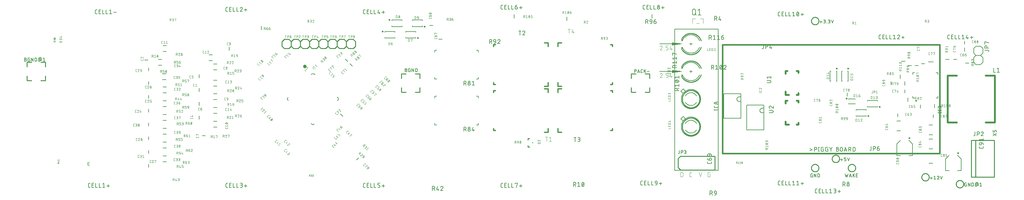
<source format=gbr>
G04 EAGLE Gerber RS-274X export*
G75*
%MOMM*%
%FSLAX34Y34*%
%LPD*%
%INSilkscreen Top*%
%IPPOS*%
%AMOC8*
5,1,8,0,0,1.08239X$1,22.5*%
G01*
%ADD10C,0.127000*%
%ADD11C,0.101600*%
%ADD12C,0.152400*%
%ADD13C,1.000000*%
%ADD14C,0.500000*%
%ADD15C,0.550000*%
%ADD16C,0.304800*%
%ADD17C,0.254000*%
%ADD18C,0.050800*%
%ADD19C,0.130000*%
%ADD20C,0.076200*%
%ADD21C,0.500000*%
%ADD22C,0.406400*%


D10*
X495320Y363790D02*
X495320Y372790D01*
D11*
X471957Y363008D02*
X470489Y363008D01*
X470415Y363010D01*
X470340Y363016D01*
X470267Y363025D01*
X470193Y363038D01*
X470121Y363055D01*
X470050Y363075D01*
X469979Y363099D01*
X469910Y363127D01*
X469843Y363158D01*
X469777Y363192D01*
X469712Y363230D01*
X469650Y363271D01*
X469590Y363315D01*
X469533Y363362D01*
X469478Y363412D01*
X469425Y363465D01*
X469375Y363520D01*
X469328Y363577D01*
X469284Y363637D01*
X469243Y363699D01*
X469205Y363764D01*
X469171Y363830D01*
X469140Y363897D01*
X469112Y363966D01*
X469088Y364037D01*
X469068Y364108D01*
X469051Y364180D01*
X469038Y364254D01*
X469029Y364327D01*
X469023Y364402D01*
X469021Y364476D01*
X469022Y364476D02*
X469022Y368144D01*
X469021Y368144D02*
X469023Y368218D01*
X469029Y368293D01*
X469038Y368366D01*
X469051Y368440D01*
X469068Y368512D01*
X469088Y368583D01*
X469112Y368654D01*
X469140Y368723D01*
X469171Y368790D01*
X469205Y368856D01*
X469243Y368921D01*
X469284Y368983D01*
X469328Y369043D01*
X469375Y369100D01*
X469425Y369155D01*
X469478Y369208D01*
X469533Y369258D01*
X469590Y369305D01*
X469650Y369349D01*
X469712Y369390D01*
X469777Y369428D01*
X469842Y369462D01*
X469910Y369493D01*
X469979Y369521D01*
X470050Y369545D01*
X470121Y369565D01*
X470193Y369582D01*
X470267Y369595D01*
X470340Y369604D01*
X470415Y369610D01*
X470489Y369612D01*
X471957Y369612D01*
X474763Y363008D02*
X476964Y363008D01*
X477038Y363010D01*
X477113Y363016D01*
X477186Y363025D01*
X477260Y363038D01*
X477332Y363055D01*
X477403Y363075D01*
X477474Y363099D01*
X477543Y363127D01*
X477610Y363158D01*
X477676Y363192D01*
X477741Y363230D01*
X477803Y363271D01*
X477863Y363315D01*
X477920Y363362D01*
X477975Y363412D01*
X478028Y363465D01*
X478078Y363520D01*
X478125Y363577D01*
X478169Y363637D01*
X478210Y363699D01*
X478248Y363764D01*
X478282Y363829D01*
X478313Y363897D01*
X478341Y363966D01*
X478365Y364037D01*
X478385Y364108D01*
X478402Y364180D01*
X478415Y364254D01*
X478424Y364327D01*
X478430Y364402D01*
X478432Y364476D01*
X478432Y365209D01*
X478430Y365283D01*
X478424Y365358D01*
X478415Y365431D01*
X478402Y365505D01*
X478385Y365577D01*
X478365Y365648D01*
X478341Y365719D01*
X478313Y365788D01*
X478282Y365855D01*
X478248Y365921D01*
X478210Y365986D01*
X478169Y366048D01*
X478125Y366108D01*
X478078Y366165D01*
X478028Y366220D01*
X477975Y366273D01*
X477920Y366323D01*
X477863Y366370D01*
X477803Y366414D01*
X477741Y366455D01*
X477676Y366493D01*
X477610Y366527D01*
X477543Y366558D01*
X477474Y366586D01*
X477403Y366610D01*
X477332Y366630D01*
X477260Y366647D01*
X477186Y366660D01*
X477113Y366669D01*
X477038Y366675D01*
X476964Y366677D01*
X474763Y366677D01*
X474763Y369612D01*
X478432Y369612D01*
D10*
X495300Y296600D02*
X495300Y287600D01*
D11*
X494599Y274118D02*
X496067Y274118D01*
X494599Y274118D02*
X494525Y274120D01*
X494450Y274126D01*
X494377Y274135D01*
X494303Y274148D01*
X494231Y274165D01*
X494160Y274185D01*
X494089Y274209D01*
X494020Y274237D01*
X493953Y274268D01*
X493887Y274302D01*
X493822Y274340D01*
X493760Y274381D01*
X493700Y274425D01*
X493643Y274472D01*
X493588Y274522D01*
X493535Y274575D01*
X493485Y274630D01*
X493438Y274687D01*
X493394Y274747D01*
X493353Y274809D01*
X493315Y274874D01*
X493281Y274940D01*
X493250Y275007D01*
X493222Y275076D01*
X493198Y275147D01*
X493178Y275218D01*
X493161Y275290D01*
X493148Y275364D01*
X493139Y275437D01*
X493133Y275512D01*
X493131Y275586D01*
X493132Y275586D02*
X493132Y279254D01*
X493131Y279254D02*
X493133Y279328D01*
X493139Y279403D01*
X493148Y279476D01*
X493161Y279550D01*
X493178Y279622D01*
X493198Y279693D01*
X493222Y279764D01*
X493250Y279833D01*
X493281Y279900D01*
X493315Y279966D01*
X493353Y280031D01*
X493394Y280093D01*
X493438Y280153D01*
X493485Y280210D01*
X493535Y280265D01*
X493588Y280318D01*
X493643Y280368D01*
X493700Y280415D01*
X493760Y280459D01*
X493822Y280500D01*
X493887Y280538D01*
X493952Y280572D01*
X494020Y280603D01*
X494089Y280631D01*
X494160Y280655D01*
X494231Y280675D01*
X494303Y280692D01*
X494377Y280705D01*
X494450Y280714D01*
X494525Y280720D01*
X494599Y280722D01*
X496067Y280722D01*
X498873Y277787D02*
X501074Y277787D01*
X501148Y277785D01*
X501223Y277779D01*
X501296Y277770D01*
X501370Y277757D01*
X501442Y277740D01*
X501513Y277720D01*
X501584Y277696D01*
X501653Y277668D01*
X501720Y277637D01*
X501786Y277603D01*
X501851Y277565D01*
X501913Y277524D01*
X501973Y277480D01*
X502030Y277433D01*
X502085Y277383D01*
X502138Y277330D01*
X502188Y277275D01*
X502235Y277218D01*
X502279Y277158D01*
X502320Y277096D01*
X502358Y277031D01*
X502392Y276965D01*
X502423Y276898D01*
X502451Y276829D01*
X502475Y276758D01*
X502495Y276687D01*
X502512Y276615D01*
X502525Y276541D01*
X502534Y276468D01*
X502540Y276393D01*
X502542Y276319D01*
X502542Y275952D01*
X502540Y275867D01*
X502534Y275783D01*
X502524Y275699D01*
X502511Y275615D01*
X502493Y275532D01*
X502472Y275450D01*
X502447Y275369D01*
X502418Y275289D01*
X502386Y275211D01*
X502350Y275135D01*
X502310Y275060D01*
X502267Y274987D01*
X502221Y274916D01*
X502172Y274847D01*
X502119Y274780D01*
X502063Y274716D01*
X502005Y274655D01*
X501944Y274597D01*
X501880Y274541D01*
X501813Y274488D01*
X501744Y274439D01*
X501673Y274393D01*
X501600Y274350D01*
X501525Y274310D01*
X501449Y274274D01*
X501371Y274242D01*
X501291Y274213D01*
X501210Y274188D01*
X501128Y274167D01*
X501045Y274149D01*
X500961Y274136D01*
X500877Y274126D01*
X500793Y274120D01*
X500708Y274118D01*
X500623Y274120D01*
X500539Y274126D01*
X500455Y274136D01*
X500371Y274149D01*
X500288Y274167D01*
X500206Y274188D01*
X500125Y274213D01*
X500045Y274242D01*
X499967Y274274D01*
X499891Y274310D01*
X499816Y274350D01*
X499743Y274393D01*
X499672Y274439D01*
X499603Y274488D01*
X499536Y274541D01*
X499472Y274597D01*
X499411Y274655D01*
X499353Y274716D01*
X499297Y274780D01*
X499244Y274847D01*
X499195Y274916D01*
X499149Y274987D01*
X499106Y275060D01*
X499066Y275135D01*
X499030Y275211D01*
X498998Y275289D01*
X498969Y275369D01*
X498944Y275450D01*
X498923Y275532D01*
X498905Y275615D01*
X498892Y275699D01*
X498882Y275783D01*
X498876Y275867D01*
X498874Y275952D01*
X498873Y275952D02*
X498873Y277787D01*
X498875Y277894D01*
X498881Y278001D01*
X498891Y278108D01*
X498904Y278214D01*
X498922Y278320D01*
X498943Y278425D01*
X498968Y278529D01*
X498997Y278633D01*
X499030Y278735D01*
X499067Y278835D01*
X499107Y278935D01*
X499151Y279033D01*
X499198Y279129D01*
X499249Y279223D01*
X499303Y279316D01*
X499360Y279406D01*
X499421Y279495D01*
X499485Y279581D01*
X499552Y279664D01*
X499622Y279746D01*
X499695Y279824D01*
X499771Y279900D01*
X499849Y279973D01*
X499931Y280043D01*
X500014Y280110D01*
X500100Y280174D01*
X500189Y280235D01*
X500279Y280292D01*
X500372Y280346D01*
X500466Y280397D01*
X500562Y280444D01*
X500660Y280488D01*
X500760Y280528D01*
X500860Y280565D01*
X500962Y280598D01*
X501066Y280627D01*
X501170Y280652D01*
X501275Y280673D01*
X501381Y280691D01*
X501487Y280704D01*
X501594Y280714D01*
X501701Y280720D01*
X501808Y280722D01*
D10*
X503500Y203200D02*
X512500Y203200D01*
D11*
X493522Y201297D02*
X493522Y199829D01*
X493520Y199755D01*
X493514Y199680D01*
X493505Y199607D01*
X493492Y199533D01*
X493475Y199461D01*
X493455Y199390D01*
X493431Y199319D01*
X493403Y199250D01*
X493372Y199183D01*
X493338Y199117D01*
X493300Y199052D01*
X493259Y198990D01*
X493215Y198930D01*
X493168Y198873D01*
X493118Y198818D01*
X493065Y198765D01*
X493010Y198715D01*
X492953Y198668D01*
X492893Y198624D01*
X492831Y198583D01*
X492766Y198545D01*
X492701Y198511D01*
X492633Y198480D01*
X492564Y198452D01*
X492493Y198428D01*
X492422Y198408D01*
X492350Y198391D01*
X492276Y198378D01*
X492203Y198369D01*
X492128Y198363D01*
X492054Y198361D01*
X492054Y198362D02*
X488386Y198362D01*
X488386Y198361D02*
X488312Y198363D01*
X488237Y198369D01*
X488164Y198378D01*
X488090Y198391D01*
X488018Y198408D01*
X487947Y198428D01*
X487876Y198452D01*
X487807Y198480D01*
X487740Y198511D01*
X487674Y198545D01*
X487609Y198583D01*
X487547Y198624D01*
X487487Y198668D01*
X487430Y198715D01*
X487375Y198765D01*
X487322Y198818D01*
X487272Y198873D01*
X487225Y198930D01*
X487181Y198990D01*
X487140Y199052D01*
X487102Y199117D01*
X487068Y199182D01*
X487037Y199250D01*
X487009Y199319D01*
X486985Y199390D01*
X486965Y199461D01*
X486948Y199533D01*
X486935Y199607D01*
X486926Y199680D01*
X486920Y199755D01*
X486918Y199829D01*
X486918Y201297D01*
X486918Y204103D02*
X487652Y204103D01*
X486918Y204103D02*
X486918Y207772D01*
X493522Y205938D01*
D10*
X534770Y385670D02*
X544770Y385670D01*
X544770Y401670D02*
X534770Y401670D01*
D11*
X564469Y387118D02*
X565937Y387118D01*
X564469Y387118D02*
X564395Y387120D01*
X564320Y387126D01*
X564247Y387135D01*
X564173Y387148D01*
X564101Y387165D01*
X564030Y387185D01*
X563959Y387209D01*
X563890Y387237D01*
X563823Y387268D01*
X563757Y387302D01*
X563692Y387340D01*
X563630Y387381D01*
X563570Y387425D01*
X563513Y387472D01*
X563458Y387522D01*
X563405Y387575D01*
X563355Y387630D01*
X563308Y387687D01*
X563264Y387747D01*
X563223Y387809D01*
X563185Y387874D01*
X563151Y387940D01*
X563120Y388007D01*
X563092Y388076D01*
X563068Y388147D01*
X563048Y388218D01*
X563031Y388290D01*
X563018Y388364D01*
X563009Y388437D01*
X563003Y388512D01*
X563001Y388586D01*
X563002Y388586D02*
X563002Y392254D01*
X563001Y392254D02*
X563003Y392328D01*
X563009Y392403D01*
X563018Y392476D01*
X563031Y392550D01*
X563048Y392622D01*
X563068Y392693D01*
X563092Y392764D01*
X563120Y392833D01*
X563151Y392900D01*
X563185Y392966D01*
X563223Y393031D01*
X563264Y393093D01*
X563308Y393153D01*
X563355Y393210D01*
X563405Y393265D01*
X563458Y393318D01*
X563513Y393368D01*
X563570Y393415D01*
X563630Y393459D01*
X563692Y393500D01*
X563757Y393538D01*
X563822Y393572D01*
X563890Y393603D01*
X563959Y393631D01*
X564030Y393655D01*
X564101Y393675D01*
X564173Y393692D01*
X564247Y393705D01*
X564320Y393714D01*
X564395Y393720D01*
X564469Y393722D01*
X565937Y393722D01*
X568744Y388952D02*
X568746Y389037D01*
X568752Y389121D01*
X568762Y389205D01*
X568775Y389289D01*
X568793Y389372D01*
X568814Y389454D01*
X568839Y389535D01*
X568868Y389615D01*
X568900Y389693D01*
X568936Y389769D01*
X568976Y389844D01*
X569019Y389917D01*
X569065Y389988D01*
X569114Y390057D01*
X569167Y390124D01*
X569223Y390188D01*
X569281Y390249D01*
X569342Y390307D01*
X569406Y390363D01*
X569473Y390416D01*
X569542Y390465D01*
X569613Y390511D01*
X569686Y390554D01*
X569761Y390594D01*
X569837Y390630D01*
X569915Y390662D01*
X569995Y390691D01*
X570076Y390716D01*
X570158Y390737D01*
X570241Y390755D01*
X570325Y390768D01*
X570409Y390778D01*
X570493Y390784D01*
X570578Y390786D01*
X570663Y390784D01*
X570747Y390778D01*
X570831Y390768D01*
X570915Y390755D01*
X570998Y390737D01*
X571080Y390716D01*
X571161Y390691D01*
X571241Y390662D01*
X571319Y390630D01*
X571395Y390594D01*
X571470Y390554D01*
X571543Y390511D01*
X571614Y390465D01*
X571683Y390416D01*
X571750Y390363D01*
X571814Y390307D01*
X571875Y390249D01*
X571933Y390188D01*
X571989Y390124D01*
X572042Y390057D01*
X572091Y389988D01*
X572137Y389917D01*
X572180Y389844D01*
X572220Y389769D01*
X572256Y389693D01*
X572288Y389615D01*
X572317Y389535D01*
X572342Y389454D01*
X572363Y389372D01*
X572381Y389289D01*
X572394Y389205D01*
X572404Y389121D01*
X572410Y389037D01*
X572412Y388952D01*
X572410Y388867D01*
X572404Y388783D01*
X572394Y388699D01*
X572381Y388615D01*
X572363Y388532D01*
X572342Y388450D01*
X572317Y388369D01*
X572288Y388289D01*
X572256Y388211D01*
X572220Y388135D01*
X572180Y388060D01*
X572137Y387987D01*
X572091Y387916D01*
X572042Y387847D01*
X571989Y387780D01*
X571933Y387716D01*
X571875Y387655D01*
X571814Y387597D01*
X571750Y387541D01*
X571683Y387488D01*
X571614Y387439D01*
X571543Y387393D01*
X571470Y387350D01*
X571395Y387310D01*
X571319Y387274D01*
X571241Y387242D01*
X571161Y387213D01*
X571080Y387188D01*
X570998Y387167D01*
X570915Y387149D01*
X570831Y387136D01*
X570747Y387126D01*
X570663Y387120D01*
X570578Y387118D01*
X570493Y387120D01*
X570409Y387126D01*
X570325Y387136D01*
X570241Y387149D01*
X570158Y387167D01*
X570076Y387188D01*
X569995Y387213D01*
X569915Y387242D01*
X569837Y387274D01*
X569761Y387310D01*
X569686Y387350D01*
X569613Y387393D01*
X569542Y387439D01*
X569473Y387488D01*
X569406Y387541D01*
X569342Y387597D01*
X569281Y387655D01*
X569223Y387716D01*
X569167Y387780D01*
X569114Y387847D01*
X569065Y387916D01*
X569019Y387987D01*
X568976Y388060D01*
X568936Y388135D01*
X568900Y388211D01*
X568868Y388289D01*
X568839Y388369D01*
X568814Y388450D01*
X568793Y388532D01*
X568775Y388615D01*
X568762Y388699D01*
X568752Y388783D01*
X568746Y388867D01*
X568744Y388952D01*
X569110Y392254D02*
X569112Y392330D01*
X569118Y392405D01*
X569127Y392480D01*
X569141Y392554D01*
X569158Y392628D01*
X569180Y392700D01*
X569204Y392772D01*
X569233Y392842D01*
X569265Y392910D01*
X569300Y392977D01*
X569339Y393042D01*
X569382Y393105D01*
X569427Y393165D01*
X569475Y393223D01*
X569527Y393279D01*
X569581Y393331D01*
X569638Y393381D01*
X569697Y393428D01*
X569758Y393472D01*
X569822Y393513D01*
X569888Y393550D01*
X569956Y393584D01*
X570025Y393614D01*
X570096Y393641D01*
X570168Y393664D01*
X570241Y393683D01*
X570315Y393698D01*
X570390Y393710D01*
X570465Y393718D01*
X570540Y393722D01*
X570616Y393722D01*
X570691Y393718D01*
X570766Y393710D01*
X570841Y393698D01*
X570915Y393683D01*
X570988Y393664D01*
X571060Y393641D01*
X571131Y393614D01*
X571200Y393584D01*
X571268Y393550D01*
X571334Y393513D01*
X571398Y393472D01*
X571459Y393428D01*
X571518Y393381D01*
X571575Y393331D01*
X571629Y393279D01*
X571681Y393223D01*
X571729Y393165D01*
X571774Y393105D01*
X571817Y393042D01*
X571856Y392977D01*
X571891Y392910D01*
X571923Y392842D01*
X571952Y392772D01*
X571976Y392700D01*
X571998Y392628D01*
X572015Y392554D01*
X572029Y392480D01*
X572038Y392405D01*
X572044Y392330D01*
X572046Y392254D01*
X572044Y392178D01*
X572038Y392103D01*
X572029Y392028D01*
X572015Y391954D01*
X571998Y391880D01*
X571976Y391808D01*
X571952Y391736D01*
X571923Y391666D01*
X571891Y391598D01*
X571856Y391531D01*
X571817Y391466D01*
X571774Y391403D01*
X571729Y391343D01*
X571681Y391285D01*
X571629Y391229D01*
X571575Y391177D01*
X571518Y391127D01*
X571459Y391080D01*
X571398Y391036D01*
X571334Y390995D01*
X571268Y390958D01*
X571200Y390924D01*
X571131Y390894D01*
X571060Y390867D01*
X570988Y390844D01*
X570915Y390825D01*
X570841Y390810D01*
X570766Y390798D01*
X570691Y390790D01*
X570616Y390786D01*
X570540Y390786D01*
X570465Y390790D01*
X570390Y390798D01*
X570315Y390810D01*
X570241Y390825D01*
X570168Y390844D01*
X570096Y390867D01*
X570025Y390894D01*
X569956Y390924D01*
X569888Y390958D01*
X569822Y390995D01*
X569758Y391036D01*
X569697Y391080D01*
X569638Y391127D01*
X569581Y391177D01*
X569527Y391229D01*
X569475Y391285D01*
X569427Y391343D01*
X569382Y391403D01*
X569339Y391466D01*
X569300Y391531D01*
X569265Y391598D01*
X569233Y391666D01*
X569204Y391736D01*
X569180Y391808D01*
X569158Y391880D01*
X569141Y391954D01*
X569127Y392028D01*
X569118Y392103D01*
X569112Y392178D01*
X569110Y392254D01*
D10*
X544750Y303150D02*
X534750Y303150D01*
X534750Y319150D02*
X544750Y319150D01*
D11*
X566989Y302058D02*
X568457Y302058D01*
X566989Y302058D02*
X566915Y302060D01*
X566840Y302066D01*
X566767Y302075D01*
X566693Y302088D01*
X566621Y302105D01*
X566550Y302125D01*
X566479Y302149D01*
X566410Y302177D01*
X566343Y302208D01*
X566277Y302242D01*
X566212Y302280D01*
X566150Y302321D01*
X566090Y302365D01*
X566033Y302412D01*
X565978Y302462D01*
X565925Y302515D01*
X565875Y302570D01*
X565828Y302627D01*
X565784Y302687D01*
X565743Y302749D01*
X565705Y302814D01*
X565671Y302880D01*
X565640Y302947D01*
X565612Y303016D01*
X565588Y303087D01*
X565568Y303158D01*
X565551Y303230D01*
X565538Y303304D01*
X565529Y303377D01*
X565523Y303452D01*
X565521Y303526D01*
X565522Y303526D02*
X565522Y307194D01*
X565521Y307194D02*
X565523Y307268D01*
X565529Y307343D01*
X565538Y307416D01*
X565551Y307490D01*
X565568Y307562D01*
X565588Y307633D01*
X565612Y307704D01*
X565640Y307773D01*
X565671Y307840D01*
X565705Y307906D01*
X565743Y307971D01*
X565784Y308033D01*
X565828Y308093D01*
X565875Y308150D01*
X565925Y308205D01*
X565978Y308258D01*
X566033Y308308D01*
X566090Y308355D01*
X566150Y308399D01*
X566212Y308440D01*
X566277Y308478D01*
X566342Y308512D01*
X566410Y308543D01*
X566479Y308571D01*
X566550Y308595D01*
X566621Y308615D01*
X566693Y308632D01*
X566767Y308645D01*
X566840Y308654D01*
X566915Y308660D01*
X566989Y308662D01*
X568457Y308662D01*
X572731Y304993D02*
X574932Y304993D01*
X572731Y304993D02*
X572657Y304995D01*
X572582Y305001D01*
X572509Y305010D01*
X572435Y305023D01*
X572363Y305040D01*
X572292Y305060D01*
X572221Y305084D01*
X572152Y305112D01*
X572085Y305143D01*
X572019Y305177D01*
X571954Y305215D01*
X571892Y305256D01*
X571832Y305300D01*
X571775Y305347D01*
X571720Y305397D01*
X571667Y305450D01*
X571617Y305505D01*
X571570Y305562D01*
X571526Y305622D01*
X571485Y305684D01*
X571447Y305749D01*
X571413Y305815D01*
X571382Y305882D01*
X571354Y305951D01*
X571330Y306022D01*
X571310Y306093D01*
X571293Y306165D01*
X571280Y306239D01*
X571271Y306312D01*
X571265Y306387D01*
X571263Y306461D01*
X571263Y306828D01*
X571264Y306828D02*
X571266Y306913D01*
X571272Y306997D01*
X571282Y307081D01*
X571295Y307165D01*
X571313Y307248D01*
X571334Y307330D01*
X571359Y307411D01*
X571388Y307491D01*
X571420Y307569D01*
X571456Y307645D01*
X571496Y307720D01*
X571539Y307793D01*
X571585Y307864D01*
X571634Y307933D01*
X571687Y308000D01*
X571743Y308064D01*
X571801Y308125D01*
X571862Y308183D01*
X571926Y308239D01*
X571993Y308292D01*
X572062Y308341D01*
X572133Y308387D01*
X572206Y308430D01*
X572281Y308470D01*
X572357Y308506D01*
X572435Y308538D01*
X572515Y308567D01*
X572596Y308592D01*
X572678Y308613D01*
X572761Y308631D01*
X572845Y308644D01*
X572929Y308654D01*
X573013Y308660D01*
X573098Y308662D01*
X573183Y308660D01*
X573267Y308654D01*
X573351Y308644D01*
X573435Y308631D01*
X573518Y308613D01*
X573600Y308592D01*
X573681Y308567D01*
X573761Y308538D01*
X573839Y308506D01*
X573915Y308470D01*
X573990Y308430D01*
X574063Y308387D01*
X574134Y308341D01*
X574203Y308292D01*
X574270Y308239D01*
X574334Y308183D01*
X574395Y308125D01*
X574453Y308064D01*
X574509Y308000D01*
X574562Y307933D01*
X574611Y307864D01*
X574657Y307793D01*
X574700Y307720D01*
X574740Y307645D01*
X574776Y307569D01*
X574808Y307491D01*
X574837Y307411D01*
X574862Y307330D01*
X574883Y307248D01*
X574901Y307165D01*
X574914Y307081D01*
X574924Y306997D01*
X574930Y306913D01*
X574932Y306828D01*
X574932Y304993D01*
X574930Y304886D01*
X574924Y304779D01*
X574914Y304672D01*
X574901Y304566D01*
X574883Y304460D01*
X574862Y304355D01*
X574837Y304251D01*
X574808Y304147D01*
X574775Y304045D01*
X574738Y303945D01*
X574698Y303845D01*
X574654Y303747D01*
X574607Y303651D01*
X574556Y303557D01*
X574502Y303464D01*
X574445Y303374D01*
X574384Y303285D01*
X574320Y303199D01*
X574253Y303116D01*
X574183Y303034D01*
X574110Y302956D01*
X574034Y302880D01*
X573956Y302807D01*
X573874Y302737D01*
X573791Y302670D01*
X573705Y302606D01*
X573616Y302545D01*
X573526Y302488D01*
X573433Y302434D01*
X573339Y302383D01*
X573243Y302335D01*
X573145Y302292D01*
X573045Y302252D01*
X572945Y302215D01*
X572843Y302182D01*
X572739Y302153D01*
X572635Y302128D01*
X572530Y302107D01*
X572424Y302089D01*
X572318Y302076D01*
X572211Y302066D01*
X572104Y302060D01*
X571997Y302058D01*
D10*
X544750Y226950D02*
X534750Y226950D01*
X534750Y242950D02*
X544750Y242950D01*
D11*
X574242Y226319D02*
X574242Y224851D01*
X574240Y224777D01*
X574234Y224702D01*
X574225Y224629D01*
X574212Y224555D01*
X574195Y224483D01*
X574175Y224412D01*
X574151Y224341D01*
X574123Y224272D01*
X574092Y224205D01*
X574058Y224139D01*
X574020Y224074D01*
X573979Y224012D01*
X573935Y223952D01*
X573888Y223895D01*
X573838Y223840D01*
X573785Y223787D01*
X573730Y223737D01*
X573673Y223690D01*
X573613Y223646D01*
X573551Y223605D01*
X573486Y223567D01*
X573421Y223533D01*
X573353Y223502D01*
X573284Y223474D01*
X573213Y223450D01*
X573142Y223430D01*
X573070Y223413D01*
X572996Y223400D01*
X572923Y223391D01*
X572848Y223385D01*
X572774Y223383D01*
X572774Y223384D02*
X569106Y223384D01*
X569106Y223383D02*
X569032Y223385D01*
X568957Y223391D01*
X568884Y223400D01*
X568810Y223413D01*
X568738Y223430D01*
X568667Y223450D01*
X568596Y223474D01*
X568527Y223502D01*
X568460Y223533D01*
X568394Y223567D01*
X568329Y223605D01*
X568267Y223646D01*
X568207Y223690D01*
X568150Y223737D01*
X568095Y223787D01*
X568042Y223840D01*
X567992Y223895D01*
X567945Y223952D01*
X567901Y224012D01*
X567860Y224074D01*
X567822Y224139D01*
X567788Y224204D01*
X567757Y224272D01*
X567729Y224341D01*
X567705Y224412D01*
X567685Y224483D01*
X567668Y224555D01*
X567655Y224629D01*
X567646Y224702D01*
X567640Y224777D01*
X567638Y224851D01*
X567638Y226319D01*
X569106Y229125D02*
X567638Y230960D01*
X574242Y230960D01*
X574242Y232794D02*
X574242Y229125D01*
X570940Y235983D02*
X570795Y235985D01*
X570650Y235991D01*
X570505Y236000D01*
X570360Y236014D01*
X570216Y236031D01*
X570073Y236053D01*
X569929Y236078D01*
X569787Y236107D01*
X569646Y236139D01*
X569505Y236176D01*
X569366Y236216D01*
X569227Y236260D01*
X569090Y236307D01*
X568954Y236358D01*
X568820Y236413D01*
X568687Y236471D01*
X568555Y236533D01*
X568556Y236533D02*
X568487Y236559D01*
X568420Y236588D01*
X568354Y236621D01*
X568291Y236657D01*
X568229Y236697D01*
X568170Y236740D01*
X568113Y236786D01*
X568059Y236835D01*
X568007Y236887D01*
X567958Y236942D01*
X567913Y236999D01*
X567870Y237059D01*
X567831Y237121D01*
X567795Y237184D01*
X567762Y237250D01*
X567734Y237317D01*
X567708Y237386D01*
X567687Y237456D01*
X567669Y237527D01*
X567656Y237599D01*
X567646Y237672D01*
X567640Y237745D01*
X567638Y237818D01*
X567640Y237891D01*
X567646Y237964D01*
X567656Y238037D01*
X567669Y238109D01*
X567687Y238180D01*
X567708Y238250D01*
X567734Y238318D01*
X567762Y238386D01*
X567795Y238451D01*
X567831Y238515D01*
X567870Y238577D01*
X567912Y238636D01*
X567958Y238693D01*
X568007Y238748D01*
X568058Y238800D01*
X568113Y238849D01*
X568170Y238895D01*
X568229Y238938D01*
X568290Y238978D01*
X568354Y239014D01*
X568419Y239047D01*
X568486Y239076D01*
X568555Y239102D01*
X568687Y239164D01*
X568820Y239222D01*
X568954Y239277D01*
X569090Y239328D01*
X569227Y239375D01*
X569366Y239419D01*
X569505Y239459D01*
X569646Y239496D01*
X569787Y239528D01*
X569929Y239557D01*
X570072Y239582D01*
X570216Y239604D01*
X570360Y239621D01*
X570505Y239635D01*
X570650Y239644D01*
X570795Y239650D01*
X570940Y239652D01*
X570940Y235983D02*
X571085Y235985D01*
X571230Y235991D01*
X571375Y236000D01*
X571520Y236014D01*
X571664Y236031D01*
X571807Y236053D01*
X571951Y236078D01*
X572093Y236107D01*
X572234Y236139D01*
X572375Y236176D01*
X572514Y236216D01*
X572653Y236260D01*
X572790Y236307D01*
X572926Y236358D01*
X573060Y236413D01*
X573193Y236471D01*
X573325Y236533D01*
X573324Y236533D02*
X573393Y236559D01*
X573460Y236588D01*
X573526Y236621D01*
X573589Y236657D01*
X573651Y236697D01*
X573710Y236740D01*
X573767Y236786D01*
X573821Y236835D01*
X573873Y236887D01*
X573922Y236942D01*
X573967Y236999D01*
X574010Y237059D01*
X574049Y237121D01*
X574085Y237184D01*
X574118Y237250D01*
X574146Y237317D01*
X574172Y237386D01*
X574193Y237456D01*
X574211Y237527D01*
X574224Y237599D01*
X574234Y237672D01*
X574240Y237745D01*
X574242Y237818D01*
X573325Y239102D02*
X573193Y239164D01*
X573060Y239222D01*
X572926Y239277D01*
X572790Y239328D01*
X572653Y239375D01*
X572514Y239419D01*
X572375Y239459D01*
X572234Y239496D01*
X572093Y239528D01*
X571951Y239557D01*
X571808Y239582D01*
X571664Y239604D01*
X571520Y239621D01*
X571375Y239635D01*
X571230Y239644D01*
X571085Y239650D01*
X570940Y239652D01*
X573325Y239102D02*
X573394Y239076D01*
X573461Y239047D01*
X573526Y239014D01*
X573590Y238978D01*
X573651Y238938D01*
X573710Y238895D01*
X573767Y238849D01*
X573822Y238800D01*
X573873Y238748D01*
X573922Y238693D01*
X573968Y238636D01*
X574010Y238577D01*
X574049Y238515D01*
X574085Y238451D01*
X574118Y238386D01*
X574146Y238318D01*
X574172Y238250D01*
X574193Y238180D01*
X574211Y238108D01*
X574224Y238037D01*
X574234Y237964D01*
X574240Y237891D01*
X574242Y237818D01*
X572774Y236350D02*
X569106Y239285D01*
D10*
X405040Y436550D02*
X395040Y436550D01*
X395040Y452550D02*
X405040Y452550D01*
D11*
X393949Y458318D02*
X392481Y458318D01*
X392407Y458320D01*
X392332Y458326D01*
X392259Y458335D01*
X392185Y458348D01*
X392113Y458365D01*
X392042Y458385D01*
X391971Y458409D01*
X391902Y458437D01*
X391835Y458468D01*
X391769Y458502D01*
X391704Y458540D01*
X391642Y458581D01*
X391582Y458625D01*
X391525Y458672D01*
X391470Y458722D01*
X391417Y458775D01*
X391367Y458830D01*
X391320Y458887D01*
X391276Y458947D01*
X391235Y459009D01*
X391197Y459074D01*
X391163Y459140D01*
X391132Y459207D01*
X391104Y459276D01*
X391080Y459347D01*
X391060Y459418D01*
X391043Y459490D01*
X391030Y459564D01*
X391021Y459637D01*
X391015Y459712D01*
X391013Y459786D01*
X391014Y459786D02*
X391014Y463454D01*
X391013Y463454D02*
X391015Y463528D01*
X391021Y463603D01*
X391030Y463676D01*
X391043Y463750D01*
X391060Y463822D01*
X391080Y463893D01*
X391104Y463964D01*
X391132Y464033D01*
X391163Y464100D01*
X391197Y464166D01*
X391235Y464231D01*
X391276Y464293D01*
X391320Y464353D01*
X391367Y464410D01*
X391417Y464465D01*
X391470Y464518D01*
X391525Y464568D01*
X391582Y464615D01*
X391642Y464659D01*
X391704Y464700D01*
X391769Y464738D01*
X391834Y464772D01*
X391902Y464803D01*
X391971Y464831D01*
X392042Y464855D01*
X392113Y464875D01*
X392185Y464892D01*
X392259Y464905D01*
X392332Y464914D01*
X392407Y464920D01*
X392481Y464922D01*
X393949Y464922D01*
X396755Y463454D02*
X398590Y464922D01*
X398590Y458318D01*
X400424Y458318D02*
X396755Y458318D01*
X403613Y463454D02*
X405448Y464922D01*
X405448Y458318D01*
X407282Y458318D02*
X403613Y458318D01*
D10*
X522070Y411130D02*
X532070Y411130D01*
X532070Y427130D02*
X522070Y427130D01*
D11*
X508279Y431628D02*
X506811Y431628D01*
X506737Y431630D01*
X506662Y431636D01*
X506589Y431645D01*
X506515Y431658D01*
X506443Y431675D01*
X506372Y431695D01*
X506301Y431719D01*
X506232Y431747D01*
X506165Y431778D01*
X506099Y431812D01*
X506034Y431850D01*
X505972Y431891D01*
X505912Y431935D01*
X505855Y431982D01*
X505800Y432032D01*
X505747Y432085D01*
X505697Y432140D01*
X505650Y432197D01*
X505606Y432257D01*
X505565Y432319D01*
X505527Y432384D01*
X505493Y432450D01*
X505462Y432517D01*
X505434Y432586D01*
X505410Y432657D01*
X505390Y432728D01*
X505373Y432800D01*
X505360Y432874D01*
X505351Y432947D01*
X505345Y433022D01*
X505343Y433096D01*
X505344Y433096D02*
X505344Y436764D01*
X505343Y436764D02*
X505345Y436838D01*
X505351Y436913D01*
X505360Y436986D01*
X505373Y437060D01*
X505390Y437132D01*
X505410Y437203D01*
X505434Y437274D01*
X505462Y437343D01*
X505493Y437410D01*
X505527Y437476D01*
X505565Y437541D01*
X505606Y437603D01*
X505650Y437663D01*
X505697Y437720D01*
X505747Y437775D01*
X505800Y437828D01*
X505855Y437878D01*
X505912Y437925D01*
X505972Y437969D01*
X506034Y438010D01*
X506099Y438048D01*
X506164Y438082D01*
X506232Y438113D01*
X506301Y438141D01*
X506372Y438165D01*
X506443Y438185D01*
X506515Y438202D01*
X506589Y438215D01*
X506662Y438224D01*
X506737Y438230D01*
X506811Y438232D01*
X508279Y438232D01*
X511085Y436764D02*
X512920Y438232D01*
X512920Y431628D01*
X514754Y431628D02*
X511085Y431628D01*
X519961Y438232D02*
X520040Y438230D01*
X520118Y438225D01*
X520196Y438215D01*
X520273Y438202D01*
X520350Y438185D01*
X520426Y438165D01*
X520501Y438141D01*
X520575Y438114D01*
X520647Y438083D01*
X520718Y438048D01*
X520787Y438011D01*
X520854Y437970D01*
X520919Y437926D01*
X520982Y437879D01*
X521042Y437829D01*
X521100Y437776D01*
X521156Y437720D01*
X521209Y437662D01*
X521259Y437602D01*
X521306Y437539D01*
X521350Y437474D01*
X521391Y437407D01*
X521428Y437338D01*
X521463Y437267D01*
X521494Y437195D01*
X521521Y437121D01*
X521545Y437046D01*
X521565Y436970D01*
X521582Y436893D01*
X521595Y436816D01*
X521605Y436738D01*
X521610Y436660D01*
X521612Y436581D01*
X519961Y438232D02*
X519872Y438230D01*
X519783Y438225D01*
X519695Y438215D01*
X519607Y438202D01*
X519520Y438186D01*
X519433Y438165D01*
X519348Y438141D01*
X519263Y438114D01*
X519180Y438083D01*
X519098Y438048D01*
X519017Y438010D01*
X518938Y437969D01*
X518862Y437925D01*
X518786Y437877D01*
X518713Y437826D01*
X518643Y437773D01*
X518574Y437716D01*
X518508Y437656D01*
X518445Y437594D01*
X518384Y437529D01*
X518326Y437462D01*
X518271Y437392D01*
X518218Y437320D01*
X518169Y437246D01*
X518123Y437170D01*
X518081Y437092D01*
X518041Y437012D01*
X518005Y436931D01*
X517972Y436848D01*
X517943Y436764D01*
X521062Y435297D02*
X521118Y435353D01*
X521172Y435412D01*
X521223Y435473D01*
X521272Y435537D01*
X521317Y435602D01*
X521360Y435670D01*
X521399Y435739D01*
X521436Y435810D01*
X521469Y435883D01*
X521498Y435957D01*
X521525Y436032D01*
X521548Y436108D01*
X521567Y436186D01*
X521583Y436264D01*
X521596Y436342D01*
X521605Y436422D01*
X521610Y436501D01*
X521612Y436581D01*
X521062Y435297D02*
X517943Y431628D01*
X521612Y431628D01*
D10*
X534660Y341100D02*
X544660Y341100D01*
X544660Y357100D02*
X534660Y357100D01*
D11*
X569626Y349348D02*
X571093Y349348D01*
X569626Y349348D02*
X569552Y349350D01*
X569477Y349356D01*
X569404Y349365D01*
X569330Y349378D01*
X569258Y349395D01*
X569187Y349415D01*
X569116Y349439D01*
X569047Y349467D01*
X568980Y349498D01*
X568914Y349532D01*
X568849Y349570D01*
X568787Y349611D01*
X568727Y349655D01*
X568670Y349702D01*
X568615Y349752D01*
X568562Y349805D01*
X568512Y349860D01*
X568465Y349917D01*
X568421Y349977D01*
X568380Y350039D01*
X568342Y350104D01*
X568308Y350170D01*
X568277Y350237D01*
X568249Y350306D01*
X568225Y350377D01*
X568205Y350448D01*
X568188Y350520D01*
X568175Y350594D01*
X568166Y350667D01*
X568160Y350742D01*
X568158Y350816D01*
X568158Y354484D01*
X568160Y354558D01*
X568166Y354633D01*
X568175Y354706D01*
X568188Y354780D01*
X568205Y354852D01*
X568225Y354923D01*
X568249Y354994D01*
X568277Y355063D01*
X568308Y355130D01*
X568342Y355196D01*
X568380Y355261D01*
X568421Y355323D01*
X568465Y355383D01*
X568512Y355440D01*
X568562Y355495D01*
X568615Y355548D01*
X568670Y355598D01*
X568727Y355645D01*
X568787Y355689D01*
X568849Y355730D01*
X568914Y355768D01*
X568979Y355802D01*
X569047Y355833D01*
X569116Y355861D01*
X569187Y355885D01*
X569258Y355905D01*
X569330Y355922D01*
X569404Y355935D01*
X569477Y355944D01*
X569552Y355950D01*
X569626Y355952D01*
X571093Y355952D01*
X573900Y354484D02*
X575734Y355952D01*
X575734Y349348D01*
X573900Y349348D02*
X577568Y349348D01*
X580758Y349348D02*
X582592Y349348D01*
X582677Y349350D01*
X582761Y349356D01*
X582845Y349366D01*
X582929Y349379D01*
X583012Y349397D01*
X583094Y349418D01*
X583175Y349443D01*
X583255Y349472D01*
X583333Y349504D01*
X583409Y349540D01*
X583484Y349580D01*
X583557Y349623D01*
X583628Y349669D01*
X583697Y349718D01*
X583764Y349771D01*
X583828Y349827D01*
X583889Y349885D01*
X583947Y349946D01*
X584003Y350010D01*
X584056Y350077D01*
X584105Y350146D01*
X584151Y350217D01*
X584194Y350290D01*
X584234Y350365D01*
X584270Y350441D01*
X584302Y350519D01*
X584331Y350599D01*
X584356Y350680D01*
X584377Y350762D01*
X584395Y350845D01*
X584408Y350929D01*
X584418Y351013D01*
X584424Y351097D01*
X584426Y351182D01*
X584424Y351267D01*
X584418Y351351D01*
X584408Y351435D01*
X584395Y351519D01*
X584377Y351602D01*
X584356Y351684D01*
X584331Y351765D01*
X584302Y351845D01*
X584270Y351923D01*
X584234Y351999D01*
X584194Y352074D01*
X584151Y352147D01*
X584105Y352218D01*
X584056Y352287D01*
X584003Y352354D01*
X583947Y352418D01*
X583889Y352479D01*
X583828Y352537D01*
X583764Y352593D01*
X583697Y352646D01*
X583628Y352695D01*
X583557Y352741D01*
X583484Y352784D01*
X583409Y352824D01*
X583333Y352860D01*
X583255Y352892D01*
X583175Y352921D01*
X583094Y352946D01*
X583012Y352967D01*
X582929Y352985D01*
X582845Y352998D01*
X582761Y353008D01*
X582677Y353014D01*
X582592Y353016D01*
X582959Y355952D02*
X580758Y355952D01*
X582959Y355952D02*
X583035Y355950D01*
X583110Y355944D01*
X583185Y355935D01*
X583259Y355921D01*
X583333Y355904D01*
X583405Y355882D01*
X583477Y355858D01*
X583547Y355829D01*
X583615Y355797D01*
X583682Y355762D01*
X583747Y355723D01*
X583810Y355680D01*
X583870Y355635D01*
X583928Y355587D01*
X583984Y355535D01*
X584036Y355481D01*
X584086Y355424D01*
X584133Y355365D01*
X584177Y355304D01*
X584218Y355240D01*
X584255Y355174D01*
X584289Y355106D01*
X584319Y355037D01*
X584346Y354966D01*
X584369Y354894D01*
X584388Y354821D01*
X584403Y354747D01*
X584415Y354672D01*
X584423Y354597D01*
X584427Y354522D01*
X584427Y354446D01*
X584423Y354371D01*
X584415Y354296D01*
X584403Y354221D01*
X584388Y354147D01*
X584369Y354074D01*
X584346Y354002D01*
X584319Y353931D01*
X584289Y353862D01*
X584255Y353794D01*
X584218Y353728D01*
X584177Y353664D01*
X584133Y353603D01*
X584086Y353544D01*
X584036Y353487D01*
X583984Y353433D01*
X583928Y353381D01*
X583870Y353333D01*
X583810Y353288D01*
X583747Y353245D01*
X583682Y353206D01*
X583615Y353171D01*
X583547Y353139D01*
X583477Y353110D01*
X583405Y353086D01*
X583333Y353064D01*
X583259Y353047D01*
X583185Y353033D01*
X583110Y353024D01*
X583035Y353018D01*
X582959Y353016D01*
X582959Y353017D02*
X581491Y353017D01*
D10*
X544750Y265050D02*
X534750Y265050D01*
X534750Y281050D02*
X544750Y281050D01*
D11*
X569536Y272998D02*
X571003Y272998D01*
X569536Y272998D02*
X569462Y273000D01*
X569387Y273006D01*
X569314Y273015D01*
X569240Y273028D01*
X569168Y273045D01*
X569097Y273065D01*
X569026Y273089D01*
X568957Y273117D01*
X568890Y273148D01*
X568824Y273182D01*
X568759Y273220D01*
X568697Y273261D01*
X568637Y273305D01*
X568580Y273352D01*
X568525Y273402D01*
X568472Y273455D01*
X568422Y273510D01*
X568375Y273567D01*
X568331Y273627D01*
X568290Y273689D01*
X568252Y273754D01*
X568218Y273820D01*
X568187Y273887D01*
X568159Y273956D01*
X568135Y274027D01*
X568115Y274098D01*
X568098Y274170D01*
X568085Y274244D01*
X568076Y274317D01*
X568070Y274392D01*
X568068Y274466D01*
X568068Y278134D01*
X568070Y278208D01*
X568076Y278283D01*
X568085Y278356D01*
X568098Y278430D01*
X568115Y278502D01*
X568135Y278573D01*
X568159Y278644D01*
X568187Y278713D01*
X568218Y278780D01*
X568252Y278846D01*
X568290Y278911D01*
X568331Y278973D01*
X568375Y279033D01*
X568422Y279090D01*
X568472Y279145D01*
X568525Y279198D01*
X568580Y279248D01*
X568637Y279295D01*
X568697Y279339D01*
X568759Y279380D01*
X568824Y279418D01*
X568889Y279452D01*
X568957Y279483D01*
X569026Y279511D01*
X569097Y279535D01*
X569168Y279555D01*
X569240Y279572D01*
X569314Y279585D01*
X569387Y279594D01*
X569462Y279600D01*
X569536Y279602D01*
X571003Y279602D01*
X573810Y278134D02*
X575644Y279602D01*
X575644Y272998D01*
X573810Y272998D02*
X577478Y272998D01*
X580668Y274466D02*
X582135Y279602D01*
X580668Y274466D02*
X584336Y274466D01*
X583236Y275933D02*
X583236Y272998D01*
D10*
X495300Y325700D02*
X495300Y334700D01*
D11*
X482097Y340158D02*
X480629Y340158D01*
X480555Y340160D01*
X480480Y340166D01*
X480407Y340175D01*
X480333Y340188D01*
X480261Y340205D01*
X480190Y340225D01*
X480119Y340249D01*
X480050Y340277D01*
X479983Y340308D01*
X479917Y340342D01*
X479852Y340380D01*
X479790Y340421D01*
X479730Y340465D01*
X479673Y340512D01*
X479618Y340562D01*
X479565Y340615D01*
X479515Y340670D01*
X479468Y340727D01*
X479424Y340787D01*
X479383Y340849D01*
X479345Y340914D01*
X479311Y340980D01*
X479280Y341047D01*
X479252Y341116D01*
X479228Y341187D01*
X479208Y341258D01*
X479191Y341330D01*
X479178Y341404D01*
X479169Y341477D01*
X479163Y341552D01*
X479161Y341626D01*
X479162Y341626D02*
X479162Y345294D01*
X479161Y345294D02*
X479163Y345368D01*
X479169Y345443D01*
X479178Y345516D01*
X479191Y345590D01*
X479208Y345662D01*
X479228Y345733D01*
X479252Y345804D01*
X479280Y345873D01*
X479311Y345940D01*
X479345Y346006D01*
X479383Y346071D01*
X479424Y346133D01*
X479468Y346193D01*
X479515Y346250D01*
X479565Y346305D01*
X479618Y346358D01*
X479673Y346408D01*
X479730Y346455D01*
X479790Y346499D01*
X479852Y346540D01*
X479917Y346578D01*
X479982Y346612D01*
X480050Y346643D01*
X480119Y346671D01*
X480190Y346695D01*
X480261Y346715D01*
X480333Y346732D01*
X480407Y346745D01*
X480480Y346754D01*
X480555Y346760D01*
X480629Y346762D01*
X482097Y346762D01*
X484903Y345294D02*
X486738Y346762D01*
X486738Y340158D01*
X488572Y340158D02*
X484903Y340158D01*
X736568Y418602D02*
X737606Y419640D01*
X736568Y418602D02*
X736514Y418551D01*
X736458Y418502D01*
X736399Y418457D01*
X736338Y418414D01*
X736275Y418375D01*
X736210Y418339D01*
X736143Y418306D01*
X736075Y418277D01*
X736005Y418251D01*
X735934Y418229D01*
X735862Y418210D01*
X735789Y418195D01*
X735715Y418184D01*
X735641Y418176D01*
X735567Y418172D01*
X735493Y418172D01*
X735419Y418176D01*
X735345Y418184D01*
X735271Y418195D01*
X735198Y418210D01*
X735126Y418229D01*
X735055Y418251D01*
X734985Y418277D01*
X734917Y418306D01*
X734850Y418339D01*
X734785Y418375D01*
X734722Y418414D01*
X734661Y418457D01*
X734602Y418502D01*
X734546Y418551D01*
X734492Y418602D01*
X734493Y418602D02*
X731898Y421196D01*
X731847Y421250D01*
X731798Y421306D01*
X731753Y421365D01*
X731710Y421426D01*
X731671Y421489D01*
X731635Y421554D01*
X731602Y421621D01*
X731573Y421689D01*
X731547Y421759D01*
X731525Y421830D01*
X731506Y421902D01*
X731491Y421975D01*
X731480Y422049D01*
X731472Y422123D01*
X731468Y422197D01*
X731468Y422271D01*
X731472Y422345D01*
X731480Y422419D01*
X731491Y422493D01*
X731506Y422566D01*
X731525Y422638D01*
X731547Y422709D01*
X731573Y422779D01*
X731602Y422847D01*
X731635Y422914D01*
X731671Y422979D01*
X731710Y423042D01*
X731753Y423103D01*
X731798Y423162D01*
X731847Y423218D01*
X731898Y423272D01*
X732936Y424309D01*
X735958Y425256D02*
X736218Y427591D01*
X740887Y422921D01*
X739590Y421624D02*
X742185Y424218D01*
X744440Y426473D02*
X745996Y428030D01*
X746047Y428084D01*
X746096Y428140D01*
X746141Y428199D01*
X746184Y428260D01*
X746223Y428323D01*
X746259Y428388D01*
X746292Y428455D01*
X746321Y428523D01*
X746347Y428593D01*
X746369Y428664D01*
X746388Y428736D01*
X746403Y428809D01*
X746414Y428883D01*
X746422Y428957D01*
X746426Y429031D01*
X746426Y429105D01*
X746422Y429179D01*
X746414Y429253D01*
X746403Y429327D01*
X746388Y429400D01*
X746369Y429472D01*
X746347Y429543D01*
X746321Y429613D01*
X746292Y429681D01*
X746259Y429748D01*
X746223Y429813D01*
X746184Y429876D01*
X746141Y429937D01*
X746096Y429996D01*
X746047Y430052D01*
X745996Y430106D01*
X745996Y430105D02*
X745477Y430624D01*
X745478Y430625D02*
X745424Y430676D01*
X745368Y430725D01*
X745309Y430770D01*
X745248Y430813D01*
X745185Y430852D01*
X745120Y430888D01*
X745053Y430921D01*
X744985Y430950D01*
X744915Y430976D01*
X744844Y430998D01*
X744772Y431017D01*
X744699Y431032D01*
X744625Y431043D01*
X744551Y431051D01*
X744477Y431055D01*
X744403Y431055D01*
X744329Y431051D01*
X744255Y431043D01*
X744181Y431032D01*
X744108Y431017D01*
X744036Y430998D01*
X743965Y430976D01*
X743895Y430950D01*
X743827Y430921D01*
X743760Y430888D01*
X743695Y430852D01*
X743632Y430813D01*
X743571Y430770D01*
X743512Y430725D01*
X743456Y430676D01*
X743402Y430625D01*
X743402Y430624D02*
X741845Y429068D01*
X739770Y431143D01*
X742364Y433737D01*
X702046Y419640D02*
X701008Y418602D01*
X700954Y418551D01*
X700898Y418502D01*
X700839Y418457D01*
X700778Y418414D01*
X700715Y418375D01*
X700650Y418339D01*
X700583Y418306D01*
X700515Y418277D01*
X700445Y418251D01*
X700374Y418229D01*
X700302Y418210D01*
X700229Y418195D01*
X700155Y418184D01*
X700081Y418176D01*
X700007Y418172D01*
X699933Y418172D01*
X699859Y418176D01*
X699785Y418184D01*
X699711Y418195D01*
X699638Y418210D01*
X699566Y418229D01*
X699495Y418251D01*
X699425Y418277D01*
X699357Y418306D01*
X699290Y418339D01*
X699225Y418375D01*
X699162Y418414D01*
X699101Y418457D01*
X699042Y418502D01*
X698986Y418551D01*
X698932Y418602D01*
X698933Y418602D02*
X696338Y421196D01*
X696287Y421250D01*
X696238Y421306D01*
X696193Y421365D01*
X696150Y421426D01*
X696111Y421489D01*
X696075Y421554D01*
X696042Y421621D01*
X696013Y421689D01*
X695987Y421759D01*
X695965Y421830D01*
X695946Y421902D01*
X695931Y421975D01*
X695920Y422049D01*
X695912Y422123D01*
X695908Y422197D01*
X695908Y422271D01*
X695912Y422345D01*
X695920Y422419D01*
X695931Y422493D01*
X695946Y422566D01*
X695965Y422638D01*
X695987Y422709D01*
X696013Y422779D01*
X696042Y422847D01*
X696075Y422914D01*
X696111Y422979D01*
X696150Y423042D01*
X696193Y423103D01*
X696238Y423162D01*
X696287Y423218D01*
X696338Y423272D01*
X697376Y424309D01*
X700398Y425256D02*
X700658Y427591D01*
X705327Y422921D01*
X704030Y421624D02*
X706625Y424218D01*
X706285Y429068D02*
X707842Y430624D01*
X707896Y430675D01*
X707952Y430724D01*
X708011Y430769D01*
X708072Y430812D01*
X708135Y430851D01*
X708200Y430887D01*
X708267Y430920D01*
X708335Y430949D01*
X708405Y430975D01*
X708476Y430997D01*
X708548Y431016D01*
X708621Y431031D01*
X708695Y431042D01*
X708769Y431050D01*
X708843Y431054D01*
X708917Y431054D01*
X708991Y431050D01*
X709065Y431042D01*
X709139Y431031D01*
X709212Y431016D01*
X709284Y430997D01*
X709355Y430975D01*
X709425Y430949D01*
X709493Y430920D01*
X709560Y430887D01*
X709625Y430851D01*
X709688Y430812D01*
X709749Y430769D01*
X709808Y430724D01*
X709864Y430675D01*
X709918Y430624D01*
X709917Y430624D02*
X710177Y430365D01*
X710176Y430365D02*
X710234Y430303D01*
X710290Y430240D01*
X710343Y430173D01*
X710392Y430104D01*
X710438Y430033D01*
X710481Y429960D01*
X710521Y429885D01*
X710557Y429809D01*
X710589Y429730D01*
X710618Y429651D01*
X710643Y429570D01*
X710664Y429488D01*
X710682Y429405D01*
X710695Y429321D01*
X710705Y429237D01*
X710711Y429153D01*
X710713Y429068D01*
X710711Y428983D01*
X710705Y428899D01*
X710695Y428815D01*
X710682Y428731D01*
X710664Y428648D01*
X710643Y428566D01*
X710618Y428485D01*
X710589Y428405D01*
X710557Y428327D01*
X710521Y428250D01*
X710481Y428176D01*
X710438Y428103D01*
X710392Y428032D01*
X710343Y427963D01*
X710290Y427896D01*
X710234Y427832D01*
X710176Y427771D01*
X710115Y427713D01*
X710051Y427657D01*
X709984Y427604D01*
X709915Y427555D01*
X709844Y427509D01*
X709771Y427466D01*
X709697Y427426D01*
X709620Y427390D01*
X709542Y427358D01*
X709462Y427329D01*
X709381Y427304D01*
X709299Y427283D01*
X709216Y427265D01*
X709132Y427252D01*
X709048Y427242D01*
X708964Y427236D01*
X708879Y427234D01*
X708794Y427236D01*
X708710Y427242D01*
X708626Y427252D01*
X708542Y427265D01*
X708459Y427283D01*
X708377Y427304D01*
X708296Y427329D01*
X708217Y427358D01*
X708138Y427390D01*
X708062Y427426D01*
X707987Y427466D01*
X707914Y427509D01*
X707843Y427555D01*
X707774Y427604D01*
X707707Y427657D01*
X707644Y427713D01*
X707582Y427771D01*
X707582Y427770D02*
X706285Y429068D01*
X706286Y429068D02*
X706211Y429145D01*
X706140Y429225D01*
X706071Y429307D01*
X706006Y429392D01*
X705943Y429479D01*
X705884Y429569D01*
X705828Y429660D01*
X705776Y429754D01*
X705727Y429849D01*
X705681Y429946D01*
X705639Y430045D01*
X705601Y430145D01*
X705566Y430246D01*
X705535Y430349D01*
X705508Y430453D01*
X705485Y430557D01*
X705466Y430663D01*
X705450Y430769D01*
X705438Y430875D01*
X705430Y430982D01*
X705426Y431089D01*
X705426Y431197D01*
X705430Y431304D01*
X705438Y431411D01*
X705450Y431517D01*
X705466Y431623D01*
X705485Y431729D01*
X705508Y431833D01*
X705535Y431937D01*
X705566Y432040D01*
X705601Y432141D01*
X705639Y432241D01*
X705681Y432340D01*
X705727Y432437D01*
X705776Y432532D01*
X705828Y432626D01*
X705884Y432717D01*
X705943Y432807D01*
X706006Y432894D01*
X706071Y432979D01*
X706140Y433061D01*
X706211Y433141D01*
X706286Y433218D01*
X690616Y400590D02*
X689578Y399552D01*
X689524Y399501D01*
X689468Y399452D01*
X689409Y399407D01*
X689348Y399364D01*
X689285Y399325D01*
X689220Y399289D01*
X689153Y399256D01*
X689085Y399227D01*
X689015Y399201D01*
X688944Y399179D01*
X688872Y399160D01*
X688799Y399145D01*
X688725Y399134D01*
X688651Y399126D01*
X688577Y399122D01*
X688503Y399122D01*
X688429Y399126D01*
X688355Y399134D01*
X688281Y399145D01*
X688208Y399160D01*
X688136Y399179D01*
X688065Y399201D01*
X687995Y399227D01*
X687927Y399256D01*
X687860Y399289D01*
X687795Y399325D01*
X687732Y399364D01*
X687671Y399407D01*
X687612Y399452D01*
X687556Y399501D01*
X687502Y399552D01*
X687503Y399552D02*
X684908Y402146D01*
X684857Y402200D01*
X684808Y402256D01*
X684763Y402315D01*
X684720Y402376D01*
X684681Y402439D01*
X684645Y402504D01*
X684612Y402571D01*
X684583Y402639D01*
X684557Y402709D01*
X684535Y402780D01*
X684516Y402852D01*
X684501Y402925D01*
X684490Y402999D01*
X684482Y403073D01*
X684478Y403147D01*
X684478Y403221D01*
X684482Y403295D01*
X684490Y403369D01*
X684501Y403443D01*
X684516Y403516D01*
X684535Y403588D01*
X684557Y403659D01*
X684583Y403729D01*
X684612Y403797D01*
X684645Y403864D01*
X684681Y403929D01*
X684720Y403992D01*
X684763Y404053D01*
X684808Y404112D01*
X684857Y404168D01*
X684908Y404222D01*
X685946Y405259D01*
X688968Y406206D02*
X689228Y408541D01*
X693897Y403871D01*
X692600Y402574D02*
X695195Y405168D01*
X693299Y411574D02*
X692780Y412093D01*
X695374Y414687D01*
X698747Y408720D01*
X662676Y399320D02*
X661638Y398282D01*
X661584Y398231D01*
X661528Y398182D01*
X661469Y398137D01*
X661408Y398094D01*
X661345Y398055D01*
X661280Y398019D01*
X661213Y397986D01*
X661145Y397957D01*
X661075Y397931D01*
X661004Y397909D01*
X660932Y397890D01*
X660859Y397875D01*
X660785Y397864D01*
X660711Y397856D01*
X660637Y397852D01*
X660563Y397852D01*
X660489Y397856D01*
X660415Y397864D01*
X660341Y397875D01*
X660268Y397890D01*
X660196Y397909D01*
X660125Y397931D01*
X660055Y397957D01*
X659987Y397986D01*
X659920Y398019D01*
X659855Y398055D01*
X659792Y398094D01*
X659731Y398137D01*
X659672Y398182D01*
X659616Y398231D01*
X659562Y398282D01*
X659563Y398282D02*
X656968Y400876D01*
X656917Y400930D01*
X656868Y400986D01*
X656823Y401045D01*
X656780Y401106D01*
X656741Y401169D01*
X656705Y401234D01*
X656672Y401301D01*
X656643Y401369D01*
X656617Y401439D01*
X656595Y401510D01*
X656576Y401582D01*
X656561Y401655D01*
X656550Y401729D01*
X656542Y401803D01*
X656538Y401877D01*
X656538Y401951D01*
X656542Y402025D01*
X656550Y402099D01*
X656561Y402173D01*
X656576Y402246D01*
X656595Y402318D01*
X656617Y402389D01*
X656643Y402459D01*
X656672Y402527D01*
X656705Y402594D01*
X656741Y402659D01*
X656780Y402722D01*
X656823Y402783D01*
X656868Y402842D01*
X656917Y402898D01*
X656968Y402952D01*
X658006Y403989D01*
X661028Y404936D02*
X661288Y407271D01*
X665957Y402601D01*
X664660Y401304D02*
X667255Y403898D01*
X668213Y407451D02*
X668155Y407512D01*
X668099Y407576D01*
X668046Y407643D01*
X667997Y407712D01*
X667951Y407783D01*
X667908Y407856D01*
X667868Y407931D01*
X667832Y408007D01*
X667800Y408085D01*
X667771Y408165D01*
X667746Y408246D01*
X667725Y408328D01*
X667707Y408411D01*
X667694Y408495D01*
X667684Y408579D01*
X667678Y408663D01*
X667676Y408748D01*
X667678Y408833D01*
X667684Y408917D01*
X667694Y409001D01*
X667707Y409085D01*
X667725Y409168D01*
X667746Y409250D01*
X667771Y409331D01*
X667800Y409411D01*
X667832Y409489D01*
X667868Y409565D01*
X667908Y409640D01*
X667951Y409713D01*
X667997Y409784D01*
X668046Y409853D01*
X668099Y409920D01*
X668155Y409984D01*
X668213Y410045D01*
X668274Y410103D01*
X668338Y410159D01*
X668405Y410212D01*
X668474Y410261D01*
X668545Y410307D01*
X668618Y410350D01*
X668693Y410390D01*
X668769Y410426D01*
X668847Y410458D01*
X668927Y410487D01*
X669008Y410512D01*
X669090Y410533D01*
X669173Y410551D01*
X669257Y410564D01*
X669341Y410574D01*
X669425Y410580D01*
X669510Y410582D01*
X669595Y410580D01*
X669679Y410574D01*
X669763Y410564D01*
X669847Y410551D01*
X669930Y410533D01*
X670012Y410512D01*
X670093Y410487D01*
X670173Y410458D01*
X670251Y410426D01*
X670327Y410390D01*
X670402Y410350D01*
X670475Y410307D01*
X670546Y410261D01*
X670615Y410212D01*
X670682Y410159D01*
X670746Y410103D01*
X670807Y410045D01*
X670865Y409984D01*
X670921Y409920D01*
X670974Y409853D01*
X671023Y409784D01*
X671069Y409713D01*
X671112Y409640D01*
X671152Y409565D01*
X671188Y409489D01*
X671220Y409411D01*
X671249Y409331D01*
X671274Y409250D01*
X671295Y409168D01*
X671313Y409085D01*
X671326Y409001D01*
X671336Y408917D01*
X671342Y408833D01*
X671344Y408748D01*
X671342Y408663D01*
X671336Y408579D01*
X671326Y408495D01*
X671313Y408411D01*
X671295Y408328D01*
X671274Y408246D01*
X671249Y408165D01*
X671220Y408085D01*
X671188Y408007D01*
X671152Y407931D01*
X671112Y407856D01*
X671069Y407783D01*
X671023Y407712D01*
X670974Y407643D01*
X670921Y407576D01*
X670865Y407512D01*
X670807Y407451D01*
X670746Y407393D01*
X670682Y407337D01*
X670615Y407284D01*
X670546Y407235D01*
X670475Y407189D01*
X670402Y407146D01*
X670327Y407106D01*
X670251Y407070D01*
X670173Y407038D01*
X670093Y407009D01*
X670012Y406984D01*
X669930Y406963D01*
X669847Y406945D01*
X669763Y406932D01*
X669679Y406922D01*
X669595Y406916D01*
X669510Y406914D01*
X669425Y406916D01*
X669341Y406922D01*
X669257Y406932D01*
X669173Y406945D01*
X669090Y406963D01*
X669008Y406984D01*
X668927Y407009D01*
X668847Y407038D01*
X668769Y407070D01*
X668693Y407106D01*
X668618Y407146D01*
X668545Y407189D01*
X668474Y407235D01*
X668405Y407284D01*
X668338Y407337D01*
X668274Y407393D01*
X668213Y407451D01*
X666137Y410044D02*
X666085Y410099D01*
X666036Y410156D01*
X665990Y410216D01*
X665947Y410278D01*
X665907Y410343D01*
X665870Y410409D01*
X665838Y410477D01*
X665808Y410547D01*
X665782Y410618D01*
X665760Y410690D01*
X665742Y410763D01*
X665728Y410837D01*
X665717Y410912D01*
X665710Y410988D01*
X665707Y411063D01*
X665708Y411139D01*
X665713Y411214D01*
X665722Y411289D01*
X665734Y411364D01*
X665751Y411438D01*
X665771Y411510D01*
X665795Y411582D01*
X665822Y411652D01*
X665854Y411721D01*
X665888Y411789D01*
X665926Y411854D01*
X665968Y411917D01*
X666012Y411978D01*
X666060Y412037D01*
X666111Y412093D01*
X666164Y412146D01*
X666220Y412197D01*
X666279Y412245D01*
X666340Y412289D01*
X666403Y412331D01*
X666468Y412369D01*
X666536Y412403D01*
X666604Y412435D01*
X666675Y412462D01*
X666747Y412486D01*
X666819Y412506D01*
X666893Y412523D01*
X666968Y412535D01*
X667043Y412544D01*
X667118Y412549D01*
X667194Y412550D01*
X667269Y412547D01*
X667345Y412540D01*
X667420Y412529D01*
X667494Y412515D01*
X667567Y412497D01*
X667639Y412475D01*
X667710Y412449D01*
X667780Y412419D01*
X667848Y412387D01*
X667914Y412350D01*
X667979Y412310D01*
X668041Y412267D01*
X668101Y412221D01*
X668158Y412172D01*
X668213Y412120D01*
X668265Y412065D01*
X668314Y412008D01*
X668360Y411948D01*
X668403Y411886D01*
X668443Y411821D01*
X668480Y411755D01*
X668512Y411687D01*
X668542Y411618D01*
X668568Y411546D01*
X668590Y411474D01*
X668608Y411401D01*
X668622Y411327D01*
X668633Y411252D01*
X668640Y411176D01*
X668643Y411101D01*
X668642Y411025D01*
X668637Y410950D01*
X668628Y410875D01*
X668616Y410800D01*
X668599Y410726D01*
X668579Y410654D01*
X668555Y410582D01*
X668528Y410512D01*
X668496Y410443D01*
X668462Y410375D01*
X668424Y410310D01*
X668382Y410247D01*
X668338Y410186D01*
X668290Y410127D01*
X668239Y410071D01*
X668186Y410018D01*
X668130Y409967D01*
X668071Y409919D01*
X668010Y409875D01*
X667947Y409833D01*
X667882Y409795D01*
X667814Y409761D01*
X667746Y409729D01*
X667675Y409702D01*
X667603Y409678D01*
X667531Y409658D01*
X667457Y409641D01*
X667382Y409629D01*
X667307Y409620D01*
X667232Y409615D01*
X667156Y409614D01*
X667081Y409617D01*
X667005Y409624D01*
X666930Y409635D01*
X666856Y409649D01*
X666783Y409667D01*
X666711Y409689D01*
X666640Y409715D01*
X666570Y409745D01*
X666502Y409777D01*
X666436Y409814D01*
X666371Y409854D01*
X666309Y409897D01*
X666249Y409943D01*
X666192Y409992D01*
X666137Y410044D01*
X665216Y358680D02*
X664178Y357642D01*
X664124Y357591D01*
X664068Y357542D01*
X664009Y357497D01*
X663948Y357454D01*
X663885Y357415D01*
X663820Y357379D01*
X663753Y357346D01*
X663685Y357317D01*
X663615Y357291D01*
X663544Y357269D01*
X663472Y357250D01*
X663399Y357235D01*
X663325Y357224D01*
X663251Y357216D01*
X663177Y357212D01*
X663103Y357212D01*
X663029Y357216D01*
X662955Y357224D01*
X662881Y357235D01*
X662808Y357250D01*
X662736Y357269D01*
X662665Y357291D01*
X662595Y357317D01*
X662527Y357346D01*
X662460Y357379D01*
X662395Y357415D01*
X662332Y357454D01*
X662271Y357497D01*
X662212Y357542D01*
X662156Y357591D01*
X662102Y357642D01*
X662103Y357642D02*
X659508Y360236D01*
X659457Y360290D01*
X659408Y360346D01*
X659363Y360405D01*
X659320Y360466D01*
X659281Y360529D01*
X659245Y360594D01*
X659212Y360661D01*
X659183Y360729D01*
X659157Y360799D01*
X659135Y360870D01*
X659116Y360942D01*
X659101Y361015D01*
X659090Y361089D01*
X659082Y361163D01*
X659078Y361237D01*
X659078Y361311D01*
X659082Y361385D01*
X659090Y361459D01*
X659101Y361533D01*
X659116Y361606D01*
X659135Y361678D01*
X659157Y361749D01*
X659183Y361819D01*
X659212Y361887D01*
X659245Y361954D01*
X659281Y362019D01*
X659320Y362082D01*
X659363Y362143D01*
X659408Y362202D01*
X659457Y362258D01*
X659508Y362312D01*
X660546Y363349D01*
X663568Y364296D02*
X663828Y366631D01*
X668497Y361961D01*
X667200Y360664D02*
X669795Y363258D01*
X671012Y368626D02*
X672568Y370183D01*
X671012Y368626D02*
X670958Y368575D01*
X670902Y368526D01*
X670843Y368481D01*
X670782Y368438D01*
X670719Y368399D01*
X670654Y368363D01*
X670587Y368330D01*
X670519Y368301D01*
X670449Y368275D01*
X670378Y368253D01*
X670306Y368234D01*
X670233Y368219D01*
X670159Y368208D01*
X670085Y368200D01*
X670011Y368196D01*
X669937Y368196D01*
X669863Y368200D01*
X669789Y368208D01*
X669715Y368219D01*
X669642Y368234D01*
X669570Y368253D01*
X669499Y368275D01*
X669429Y368301D01*
X669361Y368330D01*
X669294Y368363D01*
X669229Y368399D01*
X669166Y368438D01*
X669105Y368481D01*
X669046Y368526D01*
X668990Y368575D01*
X668936Y368626D01*
X668677Y368886D01*
X668619Y368947D01*
X668563Y369011D01*
X668510Y369078D01*
X668461Y369147D01*
X668415Y369218D01*
X668372Y369291D01*
X668332Y369366D01*
X668296Y369442D01*
X668264Y369520D01*
X668235Y369600D01*
X668210Y369681D01*
X668189Y369763D01*
X668171Y369846D01*
X668158Y369930D01*
X668148Y370014D01*
X668142Y370098D01*
X668140Y370183D01*
X668142Y370268D01*
X668148Y370352D01*
X668158Y370436D01*
X668171Y370520D01*
X668189Y370603D01*
X668210Y370685D01*
X668235Y370766D01*
X668264Y370846D01*
X668296Y370924D01*
X668332Y371000D01*
X668372Y371075D01*
X668415Y371148D01*
X668461Y371219D01*
X668510Y371288D01*
X668563Y371355D01*
X668619Y371419D01*
X668677Y371480D01*
X668738Y371538D01*
X668802Y371594D01*
X668869Y371647D01*
X668938Y371696D01*
X669009Y371742D01*
X669082Y371785D01*
X669157Y371825D01*
X669233Y371861D01*
X669311Y371893D01*
X669391Y371922D01*
X669472Y371947D01*
X669554Y371968D01*
X669637Y371986D01*
X669721Y371999D01*
X669805Y372009D01*
X669889Y372015D01*
X669974Y372017D01*
X670059Y372015D01*
X670143Y372009D01*
X670227Y371999D01*
X670311Y371986D01*
X670394Y371968D01*
X670476Y371947D01*
X670557Y371922D01*
X670637Y371893D01*
X670715Y371861D01*
X670791Y371825D01*
X670866Y371785D01*
X670939Y371742D01*
X671010Y371696D01*
X671079Y371647D01*
X671146Y371594D01*
X671210Y371538D01*
X671271Y371480D01*
X672568Y370183D01*
X672643Y370106D01*
X672714Y370026D01*
X672783Y369944D01*
X672848Y369859D01*
X672911Y369772D01*
X672970Y369682D01*
X673026Y369591D01*
X673078Y369497D01*
X673127Y369402D01*
X673173Y369305D01*
X673215Y369206D01*
X673253Y369106D01*
X673288Y369005D01*
X673319Y368902D01*
X673346Y368798D01*
X673369Y368694D01*
X673388Y368588D01*
X673404Y368482D01*
X673416Y368376D01*
X673424Y368269D01*
X673428Y368162D01*
X673428Y368054D01*
X673424Y367947D01*
X673416Y367840D01*
X673404Y367734D01*
X673388Y367628D01*
X673369Y367522D01*
X673346Y367418D01*
X673319Y367314D01*
X673288Y367211D01*
X673253Y367110D01*
X673215Y367010D01*
X673173Y366911D01*
X673127Y366814D01*
X673078Y366719D01*
X673026Y366625D01*
X672970Y366534D01*
X672911Y366444D01*
X672848Y366357D01*
X672783Y366272D01*
X672714Y366190D01*
X672643Y366110D01*
X672568Y366033D01*
X671566Y305340D02*
X670528Y304302D01*
X670474Y304251D01*
X670418Y304202D01*
X670359Y304157D01*
X670298Y304114D01*
X670235Y304075D01*
X670170Y304039D01*
X670103Y304006D01*
X670035Y303977D01*
X669965Y303951D01*
X669894Y303929D01*
X669822Y303910D01*
X669749Y303895D01*
X669675Y303884D01*
X669601Y303876D01*
X669527Y303872D01*
X669453Y303872D01*
X669379Y303876D01*
X669305Y303884D01*
X669231Y303895D01*
X669158Y303910D01*
X669086Y303929D01*
X669015Y303951D01*
X668945Y303977D01*
X668877Y304006D01*
X668810Y304039D01*
X668745Y304075D01*
X668682Y304114D01*
X668621Y304157D01*
X668562Y304202D01*
X668506Y304251D01*
X668452Y304302D01*
X668453Y304302D02*
X665858Y306896D01*
X665807Y306950D01*
X665758Y307006D01*
X665713Y307065D01*
X665670Y307126D01*
X665631Y307189D01*
X665595Y307254D01*
X665562Y307321D01*
X665533Y307389D01*
X665507Y307459D01*
X665485Y307530D01*
X665466Y307602D01*
X665451Y307675D01*
X665440Y307749D01*
X665432Y307823D01*
X665428Y307897D01*
X665428Y307971D01*
X665432Y308045D01*
X665440Y308119D01*
X665451Y308193D01*
X665466Y308266D01*
X665485Y308338D01*
X665507Y308409D01*
X665533Y308479D01*
X665562Y308547D01*
X665595Y308614D01*
X665631Y308679D01*
X665670Y308742D01*
X665713Y308803D01*
X665758Y308862D01*
X665807Y308918D01*
X665858Y308972D01*
X666896Y310009D01*
X670308Y313420D02*
X670364Y313475D01*
X670424Y313526D01*
X670486Y313575D01*
X670550Y313620D01*
X670616Y313663D01*
X670684Y313702D01*
X670754Y313738D01*
X670825Y313771D01*
X670898Y313800D01*
X670972Y313826D01*
X671048Y313848D01*
X671124Y313866D01*
X671201Y313881D01*
X671279Y313892D01*
X671357Y313900D01*
X671436Y313904D01*
X671514Y313904D01*
X671593Y313900D01*
X671671Y313892D01*
X671749Y313881D01*
X671826Y313866D01*
X671902Y313848D01*
X671978Y313826D01*
X672052Y313800D01*
X672125Y313771D01*
X672196Y313738D01*
X672266Y313702D01*
X672334Y313663D01*
X672400Y313620D01*
X672464Y313575D01*
X672526Y313526D01*
X672586Y313475D01*
X672642Y313420D01*
X670307Y313421D02*
X670246Y313357D01*
X670187Y313290D01*
X670131Y313221D01*
X670078Y313149D01*
X670028Y313076D01*
X669981Y313000D01*
X669938Y312923D01*
X669897Y312844D01*
X669860Y312763D01*
X669827Y312680D01*
X669797Y312597D01*
X669770Y312512D01*
X669747Y312426D01*
X669728Y312339D01*
X669712Y312252D01*
X669700Y312164D01*
X669692Y312075D01*
X669687Y311986D01*
X669686Y311897D01*
X669689Y311809D01*
X669696Y311720D01*
X669706Y311632D01*
X669720Y311544D01*
X669737Y311457D01*
X669759Y311370D01*
X669784Y311285D01*
X669812Y311201D01*
X669844Y311118D01*
X669879Y311036D01*
X669918Y310956D01*
X673161Y312124D02*
X673162Y312204D01*
X673158Y312283D01*
X673151Y312363D01*
X673141Y312442D01*
X673126Y312520D01*
X673109Y312598D01*
X673088Y312675D01*
X673063Y312751D01*
X673035Y312826D01*
X673004Y312899D01*
X672969Y312971D01*
X672931Y313041D01*
X672891Y313110D01*
X672847Y313177D01*
X672800Y313241D01*
X672750Y313304D01*
X672698Y313364D01*
X672642Y313421D01*
X673161Y312123D02*
X673550Y307324D01*
X676145Y309918D01*
X676065Y314509D02*
X675964Y314613D01*
X675865Y314720D01*
X675770Y314829D01*
X675677Y314941D01*
X675587Y315055D01*
X675501Y315172D01*
X675417Y315290D01*
X675337Y315411D01*
X675260Y315535D01*
X675187Y315660D01*
X675116Y315787D01*
X675049Y315916D01*
X674986Y316046D01*
X674926Y316178D01*
X674870Y316312D01*
X674817Y316448D01*
X674768Y316584D01*
X674767Y316583D02*
X674737Y316650D01*
X674710Y316718D01*
X674687Y316787D01*
X674668Y316858D01*
X674652Y316930D01*
X674641Y317002D01*
X674633Y317075D01*
X674629Y317148D01*
X674630Y317221D01*
X674634Y317294D01*
X674642Y317367D01*
X674654Y317439D01*
X674670Y317511D01*
X674690Y317581D01*
X674713Y317651D01*
X674740Y317719D01*
X674771Y317785D01*
X674806Y317850D01*
X674843Y317912D01*
X674885Y317973D01*
X674929Y318031D01*
X674976Y318087D01*
X675027Y318140D01*
X675081Y318190D01*
X675136Y318237D01*
X675195Y318282D01*
X675255Y318323D01*
X675318Y318361D01*
X675382Y318395D01*
X675449Y318426D01*
X675517Y318453D01*
X675586Y318476D01*
X675656Y318496D01*
X675728Y318512D01*
X675800Y318524D01*
X675873Y318532D01*
X675946Y318536D01*
X676019Y318537D01*
X676092Y318533D01*
X676165Y318525D01*
X676237Y318514D01*
X676309Y318498D01*
X676379Y318479D01*
X676449Y318456D01*
X676517Y318429D01*
X676584Y318399D01*
X676720Y318350D01*
X676856Y318297D01*
X676989Y318241D01*
X677122Y318181D01*
X677252Y318118D01*
X677381Y318051D01*
X677508Y317981D01*
X677633Y317907D01*
X677757Y317830D01*
X677878Y317750D01*
X677996Y317666D01*
X678113Y317580D01*
X678227Y317490D01*
X678339Y317397D01*
X678448Y317302D01*
X678555Y317203D01*
X678659Y317102D01*
X676065Y314509D02*
X676169Y314408D01*
X676276Y314309D01*
X676385Y314214D01*
X676497Y314121D01*
X676611Y314031D01*
X676728Y313945D01*
X676846Y313861D01*
X676967Y313781D01*
X677091Y313704D01*
X677216Y313631D01*
X677343Y313560D01*
X677472Y313493D01*
X677602Y313430D01*
X677734Y313370D01*
X677868Y313314D01*
X678004Y313261D01*
X678140Y313212D01*
X678140Y313210D02*
X678207Y313180D01*
X678275Y313153D01*
X678344Y313130D01*
X678415Y313111D01*
X678487Y313095D01*
X678559Y313084D01*
X678632Y313076D01*
X678705Y313072D01*
X678778Y313073D01*
X678851Y313077D01*
X678924Y313085D01*
X678996Y313097D01*
X679068Y313113D01*
X679138Y313133D01*
X679208Y313156D01*
X679276Y313183D01*
X679342Y313214D01*
X679407Y313249D01*
X679469Y313286D01*
X679530Y313328D01*
X679588Y313372D01*
X679644Y313419D01*
X679697Y313470D01*
X679957Y315027D02*
X679908Y315163D01*
X679855Y315299D01*
X679799Y315432D01*
X679739Y315565D01*
X679675Y315695D01*
X679609Y315824D01*
X679538Y315951D01*
X679465Y316076D01*
X679388Y316200D01*
X679307Y316321D01*
X679224Y316440D01*
X679137Y316556D01*
X679048Y316670D01*
X678955Y316782D01*
X678860Y316891D01*
X678761Y316998D01*
X678660Y317102D01*
X679956Y315026D02*
X679986Y314960D01*
X680013Y314892D01*
X680036Y314822D01*
X680055Y314752D01*
X680071Y314680D01*
X680082Y314608D01*
X680090Y314535D01*
X680094Y314462D01*
X680093Y314389D01*
X680089Y314316D01*
X680081Y314243D01*
X680069Y314171D01*
X680053Y314099D01*
X680033Y314029D01*
X680010Y313960D01*
X679983Y313892D01*
X679952Y313825D01*
X679918Y313761D01*
X679880Y313698D01*
X679839Y313638D01*
X679794Y313579D01*
X679747Y313524D01*
X679697Y313470D01*
X677621Y313470D02*
X677102Y318140D01*
X665850Y275237D02*
X666888Y274199D01*
X665850Y275236D02*
X665799Y275290D01*
X665750Y275346D01*
X665705Y275405D01*
X665662Y275466D01*
X665623Y275529D01*
X665587Y275594D01*
X665554Y275661D01*
X665525Y275729D01*
X665499Y275799D01*
X665477Y275870D01*
X665458Y275942D01*
X665443Y276015D01*
X665432Y276089D01*
X665424Y276163D01*
X665420Y276237D01*
X665420Y276311D01*
X665424Y276385D01*
X665432Y276459D01*
X665443Y276533D01*
X665458Y276606D01*
X665477Y276678D01*
X665499Y276749D01*
X665525Y276819D01*
X665554Y276887D01*
X665587Y276954D01*
X665623Y277019D01*
X665662Y277082D01*
X665705Y277143D01*
X665750Y277202D01*
X665799Y277258D01*
X665850Y277312D01*
X668444Y279906D01*
X668444Y279907D02*
X668498Y279958D01*
X668554Y280007D01*
X668613Y280052D01*
X668674Y280095D01*
X668737Y280134D01*
X668802Y280170D01*
X668869Y280203D01*
X668937Y280232D01*
X669007Y280258D01*
X669078Y280280D01*
X669150Y280299D01*
X669223Y280314D01*
X669297Y280325D01*
X669371Y280333D01*
X669445Y280337D01*
X669519Y280337D01*
X669593Y280333D01*
X669667Y280325D01*
X669741Y280314D01*
X669814Y280299D01*
X669886Y280280D01*
X669957Y280258D01*
X670027Y280232D01*
X670095Y280203D01*
X670162Y280170D01*
X670227Y280134D01*
X670290Y280095D01*
X670351Y280052D01*
X670410Y280007D01*
X670466Y279958D01*
X670520Y279907D01*
X670520Y279906D02*
X671558Y278869D01*
X674968Y275457D02*
X675023Y275401D01*
X675074Y275341D01*
X675123Y275279D01*
X675168Y275215D01*
X675211Y275149D01*
X675250Y275081D01*
X675286Y275011D01*
X675319Y274940D01*
X675348Y274867D01*
X675374Y274793D01*
X675396Y274717D01*
X675414Y274641D01*
X675429Y274564D01*
X675440Y274486D01*
X675448Y274408D01*
X675452Y274329D01*
X675452Y274251D01*
X675448Y274172D01*
X675440Y274094D01*
X675429Y274016D01*
X675414Y273939D01*
X675396Y273863D01*
X675374Y273787D01*
X675348Y273713D01*
X675319Y273640D01*
X675286Y273569D01*
X675250Y273499D01*
X675211Y273431D01*
X675168Y273365D01*
X675123Y273301D01*
X675074Y273239D01*
X675023Y273179D01*
X674968Y273123D01*
X674969Y275457D02*
X674905Y275518D01*
X674838Y275577D01*
X674769Y275633D01*
X674697Y275686D01*
X674624Y275736D01*
X674548Y275783D01*
X674471Y275826D01*
X674392Y275867D01*
X674311Y275904D01*
X674228Y275937D01*
X674145Y275967D01*
X674060Y275994D01*
X673974Y276017D01*
X673887Y276036D01*
X673800Y276052D01*
X673712Y276064D01*
X673623Y276072D01*
X673534Y276077D01*
X673445Y276078D01*
X673357Y276075D01*
X673268Y276068D01*
X673180Y276058D01*
X673092Y276044D01*
X673005Y276027D01*
X672918Y276005D01*
X672833Y275980D01*
X672749Y275952D01*
X672666Y275920D01*
X672584Y275885D01*
X672504Y275846D01*
X673672Y272604D02*
X673752Y272603D01*
X673831Y272607D01*
X673911Y272614D01*
X673990Y272624D01*
X674068Y272639D01*
X674146Y272656D01*
X674223Y272677D01*
X674299Y272702D01*
X674374Y272730D01*
X674447Y272761D01*
X674519Y272796D01*
X674589Y272834D01*
X674658Y272874D01*
X674725Y272918D01*
X674789Y272965D01*
X674852Y273015D01*
X674912Y273067D01*
X674969Y273123D01*
X673672Y272603D02*
X668872Y272214D01*
X671467Y269620D01*
X677354Y270997D02*
X679688Y270738D01*
X675019Y266068D01*
X673722Y267365D02*
X676316Y264771D01*
D10*
X353730Y412750D02*
X344730Y412750D01*
D11*
X340542Y413319D02*
X340542Y414787D01*
X340542Y413319D02*
X340540Y413245D01*
X340534Y413170D01*
X340525Y413097D01*
X340512Y413023D01*
X340495Y412951D01*
X340475Y412880D01*
X340451Y412809D01*
X340423Y412740D01*
X340392Y412673D01*
X340358Y412607D01*
X340320Y412542D01*
X340279Y412480D01*
X340235Y412420D01*
X340188Y412363D01*
X340138Y412308D01*
X340085Y412255D01*
X340030Y412205D01*
X339973Y412158D01*
X339913Y412114D01*
X339851Y412073D01*
X339786Y412035D01*
X339721Y412001D01*
X339653Y411970D01*
X339584Y411942D01*
X339513Y411918D01*
X339442Y411898D01*
X339370Y411881D01*
X339296Y411868D01*
X339223Y411859D01*
X339148Y411853D01*
X339074Y411851D01*
X339074Y411852D02*
X335406Y411852D01*
X335406Y411851D02*
X335332Y411853D01*
X335257Y411859D01*
X335184Y411868D01*
X335110Y411881D01*
X335038Y411898D01*
X334967Y411918D01*
X334896Y411942D01*
X334827Y411970D01*
X334760Y412001D01*
X334694Y412035D01*
X334629Y412073D01*
X334567Y412114D01*
X334507Y412158D01*
X334450Y412205D01*
X334395Y412255D01*
X334342Y412308D01*
X334292Y412363D01*
X334245Y412420D01*
X334201Y412480D01*
X334160Y412542D01*
X334122Y412607D01*
X334088Y412672D01*
X334057Y412740D01*
X334029Y412809D01*
X334005Y412880D01*
X333985Y412951D01*
X333968Y413023D01*
X333955Y413097D01*
X333946Y413170D01*
X333940Y413245D01*
X333938Y413319D01*
X333938Y414787D01*
X333938Y419611D02*
X333940Y419690D01*
X333945Y419768D01*
X333955Y419846D01*
X333968Y419923D01*
X333985Y420000D01*
X334005Y420076D01*
X334029Y420151D01*
X334056Y420225D01*
X334087Y420297D01*
X334122Y420368D01*
X334159Y420437D01*
X334200Y420504D01*
X334244Y420569D01*
X334291Y420632D01*
X334341Y420692D01*
X334394Y420750D01*
X334450Y420806D01*
X334508Y420859D01*
X334568Y420909D01*
X334631Y420956D01*
X334696Y421000D01*
X334764Y421041D01*
X334832Y421078D01*
X334903Y421113D01*
X334975Y421144D01*
X335049Y421171D01*
X335124Y421195D01*
X335200Y421215D01*
X335277Y421232D01*
X335354Y421245D01*
X335432Y421255D01*
X335510Y421260D01*
X335589Y421262D01*
X333938Y419611D02*
X333940Y419522D01*
X333945Y419433D01*
X333955Y419345D01*
X333968Y419257D01*
X333984Y419170D01*
X334005Y419083D01*
X334029Y418998D01*
X334056Y418913D01*
X334087Y418830D01*
X334122Y418748D01*
X334160Y418667D01*
X334201Y418588D01*
X334245Y418512D01*
X334293Y418436D01*
X334344Y418363D01*
X334397Y418293D01*
X334454Y418224D01*
X334514Y418158D01*
X334576Y418095D01*
X334641Y418034D01*
X334708Y417976D01*
X334778Y417921D01*
X334850Y417868D01*
X334924Y417819D01*
X335000Y417773D01*
X335078Y417731D01*
X335158Y417691D01*
X335239Y417655D01*
X335322Y417622D01*
X335406Y417593D01*
X336873Y420712D02*
X336817Y420768D01*
X336758Y420822D01*
X336697Y420873D01*
X336633Y420922D01*
X336568Y420967D01*
X336500Y421010D01*
X336431Y421049D01*
X336360Y421086D01*
X336287Y421119D01*
X336213Y421148D01*
X336138Y421175D01*
X336062Y421198D01*
X335984Y421217D01*
X335906Y421233D01*
X335828Y421246D01*
X335748Y421255D01*
X335669Y421260D01*
X335589Y421262D01*
X336873Y420712D02*
X340542Y417593D01*
X340542Y421262D01*
X880463Y419470D02*
X881501Y420508D01*
X880464Y419470D02*
X880410Y419419D01*
X880354Y419370D01*
X880295Y419325D01*
X880234Y419282D01*
X880171Y419243D01*
X880106Y419207D01*
X880039Y419174D01*
X879971Y419145D01*
X879901Y419119D01*
X879830Y419097D01*
X879758Y419078D01*
X879685Y419063D01*
X879611Y419052D01*
X879537Y419044D01*
X879463Y419040D01*
X879389Y419040D01*
X879315Y419044D01*
X879241Y419052D01*
X879167Y419063D01*
X879094Y419078D01*
X879022Y419097D01*
X878951Y419119D01*
X878881Y419145D01*
X878813Y419174D01*
X878746Y419207D01*
X878681Y419243D01*
X878618Y419282D01*
X878557Y419325D01*
X878498Y419370D01*
X878442Y419419D01*
X878388Y419470D01*
X875794Y422064D01*
X875793Y422064D02*
X875742Y422118D01*
X875693Y422174D01*
X875648Y422233D01*
X875605Y422294D01*
X875566Y422357D01*
X875530Y422422D01*
X875497Y422489D01*
X875468Y422557D01*
X875442Y422627D01*
X875420Y422698D01*
X875401Y422770D01*
X875386Y422843D01*
X875375Y422917D01*
X875367Y422991D01*
X875363Y423065D01*
X875363Y423139D01*
X875367Y423213D01*
X875375Y423287D01*
X875386Y423361D01*
X875401Y423434D01*
X875420Y423506D01*
X875442Y423577D01*
X875468Y423647D01*
X875497Y423715D01*
X875530Y423782D01*
X875566Y423847D01*
X875605Y423910D01*
X875648Y423971D01*
X875693Y424030D01*
X875742Y424086D01*
X875793Y424140D01*
X875794Y424140D02*
X876831Y425178D01*
X880243Y428588D02*
X880299Y428643D01*
X880359Y428694D01*
X880421Y428743D01*
X880485Y428788D01*
X880551Y428831D01*
X880619Y428870D01*
X880689Y428906D01*
X880760Y428939D01*
X880833Y428968D01*
X880907Y428994D01*
X880983Y429016D01*
X881059Y429034D01*
X881136Y429049D01*
X881214Y429060D01*
X881292Y429068D01*
X881371Y429072D01*
X881449Y429072D01*
X881528Y429068D01*
X881606Y429060D01*
X881684Y429049D01*
X881761Y429034D01*
X881837Y429016D01*
X881913Y428994D01*
X881987Y428968D01*
X882060Y428939D01*
X882131Y428906D01*
X882201Y428870D01*
X882269Y428831D01*
X882335Y428788D01*
X882399Y428743D01*
X882461Y428694D01*
X882521Y428643D01*
X882577Y428588D01*
X880243Y428589D02*
X880182Y428525D01*
X880123Y428458D01*
X880067Y428389D01*
X880014Y428317D01*
X879964Y428244D01*
X879917Y428168D01*
X879874Y428091D01*
X879833Y428012D01*
X879796Y427931D01*
X879763Y427848D01*
X879733Y427765D01*
X879706Y427680D01*
X879683Y427594D01*
X879664Y427507D01*
X879648Y427420D01*
X879636Y427332D01*
X879628Y427243D01*
X879623Y427154D01*
X879622Y427065D01*
X879625Y426977D01*
X879632Y426888D01*
X879642Y426800D01*
X879656Y426712D01*
X879673Y426625D01*
X879695Y426538D01*
X879720Y426453D01*
X879748Y426369D01*
X879780Y426286D01*
X879815Y426204D01*
X879854Y426124D01*
X883096Y427292D02*
X883097Y427372D01*
X883093Y427451D01*
X883086Y427531D01*
X883076Y427610D01*
X883061Y427688D01*
X883044Y427766D01*
X883023Y427843D01*
X882998Y427919D01*
X882970Y427994D01*
X882939Y428067D01*
X882904Y428139D01*
X882866Y428209D01*
X882826Y428278D01*
X882782Y428345D01*
X882735Y428409D01*
X882685Y428472D01*
X882633Y428532D01*
X882577Y428589D01*
X883096Y427292D02*
X883486Y422492D01*
X886080Y425087D01*
X888335Y427342D02*
X889632Y428639D01*
X889690Y428700D01*
X889746Y428764D01*
X889799Y428831D01*
X889848Y428900D01*
X889894Y428971D01*
X889937Y429044D01*
X889977Y429119D01*
X890013Y429195D01*
X890045Y429273D01*
X890074Y429353D01*
X890099Y429434D01*
X890120Y429516D01*
X890138Y429599D01*
X890151Y429683D01*
X890161Y429767D01*
X890167Y429851D01*
X890169Y429936D01*
X890167Y430021D01*
X890161Y430105D01*
X890151Y430189D01*
X890138Y430273D01*
X890120Y430356D01*
X890099Y430438D01*
X890074Y430519D01*
X890045Y430599D01*
X890013Y430677D01*
X889977Y430753D01*
X889937Y430828D01*
X889894Y430901D01*
X889848Y430972D01*
X889799Y431041D01*
X889746Y431108D01*
X889690Y431172D01*
X889632Y431233D01*
X889571Y431291D01*
X889507Y431347D01*
X889440Y431400D01*
X889371Y431449D01*
X889300Y431495D01*
X889227Y431538D01*
X889152Y431578D01*
X889076Y431614D01*
X888998Y431646D01*
X888918Y431675D01*
X888837Y431700D01*
X888755Y431721D01*
X888672Y431739D01*
X888588Y431752D01*
X888504Y431762D01*
X888420Y431768D01*
X888335Y431770D01*
X888250Y431768D01*
X888166Y431762D01*
X888082Y431752D01*
X887998Y431739D01*
X887915Y431721D01*
X887833Y431700D01*
X887752Y431675D01*
X887672Y431646D01*
X887594Y431614D01*
X887518Y431578D01*
X887443Y431538D01*
X887370Y431495D01*
X887299Y431449D01*
X887230Y431400D01*
X887163Y431347D01*
X887099Y431291D01*
X887038Y431233D01*
X885222Y433568D02*
X883665Y432011D01*
X885221Y433568D02*
X885276Y433620D01*
X885333Y433669D01*
X885393Y433715D01*
X885455Y433758D01*
X885520Y433798D01*
X885586Y433835D01*
X885654Y433867D01*
X885724Y433897D01*
X885795Y433923D01*
X885867Y433945D01*
X885940Y433963D01*
X886014Y433977D01*
X886089Y433988D01*
X886165Y433995D01*
X886240Y433998D01*
X886316Y433997D01*
X886391Y433992D01*
X886466Y433983D01*
X886541Y433971D01*
X886615Y433954D01*
X886687Y433934D01*
X886759Y433910D01*
X886829Y433883D01*
X886898Y433851D01*
X886966Y433817D01*
X887031Y433779D01*
X887094Y433737D01*
X887155Y433693D01*
X887214Y433645D01*
X887270Y433594D01*
X887323Y433541D01*
X887374Y433485D01*
X887422Y433426D01*
X887466Y433365D01*
X887508Y433302D01*
X887546Y433237D01*
X887580Y433169D01*
X887612Y433100D01*
X887639Y433030D01*
X887663Y432958D01*
X887683Y432886D01*
X887700Y432812D01*
X887712Y432737D01*
X887721Y432662D01*
X887726Y432587D01*
X887727Y432511D01*
X887724Y432436D01*
X887717Y432360D01*
X887706Y432285D01*
X887692Y432211D01*
X887674Y432138D01*
X887652Y432066D01*
X887626Y431995D01*
X887596Y431925D01*
X887564Y431857D01*
X887527Y431791D01*
X887487Y431726D01*
X887444Y431664D01*
X887398Y431604D01*
X887349Y431547D01*
X887297Y431492D01*
X886259Y430455D01*
D10*
X885828Y263512D02*
X892192Y257148D01*
D11*
X877701Y263008D02*
X876663Y261970D01*
X876664Y261970D02*
X876610Y261919D01*
X876554Y261870D01*
X876495Y261825D01*
X876434Y261782D01*
X876371Y261743D01*
X876306Y261707D01*
X876239Y261674D01*
X876171Y261645D01*
X876101Y261619D01*
X876030Y261597D01*
X875958Y261578D01*
X875885Y261563D01*
X875811Y261552D01*
X875737Y261544D01*
X875663Y261540D01*
X875589Y261540D01*
X875515Y261544D01*
X875441Y261552D01*
X875367Y261563D01*
X875294Y261578D01*
X875222Y261597D01*
X875151Y261619D01*
X875081Y261645D01*
X875013Y261674D01*
X874946Y261707D01*
X874881Y261743D01*
X874818Y261782D01*
X874757Y261825D01*
X874698Y261870D01*
X874642Y261919D01*
X874588Y261970D01*
X871994Y264564D01*
X871993Y264564D02*
X871942Y264618D01*
X871893Y264674D01*
X871848Y264733D01*
X871805Y264794D01*
X871766Y264857D01*
X871730Y264922D01*
X871697Y264989D01*
X871668Y265057D01*
X871642Y265127D01*
X871620Y265198D01*
X871601Y265270D01*
X871586Y265343D01*
X871575Y265417D01*
X871567Y265491D01*
X871563Y265565D01*
X871563Y265639D01*
X871567Y265713D01*
X871575Y265787D01*
X871586Y265861D01*
X871601Y265934D01*
X871620Y266006D01*
X871642Y266077D01*
X871668Y266147D01*
X871697Y266215D01*
X871730Y266282D01*
X871766Y266347D01*
X871805Y266410D01*
X871848Y266471D01*
X871893Y266530D01*
X871942Y266586D01*
X871993Y266640D01*
X871994Y266640D02*
X873031Y267678D01*
X876443Y271088D02*
X876499Y271143D01*
X876559Y271194D01*
X876621Y271243D01*
X876685Y271288D01*
X876751Y271331D01*
X876819Y271370D01*
X876889Y271406D01*
X876960Y271439D01*
X877033Y271468D01*
X877107Y271494D01*
X877183Y271516D01*
X877259Y271534D01*
X877336Y271549D01*
X877414Y271560D01*
X877492Y271568D01*
X877571Y271572D01*
X877649Y271572D01*
X877728Y271568D01*
X877806Y271560D01*
X877884Y271549D01*
X877961Y271534D01*
X878037Y271516D01*
X878113Y271494D01*
X878187Y271468D01*
X878260Y271439D01*
X878331Y271406D01*
X878401Y271370D01*
X878469Y271331D01*
X878535Y271288D01*
X878599Y271243D01*
X878661Y271194D01*
X878721Y271143D01*
X878777Y271088D01*
X876442Y271089D02*
X876381Y271025D01*
X876322Y270958D01*
X876266Y270889D01*
X876213Y270817D01*
X876163Y270744D01*
X876116Y270668D01*
X876073Y270591D01*
X876032Y270512D01*
X875995Y270431D01*
X875962Y270348D01*
X875932Y270265D01*
X875905Y270180D01*
X875882Y270094D01*
X875863Y270007D01*
X875847Y269920D01*
X875835Y269832D01*
X875827Y269743D01*
X875822Y269654D01*
X875821Y269565D01*
X875824Y269477D01*
X875831Y269388D01*
X875841Y269300D01*
X875855Y269212D01*
X875872Y269125D01*
X875894Y269038D01*
X875919Y268953D01*
X875947Y268869D01*
X875979Y268786D01*
X876014Y268704D01*
X876053Y268624D01*
X879296Y269792D02*
X879297Y269872D01*
X879293Y269951D01*
X879286Y270031D01*
X879276Y270110D01*
X879261Y270188D01*
X879244Y270266D01*
X879223Y270343D01*
X879198Y270419D01*
X879170Y270494D01*
X879139Y270567D01*
X879104Y270639D01*
X879066Y270709D01*
X879026Y270778D01*
X878982Y270845D01*
X878935Y270909D01*
X878885Y270972D01*
X878833Y271032D01*
X878777Y271089D01*
X879296Y269792D02*
X879686Y264992D01*
X882280Y267587D01*
X881292Y275938D02*
X881348Y275993D01*
X881408Y276044D01*
X881470Y276093D01*
X881534Y276138D01*
X881600Y276181D01*
X881668Y276220D01*
X881738Y276256D01*
X881809Y276289D01*
X881882Y276318D01*
X881956Y276344D01*
X882032Y276366D01*
X882108Y276384D01*
X882185Y276399D01*
X882263Y276410D01*
X882341Y276418D01*
X882420Y276422D01*
X882498Y276422D01*
X882577Y276418D01*
X882655Y276410D01*
X882733Y276399D01*
X882810Y276384D01*
X882886Y276366D01*
X882962Y276344D01*
X883036Y276318D01*
X883109Y276289D01*
X883180Y276256D01*
X883250Y276220D01*
X883318Y276181D01*
X883384Y276138D01*
X883448Y276093D01*
X883510Y276044D01*
X883570Y275993D01*
X883626Y275938D01*
X881292Y275938D02*
X881231Y275874D01*
X881172Y275807D01*
X881116Y275738D01*
X881063Y275666D01*
X881013Y275593D01*
X880966Y275517D01*
X880923Y275440D01*
X880882Y275361D01*
X880845Y275280D01*
X880812Y275197D01*
X880782Y275114D01*
X880755Y275029D01*
X880732Y274943D01*
X880713Y274856D01*
X880697Y274769D01*
X880685Y274681D01*
X880677Y274592D01*
X880672Y274503D01*
X880671Y274414D01*
X880674Y274326D01*
X880681Y274237D01*
X880691Y274149D01*
X880705Y274061D01*
X880722Y273974D01*
X880744Y273887D01*
X880769Y273802D01*
X880797Y273718D01*
X880829Y273635D01*
X880864Y273553D01*
X880903Y273473D01*
X884146Y274641D02*
X884147Y274721D01*
X884143Y274800D01*
X884136Y274880D01*
X884126Y274959D01*
X884111Y275037D01*
X884094Y275115D01*
X884073Y275192D01*
X884048Y275268D01*
X884020Y275343D01*
X883989Y275416D01*
X883954Y275488D01*
X883916Y275558D01*
X883876Y275627D01*
X883832Y275694D01*
X883785Y275758D01*
X883735Y275821D01*
X883683Y275881D01*
X883627Y275938D01*
X884146Y274641D02*
X884535Y269842D01*
X887129Y272436D01*
D10*
X577860Y439990D02*
X577860Y448990D01*
D11*
X574817Y454448D02*
X573349Y454448D01*
X573275Y454450D01*
X573200Y454456D01*
X573127Y454465D01*
X573053Y454478D01*
X572981Y454495D01*
X572910Y454515D01*
X572839Y454539D01*
X572770Y454567D01*
X572703Y454598D01*
X572637Y454632D01*
X572572Y454670D01*
X572510Y454711D01*
X572450Y454755D01*
X572393Y454802D01*
X572338Y454852D01*
X572285Y454905D01*
X572235Y454960D01*
X572188Y455017D01*
X572144Y455077D01*
X572103Y455139D01*
X572065Y455204D01*
X572031Y455270D01*
X572000Y455337D01*
X571972Y455406D01*
X571948Y455477D01*
X571928Y455548D01*
X571911Y455620D01*
X571898Y455694D01*
X571889Y455767D01*
X571883Y455842D01*
X571881Y455916D01*
X571882Y455916D02*
X571882Y459584D01*
X571881Y459584D02*
X571883Y459658D01*
X571889Y459733D01*
X571898Y459806D01*
X571911Y459880D01*
X571928Y459952D01*
X571948Y460023D01*
X571972Y460094D01*
X572000Y460163D01*
X572031Y460230D01*
X572065Y460296D01*
X572103Y460361D01*
X572144Y460423D01*
X572188Y460483D01*
X572235Y460540D01*
X572285Y460595D01*
X572338Y460648D01*
X572393Y460698D01*
X572450Y460745D01*
X572510Y460789D01*
X572572Y460830D01*
X572637Y460868D01*
X572702Y460902D01*
X572770Y460933D01*
X572839Y460961D01*
X572910Y460985D01*
X572981Y461005D01*
X573053Y461022D01*
X573127Y461035D01*
X573200Y461044D01*
X573275Y461050D01*
X573349Y461052D01*
X574817Y461052D01*
X577623Y454448D02*
X579458Y454448D01*
X579543Y454450D01*
X579627Y454456D01*
X579711Y454466D01*
X579795Y454479D01*
X579878Y454497D01*
X579960Y454518D01*
X580041Y454543D01*
X580121Y454572D01*
X580199Y454604D01*
X580275Y454640D01*
X580350Y454680D01*
X580423Y454723D01*
X580494Y454769D01*
X580563Y454818D01*
X580630Y454871D01*
X580694Y454927D01*
X580755Y454985D01*
X580813Y455046D01*
X580869Y455110D01*
X580922Y455177D01*
X580971Y455246D01*
X581017Y455317D01*
X581060Y455390D01*
X581100Y455465D01*
X581136Y455541D01*
X581168Y455619D01*
X581197Y455699D01*
X581222Y455780D01*
X581243Y455862D01*
X581261Y455945D01*
X581274Y456029D01*
X581284Y456113D01*
X581290Y456197D01*
X581292Y456282D01*
X581290Y456367D01*
X581284Y456451D01*
X581274Y456535D01*
X581261Y456619D01*
X581243Y456702D01*
X581222Y456784D01*
X581197Y456865D01*
X581168Y456945D01*
X581136Y457023D01*
X581100Y457099D01*
X581060Y457174D01*
X581017Y457247D01*
X580971Y457318D01*
X580922Y457387D01*
X580869Y457454D01*
X580813Y457518D01*
X580755Y457579D01*
X580694Y457637D01*
X580630Y457693D01*
X580563Y457746D01*
X580494Y457795D01*
X580423Y457841D01*
X580350Y457884D01*
X580275Y457924D01*
X580199Y457960D01*
X580121Y457992D01*
X580041Y458021D01*
X579960Y458046D01*
X579878Y458067D01*
X579795Y458085D01*
X579711Y458098D01*
X579627Y458108D01*
X579543Y458114D01*
X579458Y458116D01*
X579824Y461052D02*
X577623Y461052D01*
X579824Y461052D02*
X579900Y461050D01*
X579975Y461044D01*
X580050Y461035D01*
X580124Y461021D01*
X580198Y461004D01*
X580270Y460982D01*
X580342Y460958D01*
X580412Y460929D01*
X580480Y460897D01*
X580547Y460862D01*
X580612Y460823D01*
X580675Y460780D01*
X580735Y460735D01*
X580793Y460687D01*
X580849Y460635D01*
X580901Y460581D01*
X580951Y460524D01*
X580998Y460465D01*
X581042Y460404D01*
X581083Y460340D01*
X581120Y460274D01*
X581154Y460206D01*
X581184Y460137D01*
X581211Y460066D01*
X581234Y459994D01*
X581253Y459921D01*
X581268Y459847D01*
X581280Y459772D01*
X581288Y459697D01*
X581292Y459622D01*
X581292Y459546D01*
X581288Y459471D01*
X581280Y459396D01*
X581268Y459321D01*
X581253Y459247D01*
X581234Y459174D01*
X581211Y459102D01*
X581184Y459031D01*
X581154Y458962D01*
X581120Y458894D01*
X581083Y458828D01*
X581042Y458764D01*
X580998Y458703D01*
X580951Y458644D01*
X580901Y458587D01*
X580849Y458533D01*
X580793Y458481D01*
X580735Y458433D01*
X580675Y458388D01*
X580612Y458345D01*
X580547Y458306D01*
X580480Y458271D01*
X580412Y458239D01*
X580342Y458210D01*
X580270Y458186D01*
X580198Y458164D01*
X580124Y458147D01*
X580050Y458133D01*
X579975Y458124D01*
X579900Y458118D01*
X579824Y458116D01*
X579824Y458117D02*
X578357Y458117D01*
D10*
X495300Y258500D02*
X495300Y249500D01*
D11*
X477722Y252029D02*
X477722Y253497D01*
X477722Y252029D02*
X477720Y251955D01*
X477714Y251880D01*
X477705Y251807D01*
X477692Y251733D01*
X477675Y251661D01*
X477655Y251590D01*
X477631Y251519D01*
X477603Y251450D01*
X477572Y251383D01*
X477538Y251317D01*
X477500Y251252D01*
X477459Y251190D01*
X477415Y251130D01*
X477368Y251073D01*
X477318Y251018D01*
X477265Y250965D01*
X477210Y250915D01*
X477153Y250868D01*
X477093Y250824D01*
X477031Y250783D01*
X476966Y250745D01*
X476901Y250711D01*
X476833Y250680D01*
X476764Y250652D01*
X476693Y250628D01*
X476622Y250608D01*
X476550Y250591D01*
X476476Y250578D01*
X476403Y250569D01*
X476328Y250563D01*
X476254Y250561D01*
X476254Y250562D02*
X472586Y250562D01*
X472586Y250561D02*
X472512Y250563D01*
X472437Y250569D01*
X472364Y250578D01*
X472290Y250591D01*
X472218Y250608D01*
X472147Y250628D01*
X472076Y250652D01*
X472007Y250680D01*
X471940Y250711D01*
X471874Y250745D01*
X471809Y250783D01*
X471747Y250824D01*
X471687Y250868D01*
X471630Y250915D01*
X471575Y250965D01*
X471522Y251018D01*
X471472Y251073D01*
X471425Y251130D01*
X471381Y251190D01*
X471340Y251252D01*
X471302Y251317D01*
X471268Y251382D01*
X471237Y251450D01*
X471209Y251519D01*
X471185Y251590D01*
X471165Y251661D01*
X471148Y251733D01*
X471135Y251807D01*
X471126Y251880D01*
X471120Y251955D01*
X471118Y252029D01*
X471118Y253497D01*
X471118Y257771D02*
X476254Y256303D01*
X476254Y259972D01*
X474787Y258871D02*
X477722Y258871D01*
D12*
X2098096Y534412D02*
X2100579Y534412D01*
X2098096Y534412D02*
X2097998Y534414D01*
X2097901Y534420D01*
X2097804Y534429D01*
X2097707Y534443D01*
X2097611Y534460D01*
X2097516Y534481D01*
X2097422Y534505D01*
X2097328Y534534D01*
X2097236Y534566D01*
X2097145Y534601D01*
X2097056Y534640D01*
X2096968Y534683D01*
X2096882Y534729D01*
X2096798Y534778D01*
X2096716Y534831D01*
X2096636Y534886D01*
X2096558Y534945D01*
X2096483Y535007D01*
X2096410Y535072D01*
X2096340Y535140D01*
X2096272Y535210D01*
X2096207Y535283D01*
X2096145Y535358D01*
X2096086Y535436D01*
X2096031Y535516D01*
X2095978Y535598D01*
X2095929Y535682D01*
X2095883Y535768D01*
X2095840Y535856D01*
X2095801Y535945D01*
X2095766Y536036D01*
X2095734Y536128D01*
X2095705Y536222D01*
X2095681Y536316D01*
X2095660Y536411D01*
X2095643Y536507D01*
X2095629Y536604D01*
X2095620Y536701D01*
X2095614Y536798D01*
X2095612Y536896D01*
X2095612Y543104D01*
X2095614Y543202D01*
X2095620Y543299D01*
X2095629Y543396D01*
X2095643Y543493D01*
X2095660Y543589D01*
X2095681Y543684D01*
X2095705Y543778D01*
X2095734Y543872D01*
X2095766Y543964D01*
X2095801Y544055D01*
X2095840Y544144D01*
X2095883Y544232D01*
X2095929Y544318D01*
X2095978Y544402D01*
X2096031Y544484D01*
X2096086Y544564D01*
X2096145Y544642D01*
X2096207Y544717D01*
X2096272Y544790D01*
X2096340Y544860D01*
X2096410Y544928D01*
X2096483Y544993D01*
X2096558Y545055D01*
X2096636Y545114D01*
X2096716Y545169D01*
X2096798Y545222D01*
X2096882Y545271D01*
X2096968Y545317D01*
X2097056Y545360D01*
X2097145Y545399D01*
X2097236Y545434D01*
X2097328Y545466D01*
X2097422Y545495D01*
X2097516Y545519D01*
X2097611Y545540D01*
X2097707Y545557D01*
X2097804Y545571D01*
X2097901Y545580D01*
X2097998Y545586D01*
X2098096Y545588D01*
X2100579Y545588D01*
X2105588Y534412D02*
X2110555Y534412D01*
X2105588Y534412D02*
X2105588Y545588D01*
X2110555Y545588D01*
X2109313Y540621D02*
X2105588Y540621D01*
X2115494Y545588D02*
X2115494Y534412D01*
X2120461Y534412D01*
X2125400Y534412D02*
X2125400Y545588D01*
X2125400Y534412D02*
X2130367Y534412D01*
X2134896Y543104D02*
X2138001Y545588D01*
X2138001Y534412D01*
X2141105Y534412D02*
X2134896Y534412D01*
X2146326Y540000D02*
X2146329Y540220D01*
X2146336Y540440D01*
X2146350Y540659D01*
X2146368Y540878D01*
X2146392Y541097D01*
X2146420Y541315D01*
X2146454Y541532D01*
X2146493Y541748D01*
X2146538Y541964D01*
X2146587Y542178D01*
X2146642Y542391D01*
X2146701Y542603D01*
X2146766Y542813D01*
X2146836Y543021D01*
X2146910Y543228D01*
X2146990Y543433D01*
X2147074Y543636D01*
X2147163Y543837D01*
X2147257Y544036D01*
X2147258Y544036D02*
X2147291Y544125D01*
X2147327Y544213D01*
X2147367Y544299D01*
X2147410Y544384D01*
X2147457Y544466D01*
X2147508Y544547D01*
X2147561Y544625D01*
X2147618Y544701D01*
X2147678Y544775D01*
X2147741Y544846D01*
X2147806Y544915D01*
X2147875Y544981D01*
X2147946Y545043D01*
X2148020Y545103D01*
X2148096Y545160D01*
X2148174Y545214D01*
X2148255Y545264D01*
X2148337Y545311D01*
X2148422Y545354D01*
X2148508Y545394D01*
X2148596Y545431D01*
X2148685Y545463D01*
X2148775Y545492D01*
X2148867Y545518D01*
X2148959Y545539D01*
X2149053Y545557D01*
X2149147Y545570D01*
X2149241Y545580D01*
X2149336Y545586D01*
X2149431Y545588D01*
X2149526Y545586D01*
X2149621Y545580D01*
X2149715Y545570D01*
X2149809Y545557D01*
X2149903Y545539D01*
X2149995Y545518D01*
X2150087Y545492D01*
X2150177Y545463D01*
X2150266Y545431D01*
X2150354Y545394D01*
X2150440Y545354D01*
X2150525Y545311D01*
X2150607Y545264D01*
X2150688Y545214D01*
X2150766Y545160D01*
X2150842Y545103D01*
X2150916Y545043D01*
X2150987Y544981D01*
X2151056Y544915D01*
X2151121Y544846D01*
X2151184Y544775D01*
X2151244Y544701D01*
X2151301Y544625D01*
X2151354Y544547D01*
X2151405Y544466D01*
X2151452Y544383D01*
X2151495Y544299D01*
X2151535Y544213D01*
X2151571Y544125D01*
X2151604Y544036D01*
X2151605Y544036D02*
X2151699Y543837D01*
X2151788Y543636D01*
X2151872Y543433D01*
X2151952Y543228D01*
X2152026Y543021D01*
X2152096Y542813D01*
X2152161Y542603D01*
X2152220Y542391D01*
X2152275Y542178D01*
X2152324Y541964D01*
X2152369Y541748D01*
X2152408Y541532D01*
X2152442Y541315D01*
X2152470Y541097D01*
X2152494Y540878D01*
X2152512Y540659D01*
X2152526Y540440D01*
X2152533Y540220D01*
X2152536Y540000D01*
X2146327Y540000D02*
X2146330Y539780D01*
X2146337Y539560D01*
X2146351Y539341D01*
X2146369Y539122D01*
X2146393Y538903D01*
X2146421Y538685D01*
X2146455Y538468D01*
X2146494Y538252D01*
X2146539Y538036D01*
X2146588Y537822D01*
X2146643Y537609D01*
X2146702Y537398D01*
X2146767Y537187D01*
X2146837Y536979D01*
X2146911Y536772D01*
X2146991Y536567D01*
X2147075Y536364D01*
X2147164Y536163D01*
X2147258Y535964D01*
X2147291Y535875D01*
X2147327Y535787D01*
X2147367Y535701D01*
X2147410Y535616D01*
X2147457Y535534D01*
X2147508Y535453D01*
X2147561Y535375D01*
X2147618Y535299D01*
X2147678Y535225D01*
X2147741Y535154D01*
X2147806Y535085D01*
X2147875Y535019D01*
X2147946Y534957D01*
X2148020Y534897D01*
X2148096Y534840D01*
X2148174Y534786D01*
X2148255Y534736D01*
X2148337Y534689D01*
X2148422Y534646D01*
X2148508Y534606D01*
X2148596Y534569D01*
X2148685Y534537D01*
X2148775Y534508D01*
X2148867Y534482D01*
X2148959Y534461D01*
X2149053Y534443D01*
X2149147Y534430D01*
X2149241Y534420D01*
X2149336Y534414D01*
X2149431Y534412D01*
X2151604Y535964D02*
X2151698Y536163D01*
X2151787Y536364D01*
X2151871Y536567D01*
X2151951Y536772D01*
X2152025Y536979D01*
X2152095Y537187D01*
X2152160Y537397D01*
X2152219Y537609D01*
X2152274Y537822D01*
X2152323Y538036D01*
X2152368Y538252D01*
X2152407Y538468D01*
X2152441Y538685D01*
X2152469Y538903D01*
X2152493Y539122D01*
X2152511Y539341D01*
X2152525Y539560D01*
X2152532Y539780D01*
X2152535Y540000D01*
X2151604Y535964D02*
X2151571Y535875D01*
X2151535Y535787D01*
X2151495Y535701D01*
X2151452Y535616D01*
X2151405Y535534D01*
X2151354Y535453D01*
X2151301Y535375D01*
X2151244Y535299D01*
X2151184Y535225D01*
X2151121Y535154D01*
X2151056Y535085D01*
X2150987Y535019D01*
X2150916Y534957D01*
X2150842Y534897D01*
X2150766Y534840D01*
X2150688Y534786D01*
X2150607Y534736D01*
X2150525Y534689D01*
X2150440Y534646D01*
X2150354Y534606D01*
X2150266Y534569D01*
X2150177Y534537D01*
X2150087Y534508D01*
X2149995Y534482D01*
X2149903Y534461D01*
X2149809Y534443D01*
X2149715Y534430D01*
X2149621Y534420D01*
X2149526Y534414D01*
X2149431Y534412D01*
X2146947Y536896D02*
X2151914Y543104D01*
X2157898Y538758D02*
X2165348Y538758D01*
X2161623Y535033D02*
X2161623Y542484D01*
X2100579Y67112D02*
X2098096Y67112D01*
X2097998Y67114D01*
X2097901Y67120D01*
X2097804Y67129D01*
X2097707Y67143D01*
X2097611Y67160D01*
X2097516Y67181D01*
X2097422Y67205D01*
X2097328Y67234D01*
X2097236Y67266D01*
X2097145Y67301D01*
X2097056Y67340D01*
X2096968Y67383D01*
X2096882Y67429D01*
X2096798Y67478D01*
X2096716Y67531D01*
X2096636Y67586D01*
X2096558Y67645D01*
X2096483Y67707D01*
X2096410Y67772D01*
X2096340Y67840D01*
X2096272Y67910D01*
X2096207Y67983D01*
X2096145Y68058D01*
X2096086Y68136D01*
X2096031Y68216D01*
X2095978Y68298D01*
X2095929Y68382D01*
X2095883Y68468D01*
X2095840Y68556D01*
X2095801Y68645D01*
X2095766Y68736D01*
X2095734Y68828D01*
X2095705Y68922D01*
X2095681Y69016D01*
X2095660Y69111D01*
X2095643Y69207D01*
X2095629Y69304D01*
X2095620Y69401D01*
X2095614Y69498D01*
X2095612Y69596D01*
X2095612Y75804D01*
X2095614Y75902D01*
X2095620Y75999D01*
X2095629Y76096D01*
X2095643Y76193D01*
X2095660Y76289D01*
X2095681Y76384D01*
X2095705Y76478D01*
X2095734Y76572D01*
X2095766Y76664D01*
X2095801Y76755D01*
X2095840Y76844D01*
X2095883Y76932D01*
X2095929Y77018D01*
X2095978Y77102D01*
X2096031Y77184D01*
X2096086Y77264D01*
X2096145Y77342D01*
X2096207Y77417D01*
X2096272Y77490D01*
X2096340Y77560D01*
X2096410Y77628D01*
X2096483Y77693D01*
X2096558Y77755D01*
X2096636Y77814D01*
X2096716Y77869D01*
X2096798Y77922D01*
X2096882Y77971D01*
X2096968Y78017D01*
X2097056Y78060D01*
X2097145Y78099D01*
X2097236Y78134D01*
X2097328Y78166D01*
X2097422Y78195D01*
X2097516Y78219D01*
X2097611Y78240D01*
X2097707Y78257D01*
X2097804Y78271D01*
X2097901Y78280D01*
X2097998Y78286D01*
X2098096Y78288D01*
X2100579Y78288D01*
X2105588Y67112D02*
X2110555Y67112D01*
X2105588Y67112D02*
X2105588Y78288D01*
X2110555Y78288D01*
X2109313Y73321D02*
X2105588Y73321D01*
X2115494Y78288D02*
X2115494Y67112D01*
X2120461Y67112D01*
X2125400Y67112D02*
X2125400Y78288D01*
X2125400Y67112D02*
X2130367Y67112D01*
X2134896Y75804D02*
X2138001Y78288D01*
X2138001Y67112D01*
X2141105Y67112D02*
X2134896Y67112D01*
X2146326Y75804D02*
X2149431Y78288D01*
X2149431Y67112D01*
X2152535Y67112D02*
X2146326Y67112D01*
X2157898Y71458D02*
X2165348Y71458D01*
X2161623Y67733D02*
X2161623Y75184D01*
X2376496Y470912D02*
X2378979Y470912D01*
X2376496Y470912D02*
X2376398Y470914D01*
X2376301Y470920D01*
X2376204Y470929D01*
X2376107Y470943D01*
X2376011Y470960D01*
X2375916Y470981D01*
X2375822Y471005D01*
X2375728Y471034D01*
X2375636Y471066D01*
X2375545Y471101D01*
X2375456Y471140D01*
X2375368Y471183D01*
X2375282Y471229D01*
X2375198Y471278D01*
X2375116Y471331D01*
X2375036Y471386D01*
X2374958Y471445D01*
X2374883Y471507D01*
X2374810Y471572D01*
X2374740Y471640D01*
X2374672Y471710D01*
X2374607Y471783D01*
X2374545Y471858D01*
X2374486Y471936D01*
X2374431Y472016D01*
X2374378Y472098D01*
X2374329Y472182D01*
X2374283Y472268D01*
X2374240Y472356D01*
X2374201Y472445D01*
X2374166Y472536D01*
X2374134Y472628D01*
X2374105Y472722D01*
X2374081Y472816D01*
X2374060Y472911D01*
X2374043Y473007D01*
X2374029Y473104D01*
X2374020Y473201D01*
X2374014Y473298D01*
X2374012Y473396D01*
X2374012Y479604D01*
X2374014Y479702D01*
X2374020Y479799D01*
X2374029Y479896D01*
X2374043Y479993D01*
X2374060Y480089D01*
X2374081Y480184D01*
X2374105Y480278D01*
X2374134Y480372D01*
X2374166Y480464D01*
X2374201Y480555D01*
X2374240Y480644D01*
X2374283Y480732D01*
X2374329Y480818D01*
X2374378Y480902D01*
X2374431Y480984D01*
X2374486Y481064D01*
X2374545Y481142D01*
X2374607Y481217D01*
X2374672Y481290D01*
X2374740Y481360D01*
X2374810Y481428D01*
X2374883Y481493D01*
X2374958Y481555D01*
X2375036Y481614D01*
X2375116Y481669D01*
X2375198Y481722D01*
X2375282Y481771D01*
X2375368Y481817D01*
X2375456Y481860D01*
X2375545Y481899D01*
X2375636Y481934D01*
X2375728Y481966D01*
X2375822Y481995D01*
X2375916Y482019D01*
X2376011Y482040D01*
X2376107Y482057D01*
X2376204Y482071D01*
X2376301Y482080D01*
X2376398Y482086D01*
X2376496Y482088D01*
X2378979Y482088D01*
X2383988Y470912D02*
X2388955Y470912D01*
X2383988Y470912D02*
X2383988Y482088D01*
X2388955Y482088D01*
X2387713Y477121D02*
X2383988Y477121D01*
X2393894Y482088D02*
X2393894Y470912D01*
X2398861Y470912D01*
X2403800Y470912D02*
X2403800Y482088D01*
X2403800Y470912D02*
X2408767Y470912D01*
X2413296Y479604D02*
X2416401Y482088D01*
X2416401Y470912D01*
X2419505Y470912D02*
X2413296Y470912D01*
X2428141Y482088D02*
X2428245Y482086D01*
X2428350Y482080D01*
X2428454Y482070D01*
X2428557Y482057D01*
X2428660Y482039D01*
X2428763Y482018D01*
X2428864Y481993D01*
X2428965Y481964D01*
X2429064Y481931D01*
X2429162Y481895D01*
X2429258Y481855D01*
X2429353Y481811D01*
X2429447Y481764D01*
X2429538Y481714D01*
X2429627Y481660D01*
X2429715Y481603D01*
X2429800Y481542D01*
X2429883Y481478D01*
X2429963Y481412D01*
X2430041Y481342D01*
X2430117Y481270D01*
X2430189Y481194D01*
X2430259Y481116D01*
X2430325Y481036D01*
X2430389Y480953D01*
X2430450Y480868D01*
X2430507Y480780D01*
X2430561Y480691D01*
X2430611Y480600D01*
X2430658Y480506D01*
X2430702Y480411D01*
X2430742Y480315D01*
X2430778Y480217D01*
X2430811Y480118D01*
X2430840Y480017D01*
X2430865Y479916D01*
X2430886Y479813D01*
X2430904Y479710D01*
X2430917Y479607D01*
X2430927Y479503D01*
X2430933Y479398D01*
X2430935Y479294D01*
X2428141Y482089D02*
X2428022Y482087D01*
X2427904Y482081D01*
X2427785Y482071D01*
X2427667Y482058D01*
X2427550Y482040D01*
X2427433Y482018D01*
X2427317Y481993D01*
X2427202Y481964D01*
X2427087Y481931D01*
X2426974Y481894D01*
X2426863Y481854D01*
X2426752Y481810D01*
X2426644Y481762D01*
X2426537Y481711D01*
X2426431Y481656D01*
X2426328Y481597D01*
X2426226Y481536D01*
X2426127Y481471D01*
X2426029Y481402D01*
X2425935Y481331D01*
X2425842Y481256D01*
X2425752Y481179D01*
X2425665Y481098D01*
X2425580Y481015D01*
X2425498Y480929D01*
X2425419Y480840D01*
X2425343Y480749D01*
X2425270Y480655D01*
X2425201Y480559D01*
X2425134Y480460D01*
X2425071Y480360D01*
X2425011Y480257D01*
X2424954Y480153D01*
X2424902Y480046D01*
X2424852Y479938D01*
X2424806Y479829D01*
X2424764Y479717D01*
X2424726Y479605D01*
X2430004Y477121D02*
X2430079Y477195D01*
X2430151Y477272D01*
X2430221Y477351D01*
X2430288Y477433D01*
X2430352Y477517D01*
X2430413Y477603D01*
X2430471Y477691D01*
X2430526Y477782D01*
X2430578Y477874D01*
X2430626Y477968D01*
X2430671Y478063D01*
X2430713Y478161D01*
X2430751Y478259D01*
X2430786Y478359D01*
X2430817Y478460D01*
X2430844Y478562D01*
X2430868Y478665D01*
X2430889Y478768D01*
X2430905Y478873D01*
X2430918Y478978D01*
X2430928Y479083D01*
X2430933Y479188D01*
X2430935Y479294D01*
X2430004Y477121D02*
X2424726Y470912D01*
X2430935Y470912D01*
X2436298Y475258D02*
X2443748Y475258D01*
X2440023Y471533D02*
X2440023Y478984D01*
X2202829Y45212D02*
X2200346Y45212D01*
X2200248Y45214D01*
X2200151Y45220D01*
X2200054Y45229D01*
X2199957Y45243D01*
X2199861Y45260D01*
X2199766Y45281D01*
X2199672Y45305D01*
X2199578Y45334D01*
X2199486Y45366D01*
X2199395Y45401D01*
X2199306Y45440D01*
X2199218Y45483D01*
X2199132Y45529D01*
X2199048Y45578D01*
X2198966Y45631D01*
X2198886Y45686D01*
X2198808Y45745D01*
X2198733Y45807D01*
X2198660Y45872D01*
X2198590Y45940D01*
X2198522Y46010D01*
X2198457Y46083D01*
X2198395Y46158D01*
X2198336Y46236D01*
X2198281Y46316D01*
X2198228Y46398D01*
X2198179Y46482D01*
X2198133Y46568D01*
X2198090Y46656D01*
X2198051Y46745D01*
X2198016Y46836D01*
X2197984Y46928D01*
X2197955Y47022D01*
X2197931Y47116D01*
X2197910Y47211D01*
X2197893Y47307D01*
X2197879Y47404D01*
X2197870Y47501D01*
X2197864Y47598D01*
X2197862Y47696D01*
X2197862Y53904D01*
X2197864Y54002D01*
X2197870Y54099D01*
X2197879Y54196D01*
X2197893Y54293D01*
X2197910Y54389D01*
X2197931Y54484D01*
X2197955Y54578D01*
X2197984Y54672D01*
X2198016Y54764D01*
X2198051Y54855D01*
X2198090Y54944D01*
X2198133Y55032D01*
X2198179Y55118D01*
X2198228Y55202D01*
X2198281Y55284D01*
X2198336Y55364D01*
X2198395Y55442D01*
X2198457Y55517D01*
X2198522Y55590D01*
X2198590Y55660D01*
X2198660Y55728D01*
X2198733Y55793D01*
X2198808Y55855D01*
X2198886Y55914D01*
X2198966Y55969D01*
X2199048Y56022D01*
X2199132Y56071D01*
X2199218Y56117D01*
X2199306Y56160D01*
X2199395Y56199D01*
X2199486Y56234D01*
X2199578Y56266D01*
X2199672Y56295D01*
X2199766Y56319D01*
X2199861Y56340D01*
X2199957Y56357D01*
X2200054Y56371D01*
X2200151Y56380D01*
X2200248Y56386D01*
X2200346Y56388D01*
X2202829Y56388D01*
X2207838Y45212D02*
X2212805Y45212D01*
X2207838Y45212D02*
X2207838Y56388D01*
X2212805Y56388D01*
X2211563Y51421D02*
X2207838Y51421D01*
X2217744Y56388D02*
X2217744Y45212D01*
X2222711Y45212D01*
X2227650Y45212D02*
X2227650Y56388D01*
X2227650Y45212D02*
X2232617Y45212D01*
X2237146Y53904D02*
X2240251Y56388D01*
X2240251Y45212D01*
X2243355Y45212D02*
X2237146Y45212D01*
X2248576Y45212D02*
X2251681Y45212D01*
X2251792Y45214D01*
X2251902Y45220D01*
X2252013Y45230D01*
X2252123Y45244D01*
X2252232Y45261D01*
X2252341Y45283D01*
X2252449Y45308D01*
X2252555Y45338D01*
X2252661Y45371D01*
X2252766Y45408D01*
X2252869Y45448D01*
X2252970Y45493D01*
X2253070Y45540D01*
X2253169Y45592D01*
X2253265Y45647D01*
X2253359Y45705D01*
X2253451Y45766D01*
X2253541Y45831D01*
X2253629Y45899D01*
X2253714Y45970D01*
X2253796Y46044D01*
X2253876Y46121D01*
X2253953Y46201D01*
X2254027Y46283D01*
X2254098Y46368D01*
X2254166Y46456D01*
X2254231Y46546D01*
X2254292Y46638D01*
X2254350Y46732D01*
X2254405Y46828D01*
X2254457Y46927D01*
X2254504Y47027D01*
X2254549Y47128D01*
X2254589Y47231D01*
X2254626Y47336D01*
X2254659Y47442D01*
X2254689Y47548D01*
X2254714Y47656D01*
X2254736Y47765D01*
X2254753Y47874D01*
X2254767Y47984D01*
X2254777Y48095D01*
X2254783Y48205D01*
X2254785Y48316D01*
X2254783Y48427D01*
X2254777Y48537D01*
X2254767Y48648D01*
X2254753Y48758D01*
X2254736Y48867D01*
X2254714Y48976D01*
X2254689Y49084D01*
X2254659Y49190D01*
X2254626Y49296D01*
X2254589Y49401D01*
X2254549Y49504D01*
X2254504Y49605D01*
X2254457Y49705D01*
X2254405Y49804D01*
X2254350Y49900D01*
X2254292Y49994D01*
X2254231Y50086D01*
X2254166Y50176D01*
X2254098Y50264D01*
X2254027Y50349D01*
X2253953Y50431D01*
X2253876Y50511D01*
X2253796Y50588D01*
X2253714Y50662D01*
X2253629Y50733D01*
X2253541Y50801D01*
X2253451Y50866D01*
X2253359Y50927D01*
X2253265Y50985D01*
X2253169Y51040D01*
X2253070Y51092D01*
X2252970Y51139D01*
X2252869Y51184D01*
X2252766Y51224D01*
X2252661Y51261D01*
X2252555Y51294D01*
X2252449Y51324D01*
X2252341Y51349D01*
X2252232Y51371D01*
X2252123Y51388D01*
X2252013Y51402D01*
X2251902Y51412D01*
X2251792Y51418D01*
X2251681Y51420D01*
X2252302Y56388D02*
X2248576Y56388D01*
X2252302Y56388D02*
X2252401Y56386D01*
X2252499Y56380D01*
X2252598Y56370D01*
X2252695Y56357D01*
X2252793Y56339D01*
X2252889Y56318D01*
X2252985Y56292D01*
X2253079Y56263D01*
X2253172Y56231D01*
X2253264Y56194D01*
X2253354Y56154D01*
X2253443Y56110D01*
X2253530Y56063D01*
X2253615Y56013D01*
X2253697Y55959D01*
X2253778Y55902D01*
X2253856Y55842D01*
X2253932Y55778D01*
X2254005Y55712D01*
X2254076Y55643D01*
X2254144Y55571D01*
X2254208Y55496D01*
X2254270Y55419D01*
X2254329Y55340D01*
X2254384Y55258D01*
X2254437Y55174D01*
X2254485Y55089D01*
X2254531Y55001D01*
X2254573Y54911D01*
X2254611Y54820D01*
X2254645Y54728D01*
X2254676Y54634D01*
X2254703Y54539D01*
X2254727Y54443D01*
X2254746Y54346D01*
X2254762Y54249D01*
X2254774Y54151D01*
X2254782Y54052D01*
X2254786Y53953D01*
X2254786Y53855D01*
X2254782Y53756D01*
X2254774Y53657D01*
X2254762Y53559D01*
X2254746Y53462D01*
X2254727Y53365D01*
X2254703Y53269D01*
X2254676Y53174D01*
X2254645Y53080D01*
X2254611Y52988D01*
X2254573Y52897D01*
X2254531Y52807D01*
X2254485Y52719D01*
X2254437Y52634D01*
X2254384Y52550D01*
X2254329Y52468D01*
X2254270Y52389D01*
X2254208Y52312D01*
X2254144Y52237D01*
X2254076Y52165D01*
X2254005Y52096D01*
X2253932Y52030D01*
X2253856Y51966D01*
X2253778Y51906D01*
X2253697Y51849D01*
X2253615Y51795D01*
X2253530Y51745D01*
X2253443Y51698D01*
X2253354Y51654D01*
X2253264Y51614D01*
X2253172Y51577D01*
X2253079Y51545D01*
X2252985Y51516D01*
X2252889Y51490D01*
X2252793Y51469D01*
X2252695Y51451D01*
X2252598Y51438D01*
X2252499Y51428D01*
X2252401Y51422D01*
X2252302Y51420D01*
X2252302Y51421D02*
X2249818Y51421D01*
X2260148Y49558D02*
X2267598Y49558D01*
X2263873Y45833D02*
X2263873Y53284D01*
X2566496Y470912D02*
X2568979Y470912D01*
X2566496Y470912D02*
X2566398Y470914D01*
X2566301Y470920D01*
X2566204Y470929D01*
X2566107Y470943D01*
X2566011Y470960D01*
X2565916Y470981D01*
X2565822Y471005D01*
X2565728Y471034D01*
X2565636Y471066D01*
X2565545Y471101D01*
X2565456Y471140D01*
X2565368Y471183D01*
X2565282Y471229D01*
X2565198Y471278D01*
X2565116Y471331D01*
X2565036Y471386D01*
X2564958Y471445D01*
X2564883Y471507D01*
X2564810Y471572D01*
X2564740Y471640D01*
X2564672Y471710D01*
X2564607Y471783D01*
X2564545Y471858D01*
X2564486Y471936D01*
X2564431Y472016D01*
X2564378Y472098D01*
X2564329Y472182D01*
X2564283Y472268D01*
X2564240Y472356D01*
X2564201Y472445D01*
X2564166Y472536D01*
X2564134Y472628D01*
X2564105Y472722D01*
X2564081Y472816D01*
X2564060Y472911D01*
X2564043Y473007D01*
X2564029Y473104D01*
X2564020Y473201D01*
X2564014Y473298D01*
X2564012Y473396D01*
X2564012Y479604D01*
X2564014Y479702D01*
X2564020Y479799D01*
X2564029Y479896D01*
X2564043Y479993D01*
X2564060Y480089D01*
X2564081Y480184D01*
X2564105Y480278D01*
X2564134Y480372D01*
X2564166Y480464D01*
X2564201Y480555D01*
X2564240Y480644D01*
X2564283Y480732D01*
X2564329Y480818D01*
X2564378Y480902D01*
X2564431Y480984D01*
X2564486Y481064D01*
X2564545Y481142D01*
X2564607Y481217D01*
X2564672Y481290D01*
X2564740Y481360D01*
X2564810Y481428D01*
X2564883Y481493D01*
X2564958Y481555D01*
X2565036Y481614D01*
X2565116Y481669D01*
X2565198Y481722D01*
X2565282Y481771D01*
X2565368Y481817D01*
X2565456Y481860D01*
X2565545Y481899D01*
X2565636Y481934D01*
X2565728Y481966D01*
X2565822Y481995D01*
X2565916Y482019D01*
X2566011Y482040D01*
X2566107Y482057D01*
X2566204Y482071D01*
X2566301Y482080D01*
X2566398Y482086D01*
X2566496Y482088D01*
X2568979Y482088D01*
X2573988Y470912D02*
X2578955Y470912D01*
X2573988Y470912D02*
X2573988Y482088D01*
X2578955Y482088D01*
X2577713Y477121D02*
X2573988Y477121D01*
X2583894Y482088D02*
X2583894Y470912D01*
X2588861Y470912D01*
X2593800Y470912D02*
X2593800Y482088D01*
X2593800Y470912D02*
X2598767Y470912D01*
X2603296Y479604D02*
X2606401Y482088D01*
X2606401Y470912D01*
X2609505Y470912D02*
X2603296Y470912D01*
X2614726Y473396D02*
X2617210Y482088D01*
X2614726Y473396D02*
X2620935Y473396D01*
X2619073Y475879D02*
X2619073Y470912D01*
X2626298Y475258D02*
X2633748Y475258D01*
X2630023Y471533D02*
X2630023Y478984D01*
X1726929Y553462D02*
X1724446Y553462D01*
X1724348Y553464D01*
X1724251Y553470D01*
X1724154Y553479D01*
X1724057Y553493D01*
X1723961Y553510D01*
X1723866Y553531D01*
X1723772Y553555D01*
X1723678Y553584D01*
X1723586Y553616D01*
X1723495Y553651D01*
X1723406Y553690D01*
X1723318Y553733D01*
X1723232Y553779D01*
X1723148Y553828D01*
X1723066Y553881D01*
X1722986Y553936D01*
X1722908Y553995D01*
X1722833Y554057D01*
X1722760Y554122D01*
X1722690Y554190D01*
X1722622Y554260D01*
X1722557Y554333D01*
X1722495Y554408D01*
X1722436Y554486D01*
X1722381Y554566D01*
X1722328Y554648D01*
X1722279Y554732D01*
X1722233Y554818D01*
X1722190Y554906D01*
X1722151Y554995D01*
X1722116Y555086D01*
X1722084Y555178D01*
X1722055Y555272D01*
X1722031Y555366D01*
X1722010Y555461D01*
X1721993Y555557D01*
X1721979Y555654D01*
X1721970Y555751D01*
X1721964Y555848D01*
X1721962Y555946D01*
X1721962Y562154D01*
X1721964Y562252D01*
X1721970Y562349D01*
X1721979Y562446D01*
X1721993Y562543D01*
X1722010Y562639D01*
X1722031Y562734D01*
X1722055Y562828D01*
X1722084Y562922D01*
X1722116Y563014D01*
X1722151Y563105D01*
X1722190Y563194D01*
X1722233Y563282D01*
X1722279Y563368D01*
X1722328Y563452D01*
X1722381Y563534D01*
X1722436Y563614D01*
X1722495Y563692D01*
X1722557Y563767D01*
X1722622Y563840D01*
X1722690Y563910D01*
X1722760Y563978D01*
X1722833Y564043D01*
X1722908Y564105D01*
X1722986Y564164D01*
X1723066Y564219D01*
X1723148Y564272D01*
X1723232Y564321D01*
X1723318Y564367D01*
X1723406Y564410D01*
X1723495Y564449D01*
X1723586Y564484D01*
X1723678Y564516D01*
X1723772Y564545D01*
X1723866Y564569D01*
X1723961Y564590D01*
X1724057Y564607D01*
X1724154Y564621D01*
X1724251Y564630D01*
X1724348Y564636D01*
X1724446Y564638D01*
X1726929Y564638D01*
X1731938Y553462D02*
X1736905Y553462D01*
X1731938Y553462D02*
X1731938Y564638D01*
X1736905Y564638D01*
X1735663Y559671D02*
X1731938Y559671D01*
X1741844Y564638D02*
X1741844Y553462D01*
X1746811Y553462D01*
X1751750Y553462D02*
X1751750Y564638D01*
X1751750Y553462D02*
X1756717Y553462D01*
X1761247Y556566D02*
X1761249Y556677D01*
X1761255Y556787D01*
X1761265Y556898D01*
X1761279Y557008D01*
X1761296Y557117D01*
X1761318Y557226D01*
X1761343Y557334D01*
X1761373Y557440D01*
X1761406Y557546D01*
X1761443Y557651D01*
X1761483Y557754D01*
X1761528Y557855D01*
X1761575Y557955D01*
X1761627Y558054D01*
X1761682Y558150D01*
X1761740Y558244D01*
X1761801Y558336D01*
X1761866Y558426D01*
X1761934Y558514D01*
X1762005Y558599D01*
X1762079Y558681D01*
X1762156Y558761D01*
X1762236Y558838D01*
X1762318Y558912D01*
X1762403Y558983D01*
X1762491Y559051D01*
X1762581Y559116D01*
X1762673Y559177D01*
X1762767Y559235D01*
X1762863Y559290D01*
X1762962Y559342D01*
X1763062Y559389D01*
X1763163Y559434D01*
X1763266Y559474D01*
X1763371Y559511D01*
X1763477Y559544D01*
X1763583Y559574D01*
X1763691Y559599D01*
X1763800Y559621D01*
X1763909Y559638D01*
X1764019Y559652D01*
X1764130Y559662D01*
X1764240Y559668D01*
X1764351Y559670D01*
X1764462Y559668D01*
X1764572Y559662D01*
X1764683Y559652D01*
X1764793Y559638D01*
X1764902Y559621D01*
X1765011Y559599D01*
X1765119Y559574D01*
X1765225Y559544D01*
X1765331Y559511D01*
X1765436Y559474D01*
X1765539Y559434D01*
X1765640Y559389D01*
X1765740Y559342D01*
X1765839Y559290D01*
X1765935Y559235D01*
X1766029Y559177D01*
X1766121Y559116D01*
X1766211Y559051D01*
X1766299Y558983D01*
X1766384Y558912D01*
X1766466Y558838D01*
X1766546Y558761D01*
X1766623Y558681D01*
X1766697Y558599D01*
X1766768Y558514D01*
X1766836Y558426D01*
X1766901Y558336D01*
X1766962Y558244D01*
X1767020Y558150D01*
X1767075Y558054D01*
X1767127Y557955D01*
X1767174Y557855D01*
X1767219Y557754D01*
X1767259Y557651D01*
X1767296Y557546D01*
X1767329Y557440D01*
X1767359Y557334D01*
X1767384Y557226D01*
X1767406Y557117D01*
X1767423Y557008D01*
X1767437Y556898D01*
X1767447Y556787D01*
X1767453Y556677D01*
X1767455Y556566D01*
X1767453Y556455D01*
X1767447Y556345D01*
X1767437Y556234D01*
X1767423Y556124D01*
X1767406Y556015D01*
X1767384Y555906D01*
X1767359Y555798D01*
X1767329Y555692D01*
X1767296Y555586D01*
X1767259Y555481D01*
X1767219Y555378D01*
X1767174Y555277D01*
X1767127Y555177D01*
X1767075Y555078D01*
X1767020Y554982D01*
X1766962Y554888D01*
X1766901Y554796D01*
X1766836Y554706D01*
X1766768Y554618D01*
X1766697Y554533D01*
X1766623Y554451D01*
X1766546Y554371D01*
X1766466Y554294D01*
X1766384Y554220D01*
X1766299Y554149D01*
X1766211Y554081D01*
X1766121Y554016D01*
X1766029Y553955D01*
X1765935Y553897D01*
X1765839Y553842D01*
X1765740Y553790D01*
X1765640Y553743D01*
X1765539Y553698D01*
X1765436Y553658D01*
X1765331Y553621D01*
X1765225Y553588D01*
X1765119Y553558D01*
X1765011Y553533D01*
X1764902Y553511D01*
X1764793Y553494D01*
X1764683Y553480D01*
X1764572Y553470D01*
X1764462Y553464D01*
X1764351Y553462D01*
X1764240Y553464D01*
X1764130Y553470D01*
X1764019Y553480D01*
X1763909Y553494D01*
X1763800Y553511D01*
X1763691Y553533D01*
X1763583Y553558D01*
X1763477Y553588D01*
X1763371Y553621D01*
X1763266Y553658D01*
X1763163Y553698D01*
X1763062Y553743D01*
X1762962Y553790D01*
X1762863Y553842D01*
X1762767Y553897D01*
X1762673Y553955D01*
X1762581Y554016D01*
X1762491Y554081D01*
X1762403Y554149D01*
X1762318Y554220D01*
X1762236Y554294D01*
X1762156Y554371D01*
X1762079Y554451D01*
X1762005Y554533D01*
X1761934Y554618D01*
X1761866Y554706D01*
X1761801Y554796D01*
X1761740Y554888D01*
X1761682Y554982D01*
X1761627Y555078D01*
X1761575Y555177D01*
X1761528Y555277D01*
X1761483Y555378D01*
X1761443Y555481D01*
X1761406Y555586D01*
X1761373Y555692D01*
X1761343Y555798D01*
X1761318Y555906D01*
X1761296Y556015D01*
X1761279Y556124D01*
X1761265Y556234D01*
X1761255Y556345D01*
X1761249Y556455D01*
X1761247Y556566D01*
X1761867Y562154D02*
X1761869Y562253D01*
X1761875Y562351D01*
X1761885Y562450D01*
X1761898Y562547D01*
X1761916Y562645D01*
X1761937Y562741D01*
X1761963Y562837D01*
X1761992Y562931D01*
X1762024Y563024D01*
X1762061Y563116D01*
X1762101Y563206D01*
X1762145Y563295D01*
X1762192Y563382D01*
X1762242Y563467D01*
X1762296Y563549D01*
X1762353Y563630D01*
X1762413Y563708D01*
X1762477Y563784D01*
X1762543Y563857D01*
X1762612Y563928D01*
X1762684Y563996D01*
X1762759Y564060D01*
X1762836Y564122D01*
X1762915Y564181D01*
X1762997Y564236D01*
X1763081Y564289D01*
X1763166Y564337D01*
X1763254Y564383D01*
X1763344Y564425D01*
X1763435Y564463D01*
X1763527Y564497D01*
X1763621Y564528D01*
X1763716Y564555D01*
X1763812Y564579D01*
X1763909Y564598D01*
X1764006Y564614D01*
X1764104Y564626D01*
X1764203Y564634D01*
X1764302Y564638D01*
X1764400Y564638D01*
X1764499Y564634D01*
X1764598Y564626D01*
X1764696Y564614D01*
X1764793Y564598D01*
X1764890Y564579D01*
X1764986Y564555D01*
X1765081Y564528D01*
X1765175Y564497D01*
X1765267Y564463D01*
X1765358Y564425D01*
X1765448Y564383D01*
X1765536Y564337D01*
X1765621Y564289D01*
X1765705Y564236D01*
X1765787Y564181D01*
X1765866Y564122D01*
X1765943Y564060D01*
X1766018Y563996D01*
X1766090Y563928D01*
X1766159Y563857D01*
X1766225Y563784D01*
X1766289Y563708D01*
X1766349Y563630D01*
X1766406Y563549D01*
X1766460Y563467D01*
X1766510Y563382D01*
X1766557Y563295D01*
X1766601Y563206D01*
X1766641Y563116D01*
X1766678Y563024D01*
X1766710Y562931D01*
X1766739Y562837D01*
X1766765Y562741D01*
X1766786Y562645D01*
X1766804Y562547D01*
X1766817Y562450D01*
X1766827Y562351D01*
X1766833Y562253D01*
X1766835Y562154D01*
X1766833Y562055D01*
X1766827Y561957D01*
X1766817Y561858D01*
X1766804Y561761D01*
X1766786Y561663D01*
X1766765Y561567D01*
X1766739Y561471D01*
X1766710Y561377D01*
X1766678Y561284D01*
X1766641Y561192D01*
X1766601Y561102D01*
X1766557Y561013D01*
X1766510Y560926D01*
X1766460Y560841D01*
X1766406Y560759D01*
X1766349Y560678D01*
X1766289Y560600D01*
X1766225Y560524D01*
X1766159Y560451D01*
X1766090Y560380D01*
X1766018Y560312D01*
X1765943Y560248D01*
X1765866Y560186D01*
X1765787Y560127D01*
X1765705Y560072D01*
X1765621Y560019D01*
X1765536Y559971D01*
X1765448Y559925D01*
X1765358Y559883D01*
X1765267Y559845D01*
X1765175Y559811D01*
X1765081Y559780D01*
X1764986Y559753D01*
X1764890Y559729D01*
X1764793Y559710D01*
X1764696Y559694D01*
X1764598Y559682D01*
X1764499Y559674D01*
X1764400Y559670D01*
X1764302Y559670D01*
X1764203Y559674D01*
X1764104Y559682D01*
X1764006Y559694D01*
X1763909Y559710D01*
X1763812Y559729D01*
X1763716Y559753D01*
X1763621Y559780D01*
X1763527Y559811D01*
X1763435Y559845D01*
X1763344Y559883D01*
X1763254Y559925D01*
X1763166Y559971D01*
X1763081Y560019D01*
X1762997Y560072D01*
X1762915Y560127D01*
X1762836Y560186D01*
X1762759Y560248D01*
X1762684Y560312D01*
X1762612Y560380D01*
X1762543Y560451D01*
X1762477Y560524D01*
X1762413Y560600D01*
X1762353Y560678D01*
X1762296Y560759D01*
X1762242Y560841D01*
X1762192Y560926D01*
X1762145Y561013D01*
X1762101Y561102D01*
X1762061Y561192D01*
X1762024Y561284D01*
X1761992Y561377D01*
X1761963Y561471D01*
X1761937Y561567D01*
X1761916Y561663D01*
X1761898Y561761D01*
X1761885Y561858D01*
X1761875Y561957D01*
X1761869Y562055D01*
X1761867Y562154D01*
X1772818Y557808D02*
X1780268Y557808D01*
X1776543Y554083D02*
X1776543Y561534D01*
X1720579Y67112D02*
X1718096Y67112D01*
X1717998Y67114D01*
X1717901Y67120D01*
X1717804Y67129D01*
X1717707Y67143D01*
X1717611Y67160D01*
X1717516Y67181D01*
X1717422Y67205D01*
X1717328Y67234D01*
X1717236Y67266D01*
X1717145Y67301D01*
X1717056Y67340D01*
X1716968Y67383D01*
X1716882Y67429D01*
X1716798Y67478D01*
X1716716Y67531D01*
X1716636Y67586D01*
X1716558Y67645D01*
X1716483Y67707D01*
X1716410Y67772D01*
X1716340Y67840D01*
X1716272Y67910D01*
X1716207Y67983D01*
X1716145Y68058D01*
X1716086Y68136D01*
X1716031Y68216D01*
X1715978Y68298D01*
X1715929Y68382D01*
X1715883Y68468D01*
X1715840Y68556D01*
X1715801Y68645D01*
X1715766Y68736D01*
X1715734Y68828D01*
X1715705Y68922D01*
X1715681Y69016D01*
X1715660Y69111D01*
X1715643Y69207D01*
X1715629Y69304D01*
X1715620Y69401D01*
X1715614Y69498D01*
X1715612Y69596D01*
X1715612Y75804D01*
X1715614Y75902D01*
X1715620Y75999D01*
X1715629Y76096D01*
X1715643Y76193D01*
X1715660Y76289D01*
X1715681Y76384D01*
X1715705Y76478D01*
X1715734Y76572D01*
X1715766Y76664D01*
X1715801Y76755D01*
X1715840Y76844D01*
X1715883Y76932D01*
X1715929Y77018D01*
X1715978Y77102D01*
X1716031Y77184D01*
X1716086Y77264D01*
X1716145Y77342D01*
X1716207Y77417D01*
X1716272Y77490D01*
X1716340Y77560D01*
X1716410Y77628D01*
X1716483Y77693D01*
X1716558Y77755D01*
X1716636Y77814D01*
X1716716Y77869D01*
X1716798Y77922D01*
X1716882Y77971D01*
X1716968Y78017D01*
X1717056Y78060D01*
X1717145Y78099D01*
X1717236Y78134D01*
X1717328Y78166D01*
X1717422Y78195D01*
X1717516Y78219D01*
X1717611Y78240D01*
X1717707Y78257D01*
X1717804Y78271D01*
X1717901Y78280D01*
X1717998Y78286D01*
X1718096Y78288D01*
X1720579Y78288D01*
X1725588Y67112D02*
X1730555Y67112D01*
X1725588Y67112D02*
X1725588Y78288D01*
X1730555Y78288D01*
X1729313Y73321D02*
X1725588Y73321D01*
X1735494Y78288D02*
X1735494Y67112D01*
X1740461Y67112D01*
X1745400Y67112D02*
X1745400Y78288D01*
X1745400Y67112D02*
X1750367Y67112D01*
X1757380Y72079D02*
X1761105Y72079D01*
X1757380Y72079D02*
X1757282Y72081D01*
X1757185Y72087D01*
X1757088Y72096D01*
X1756991Y72110D01*
X1756895Y72127D01*
X1756800Y72148D01*
X1756706Y72172D01*
X1756612Y72201D01*
X1756520Y72233D01*
X1756429Y72268D01*
X1756340Y72307D01*
X1756252Y72350D01*
X1756166Y72396D01*
X1756082Y72445D01*
X1756000Y72498D01*
X1755920Y72553D01*
X1755842Y72612D01*
X1755767Y72674D01*
X1755694Y72739D01*
X1755624Y72807D01*
X1755556Y72877D01*
X1755491Y72950D01*
X1755429Y73025D01*
X1755370Y73103D01*
X1755315Y73183D01*
X1755262Y73265D01*
X1755213Y73349D01*
X1755167Y73435D01*
X1755124Y73523D01*
X1755085Y73612D01*
X1755050Y73703D01*
X1755018Y73795D01*
X1754989Y73889D01*
X1754965Y73983D01*
X1754944Y74078D01*
X1754927Y74174D01*
X1754913Y74271D01*
X1754904Y74368D01*
X1754898Y74465D01*
X1754896Y74563D01*
X1754896Y75184D01*
X1754897Y75184D02*
X1754899Y75295D01*
X1754905Y75405D01*
X1754915Y75516D01*
X1754929Y75626D01*
X1754946Y75735D01*
X1754968Y75844D01*
X1754993Y75952D01*
X1755023Y76058D01*
X1755056Y76164D01*
X1755093Y76269D01*
X1755133Y76372D01*
X1755178Y76473D01*
X1755225Y76573D01*
X1755277Y76672D01*
X1755332Y76768D01*
X1755390Y76862D01*
X1755451Y76954D01*
X1755516Y77044D01*
X1755584Y77132D01*
X1755655Y77217D01*
X1755729Y77299D01*
X1755806Y77379D01*
X1755886Y77456D01*
X1755968Y77530D01*
X1756053Y77601D01*
X1756141Y77669D01*
X1756231Y77734D01*
X1756323Y77795D01*
X1756417Y77853D01*
X1756513Y77908D01*
X1756612Y77960D01*
X1756712Y78007D01*
X1756813Y78052D01*
X1756916Y78092D01*
X1757021Y78129D01*
X1757127Y78162D01*
X1757233Y78192D01*
X1757341Y78217D01*
X1757450Y78239D01*
X1757559Y78256D01*
X1757669Y78270D01*
X1757780Y78280D01*
X1757890Y78286D01*
X1758001Y78288D01*
X1758112Y78286D01*
X1758222Y78280D01*
X1758333Y78270D01*
X1758443Y78256D01*
X1758552Y78239D01*
X1758661Y78217D01*
X1758769Y78192D01*
X1758875Y78162D01*
X1758981Y78129D01*
X1759086Y78092D01*
X1759189Y78052D01*
X1759290Y78007D01*
X1759390Y77960D01*
X1759489Y77908D01*
X1759585Y77853D01*
X1759679Y77795D01*
X1759771Y77734D01*
X1759861Y77669D01*
X1759949Y77601D01*
X1760034Y77530D01*
X1760116Y77456D01*
X1760196Y77379D01*
X1760273Y77299D01*
X1760347Y77217D01*
X1760418Y77132D01*
X1760486Y77044D01*
X1760551Y76954D01*
X1760612Y76862D01*
X1760670Y76768D01*
X1760725Y76672D01*
X1760777Y76573D01*
X1760824Y76473D01*
X1760869Y76372D01*
X1760909Y76269D01*
X1760946Y76164D01*
X1760979Y76058D01*
X1761009Y75952D01*
X1761034Y75844D01*
X1761056Y75735D01*
X1761073Y75626D01*
X1761087Y75516D01*
X1761097Y75405D01*
X1761103Y75295D01*
X1761105Y75184D01*
X1761105Y72079D01*
X1761103Y71940D01*
X1761097Y71800D01*
X1761087Y71662D01*
X1761074Y71523D01*
X1761056Y71385D01*
X1761035Y71247D01*
X1761010Y71110D01*
X1760980Y70974D01*
X1760948Y70838D01*
X1760911Y70704D01*
X1760870Y70571D01*
X1760826Y70438D01*
X1760778Y70308D01*
X1760727Y70178D01*
X1760672Y70050D01*
X1760613Y69924D01*
X1760551Y69799D01*
X1760485Y69676D01*
X1760416Y69555D01*
X1760344Y69436D01*
X1760268Y69319D01*
X1760189Y69205D01*
X1760107Y69092D01*
X1760021Y68982D01*
X1759933Y68874D01*
X1759842Y68769D01*
X1759747Y68667D01*
X1759650Y68567D01*
X1759550Y68470D01*
X1759448Y68375D01*
X1759343Y68284D01*
X1759235Y68196D01*
X1759125Y68110D01*
X1759012Y68028D01*
X1758898Y67949D01*
X1758781Y67873D01*
X1758662Y67801D01*
X1758541Y67732D01*
X1758418Y67666D01*
X1758293Y67604D01*
X1758167Y67545D01*
X1758039Y67490D01*
X1757909Y67439D01*
X1757778Y67391D01*
X1757646Y67347D01*
X1757513Y67306D01*
X1757379Y67269D01*
X1757243Y67237D01*
X1757107Y67207D01*
X1756970Y67182D01*
X1756832Y67161D01*
X1756694Y67143D01*
X1756555Y67130D01*
X1756416Y67120D01*
X1756277Y67114D01*
X1756138Y67112D01*
X1766468Y71458D02*
X1773918Y71458D01*
X1770193Y67733D02*
X1770193Y75184D01*
D13*
X787700Y394815D03*
D11*
X791945Y392543D02*
X796076Y392084D01*
X787815Y383822D01*
X785520Y386117D02*
X790110Y381527D01*
D10*
X805307Y372682D02*
X807075Y374450D01*
X812732Y374450D01*
X815207Y371975D01*
X876725Y310457D02*
X879554Y307628D01*
X879554Y302679D01*
X877432Y300557D01*
X813793Y236918D02*
X810964Y234089D01*
X808136Y234089D01*
X805661Y236564D01*
X805307Y236918D02*
X804954Y237271D01*
X739193Y306568D02*
X741668Y309043D01*
X739193Y306568D02*
X739193Y303032D01*
X741668Y300557D01*
D11*
X812812Y387305D02*
X808142Y391975D01*
X812293Y386786D02*
X813331Y387824D01*
X808661Y392494D02*
X807623Y391456D01*
X816413Y390906D02*
X817451Y391944D01*
X816413Y390906D02*
X816359Y390855D01*
X816303Y390806D01*
X816244Y390761D01*
X816183Y390718D01*
X816120Y390679D01*
X816055Y390643D01*
X815988Y390610D01*
X815920Y390581D01*
X815850Y390555D01*
X815779Y390533D01*
X815707Y390514D01*
X815634Y390499D01*
X815560Y390488D01*
X815486Y390480D01*
X815412Y390476D01*
X815338Y390476D01*
X815264Y390480D01*
X815190Y390488D01*
X815116Y390499D01*
X815043Y390514D01*
X814971Y390533D01*
X814900Y390555D01*
X814830Y390581D01*
X814762Y390610D01*
X814695Y390643D01*
X814630Y390679D01*
X814567Y390718D01*
X814506Y390761D01*
X814447Y390806D01*
X814391Y390855D01*
X814337Y390906D01*
X811743Y393501D01*
X811743Y393500D02*
X811692Y393554D01*
X811643Y393610D01*
X811598Y393669D01*
X811555Y393730D01*
X811516Y393793D01*
X811480Y393858D01*
X811447Y393925D01*
X811418Y393993D01*
X811392Y394063D01*
X811370Y394134D01*
X811351Y394206D01*
X811336Y394279D01*
X811325Y394353D01*
X811317Y394427D01*
X811313Y394501D01*
X811313Y394575D01*
X811317Y394649D01*
X811325Y394723D01*
X811336Y394797D01*
X811351Y394870D01*
X811370Y394942D01*
X811392Y395013D01*
X811418Y395083D01*
X811447Y395151D01*
X811480Y395218D01*
X811516Y395283D01*
X811555Y395346D01*
X811598Y395407D01*
X811643Y395466D01*
X811692Y395522D01*
X811743Y395576D01*
X812781Y396614D01*
X815803Y397560D02*
X816062Y399895D01*
X820732Y395226D01*
X819435Y393928D02*
X822029Y396523D01*
D10*
X2008000Y220000D02*
X2056000Y220000D01*
X2056000Y288000D01*
X2008000Y288000D01*
X2008000Y220000D01*
X2051050Y266700D02*
X2050892Y266702D01*
X2050733Y266708D01*
X2050575Y266718D01*
X2050418Y266732D01*
X2050260Y266749D01*
X2050104Y266771D01*
X2049947Y266796D01*
X2049792Y266826D01*
X2049637Y266859D01*
X2049483Y266896D01*
X2049330Y266937D01*
X2049178Y266982D01*
X2049028Y267031D01*
X2048878Y267083D01*
X2048730Y267139D01*
X2048583Y267199D01*
X2048438Y267262D01*
X2048295Y267329D01*
X2048153Y267399D01*
X2048013Y267473D01*
X2047875Y267551D01*
X2047739Y267632D01*
X2047605Y267716D01*
X2047473Y267803D01*
X2047343Y267894D01*
X2047216Y267988D01*
X2047091Y268085D01*
X2046968Y268186D01*
X2046848Y268289D01*
X2046731Y268395D01*
X2046616Y268504D01*
X2046504Y268616D01*
X2046395Y268731D01*
X2046289Y268848D01*
X2046186Y268968D01*
X2046085Y269091D01*
X2045988Y269216D01*
X2045894Y269343D01*
X2045803Y269473D01*
X2045716Y269605D01*
X2045632Y269739D01*
X2045551Y269875D01*
X2045473Y270013D01*
X2045399Y270153D01*
X2045329Y270295D01*
X2045262Y270438D01*
X2045199Y270583D01*
X2045139Y270730D01*
X2045083Y270878D01*
X2045031Y271028D01*
X2044982Y271178D01*
X2044937Y271330D01*
X2044896Y271483D01*
X2044859Y271637D01*
X2044826Y271792D01*
X2044796Y271947D01*
X2044771Y272104D01*
X2044749Y272260D01*
X2044732Y272418D01*
X2044718Y272575D01*
X2044708Y272733D01*
X2044702Y272892D01*
X2044700Y273050D01*
X2044702Y273208D01*
X2044708Y273367D01*
X2044718Y273525D01*
X2044732Y273682D01*
X2044749Y273840D01*
X2044771Y273996D01*
X2044796Y274153D01*
X2044826Y274308D01*
X2044859Y274463D01*
X2044896Y274617D01*
X2044937Y274770D01*
X2044982Y274922D01*
X2045031Y275072D01*
X2045083Y275222D01*
X2045139Y275370D01*
X2045199Y275517D01*
X2045262Y275662D01*
X2045329Y275805D01*
X2045399Y275947D01*
X2045473Y276087D01*
X2045551Y276225D01*
X2045632Y276361D01*
X2045716Y276495D01*
X2045803Y276627D01*
X2045894Y276757D01*
X2045988Y276884D01*
X2046085Y277009D01*
X2046186Y277132D01*
X2046289Y277252D01*
X2046395Y277369D01*
X2046504Y277484D01*
X2046616Y277596D01*
X2046731Y277705D01*
X2046848Y277811D01*
X2046968Y277914D01*
X2047091Y278015D01*
X2047216Y278112D01*
X2047343Y278206D01*
X2047473Y278297D01*
X2047605Y278384D01*
X2047739Y278468D01*
X2047875Y278549D01*
X2048013Y278627D01*
X2048153Y278701D01*
X2048295Y278771D01*
X2048438Y278838D01*
X2048583Y278901D01*
X2048730Y278961D01*
X2048878Y279017D01*
X2049028Y279069D01*
X2049178Y279118D01*
X2049330Y279163D01*
X2049483Y279204D01*
X2049637Y279241D01*
X2049792Y279274D01*
X2049947Y279304D01*
X2050104Y279329D01*
X2050260Y279351D01*
X2050418Y279368D01*
X2050575Y279382D01*
X2050733Y279392D01*
X2050892Y279398D01*
X2051050Y279400D01*
X2055400Y279400D01*
X2055400Y266700D02*
X2051050Y266700D01*
D11*
X2049272Y322552D02*
X2042668Y322552D01*
X2049272Y321818D02*
X2049272Y323286D01*
X2042668Y323286D02*
X2042668Y321818D01*
X2049272Y327645D02*
X2049272Y329112D01*
X2049272Y327645D02*
X2049270Y327571D01*
X2049264Y327496D01*
X2049255Y327423D01*
X2049242Y327349D01*
X2049225Y327277D01*
X2049205Y327206D01*
X2049181Y327135D01*
X2049153Y327066D01*
X2049122Y326999D01*
X2049088Y326933D01*
X2049050Y326868D01*
X2049009Y326806D01*
X2048965Y326746D01*
X2048918Y326689D01*
X2048868Y326634D01*
X2048815Y326581D01*
X2048760Y326531D01*
X2048703Y326484D01*
X2048643Y326440D01*
X2048581Y326399D01*
X2048516Y326361D01*
X2048451Y326327D01*
X2048383Y326296D01*
X2048314Y326268D01*
X2048243Y326244D01*
X2048172Y326224D01*
X2048100Y326207D01*
X2048026Y326194D01*
X2047953Y326185D01*
X2047878Y326179D01*
X2047804Y326177D01*
X2044136Y326177D01*
X2044062Y326179D01*
X2043987Y326185D01*
X2043914Y326194D01*
X2043840Y326207D01*
X2043768Y326224D01*
X2043697Y326244D01*
X2043626Y326268D01*
X2043557Y326296D01*
X2043490Y326327D01*
X2043424Y326361D01*
X2043359Y326399D01*
X2043297Y326440D01*
X2043237Y326484D01*
X2043180Y326531D01*
X2043125Y326581D01*
X2043072Y326634D01*
X2043022Y326689D01*
X2042975Y326746D01*
X2042931Y326806D01*
X2042890Y326868D01*
X2042852Y326933D01*
X2042818Y326998D01*
X2042787Y327066D01*
X2042759Y327135D01*
X2042735Y327206D01*
X2042715Y327277D01*
X2042698Y327349D01*
X2042685Y327423D01*
X2042676Y327496D01*
X2042670Y327571D01*
X2042668Y327645D01*
X2042668Y329112D01*
X2042668Y333937D02*
X2042670Y334016D01*
X2042675Y334094D01*
X2042685Y334172D01*
X2042698Y334249D01*
X2042715Y334326D01*
X2042735Y334402D01*
X2042759Y334477D01*
X2042786Y334551D01*
X2042817Y334623D01*
X2042852Y334694D01*
X2042889Y334763D01*
X2042930Y334830D01*
X2042974Y334895D01*
X2043021Y334958D01*
X2043071Y335018D01*
X2043124Y335076D01*
X2043180Y335132D01*
X2043238Y335185D01*
X2043298Y335235D01*
X2043361Y335282D01*
X2043426Y335326D01*
X2043494Y335367D01*
X2043562Y335404D01*
X2043633Y335439D01*
X2043705Y335470D01*
X2043779Y335497D01*
X2043854Y335521D01*
X2043930Y335541D01*
X2044007Y335558D01*
X2044084Y335571D01*
X2044162Y335581D01*
X2044240Y335586D01*
X2044319Y335588D01*
X2042668Y333937D02*
X2042670Y333848D01*
X2042675Y333759D01*
X2042685Y333671D01*
X2042698Y333583D01*
X2042714Y333496D01*
X2042735Y333409D01*
X2042759Y333324D01*
X2042786Y333239D01*
X2042817Y333156D01*
X2042852Y333074D01*
X2042890Y332993D01*
X2042931Y332914D01*
X2042975Y332838D01*
X2043023Y332762D01*
X2043074Y332689D01*
X2043127Y332619D01*
X2043184Y332550D01*
X2043244Y332484D01*
X2043306Y332421D01*
X2043371Y332360D01*
X2043438Y332302D01*
X2043508Y332247D01*
X2043580Y332194D01*
X2043654Y332145D01*
X2043730Y332099D01*
X2043808Y332057D01*
X2043888Y332017D01*
X2043969Y331981D01*
X2044052Y331948D01*
X2044136Y331919D01*
X2045603Y335037D02*
X2045547Y335093D01*
X2045488Y335147D01*
X2045427Y335198D01*
X2045363Y335247D01*
X2045298Y335292D01*
X2045230Y335335D01*
X2045161Y335374D01*
X2045090Y335411D01*
X2045017Y335444D01*
X2044943Y335473D01*
X2044868Y335500D01*
X2044792Y335523D01*
X2044714Y335542D01*
X2044636Y335558D01*
X2044558Y335571D01*
X2044478Y335580D01*
X2044399Y335585D01*
X2044319Y335587D01*
X2045603Y335037D02*
X2049272Y331919D01*
X2049272Y335588D01*
X573428Y373078D02*
X573428Y379682D01*
X575262Y379682D01*
X575347Y379680D01*
X575431Y379674D01*
X575515Y379664D01*
X575599Y379651D01*
X575682Y379633D01*
X575764Y379612D01*
X575845Y379587D01*
X575925Y379558D01*
X576003Y379526D01*
X576079Y379490D01*
X576154Y379450D01*
X576227Y379407D01*
X576298Y379361D01*
X576367Y379312D01*
X576434Y379259D01*
X576498Y379203D01*
X576559Y379145D01*
X576617Y379084D01*
X576673Y379020D01*
X576726Y378953D01*
X576775Y378884D01*
X576821Y378813D01*
X576864Y378740D01*
X576904Y378665D01*
X576940Y378589D01*
X576972Y378511D01*
X577001Y378431D01*
X577026Y378350D01*
X577047Y378268D01*
X577065Y378185D01*
X577078Y378101D01*
X577088Y378017D01*
X577094Y377933D01*
X577096Y377848D01*
X577094Y377763D01*
X577088Y377679D01*
X577078Y377595D01*
X577065Y377511D01*
X577047Y377428D01*
X577026Y377346D01*
X577001Y377265D01*
X576972Y377185D01*
X576940Y377107D01*
X576904Y377031D01*
X576864Y376956D01*
X576821Y376883D01*
X576775Y376812D01*
X576726Y376743D01*
X576673Y376676D01*
X576617Y376612D01*
X576559Y376551D01*
X576498Y376493D01*
X576434Y376437D01*
X576367Y376384D01*
X576298Y376335D01*
X576227Y376289D01*
X576154Y376246D01*
X576079Y376206D01*
X576003Y376170D01*
X575925Y376138D01*
X575845Y376109D01*
X575764Y376084D01*
X575682Y376063D01*
X575599Y376045D01*
X575515Y376032D01*
X575431Y376022D01*
X575347Y376016D01*
X575262Y376014D01*
X575262Y376013D02*
X573428Y376013D01*
X575629Y376013D02*
X577097Y373078D01*
X580227Y378214D02*
X582062Y379682D01*
X582062Y373078D01*
X583896Y373078D02*
X580227Y373078D01*
X587085Y373078D02*
X589286Y373078D01*
X589360Y373080D01*
X589435Y373086D01*
X589508Y373095D01*
X589582Y373108D01*
X589654Y373125D01*
X589725Y373145D01*
X589796Y373169D01*
X589865Y373197D01*
X589932Y373228D01*
X589998Y373262D01*
X590063Y373300D01*
X590125Y373341D01*
X590185Y373385D01*
X590242Y373432D01*
X590297Y373482D01*
X590350Y373535D01*
X590400Y373590D01*
X590447Y373647D01*
X590491Y373707D01*
X590532Y373769D01*
X590570Y373834D01*
X590604Y373899D01*
X590635Y373967D01*
X590663Y374036D01*
X590687Y374107D01*
X590707Y374178D01*
X590724Y374250D01*
X590737Y374324D01*
X590746Y374397D01*
X590752Y374472D01*
X590754Y374546D01*
X590754Y375279D01*
X590752Y375353D01*
X590746Y375428D01*
X590737Y375501D01*
X590724Y375575D01*
X590707Y375647D01*
X590687Y375718D01*
X590663Y375789D01*
X590635Y375858D01*
X590604Y375925D01*
X590570Y375991D01*
X590532Y376056D01*
X590491Y376118D01*
X590447Y376178D01*
X590400Y376235D01*
X590350Y376290D01*
X590297Y376343D01*
X590242Y376393D01*
X590185Y376440D01*
X590125Y376484D01*
X590063Y376525D01*
X589998Y376563D01*
X589932Y376597D01*
X589865Y376628D01*
X589796Y376656D01*
X589725Y376680D01*
X589654Y376700D01*
X589582Y376717D01*
X589508Y376730D01*
X589435Y376739D01*
X589360Y376745D01*
X589286Y376747D01*
X587085Y376747D01*
X587085Y379682D01*
X590754Y379682D01*
X573866Y293672D02*
X573866Y287068D01*
X573866Y293672D02*
X575700Y293672D01*
X575785Y293670D01*
X575869Y293664D01*
X575953Y293654D01*
X576037Y293641D01*
X576120Y293623D01*
X576202Y293602D01*
X576283Y293577D01*
X576363Y293548D01*
X576441Y293516D01*
X576517Y293480D01*
X576592Y293440D01*
X576665Y293397D01*
X576736Y293351D01*
X576805Y293302D01*
X576872Y293249D01*
X576936Y293193D01*
X576997Y293135D01*
X577055Y293074D01*
X577111Y293010D01*
X577164Y292943D01*
X577213Y292874D01*
X577259Y292803D01*
X577302Y292730D01*
X577342Y292655D01*
X577378Y292579D01*
X577410Y292501D01*
X577439Y292421D01*
X577464Y292340D01*
X577485Y292258D01*
X577503Y292175D01*
X577516Y292091D01*
X577526Y292007D01*
X577532Y291923D01*
X577534Y291838D01*
X577532Y291753D01*
X577526Y291669D01*
X577516Y291585D01*
X577503Y291501D01*
X577485Y291418D01*
X577464Y291336D01*
X577439Y291255D01*
X577410Y291175D01*
X577378Y291097D01*
X577342Y291021D01*
X577302Y290946D01*
X577259Y290873D01*
X577213Y290802D01*
X577164Y290733D01*
X577111Y290666D01*
X577055Y290602D01*
X576997Y290541D01*
X576936Y290483D01*
X576872Y290427D01*
X576805Y290374D01*
X576736Y290325D01*
X576665Y290279D01*
X576592Y290236D01*
X576517Y290196D01*
X576441Y290160D01*
X576363Y290128D01*
X576283Y290099D01*
X576202Y290074D01*
X576120Y290053D01*
X576037Y290035D01*
X575953Y290022D01*
X575869Y290012D01*
X575785Y290006D01*
X575700Y290004D01*
X575700Y290003D02*
X573866Y290003D01*
X576067Y290003D02*
X577535Y287068D01*
X580665Y292204D02*
X582500Y293672D01*
X582500Y287068D01*
X584334Y287068D02*
X580665Y287068D01*
X587523Y290737D02*
X589724Y290737D01*
X589798Y290735D01*
X589873Y290729D01*
X589946Y290720D01*
X590020Y290707D01*
X590092Y290690D01*
X590163Y290670D01*
X590234Y290646D01*
X590303Y290618D01*
X590370Y290587D01*
X590436Y290553D01*
X590501Y290515D01*
X590563Y290474D01*
X590623Y290430D01*
X590680Y290383D01*
X590735Y290333D01*
X590788Y290280D01*
X590838Y290225D01*
X590885Y290168D01*
X590929Y290108D01*
X590970Y290046D01*
X591008Y289981D01*
X591042Y289915D01*
X591073Y289848D01*
X591101Y289779D01*
X591125Y289708D01*
X591145Y289637D01*
X591162Y289565D01*
X591175Y289491D01*
X591184Y289418D01*
X591190Y289343D01*
X591192Y289269D01*
X591192Y288902D01*
X591190Y288817D01*
X591184Y288733D01*
X591174Y288649D01*
X591161Y288565D01*
X591143Y288482D01*
X591122Y288400D01*
X591097Y288319D01*
X591068Y288239D01*
X591036Y288161D01*
X591000Y288085D01*
X590960Y288010D01*
X590917Y287937D01*
X590871Y287866D01*
X590822Y287797D01*
X590769Y287730D01*
X590713Y287666D01*
X590655Y287605D01*
X590594Y287547D01*
X590530Y287491D01*
X590463Y287438D01*
X590394Y287389D01*
X590323Y287343D01*
X590250Y287300D01*
X590175Y287260D01*
X590099Y287224D01*
X590021Y287192D01*
X589941Y287163D01*
X589860Y287138D01*
X589778Y287117D01*
X589695Y287099D01*
X589611Y287086D01*
X589527Y287076D01*
X589443Y287070D01*
X589358Y287068D01*
X589273Y287070D01*
X589189Y287076D01*
X589105Y287086D01*
X589021Y287099D01*
X588938Y287117D01*
X588856Y287138D01*
X588775Y287163D01*
X588695Y287192D01*
X588617Y287224D01*
X588541Y287260D01*
X588466Y287300D01*
X588393Y287343D01*
X588322Y287389D01*
X588253Y287438D01*
X588186Y287491D01*
X588122Y287547D01*
X588061Y287605D01*
X588003Y287666D01*
X587947Y287730D01*
X587894Y287797D01*
X587845Y287866D01*
X587799Y287937D01*
X587756Y288010D01*
X587716Y288085D01*
X587680Y288161D01*
X587648Y288239D01*
X587619Y288319D01*
X587594Y288400D01*
X587573Y288482D01*
X587555Y288565D01*
X587542Y288649D01*
X587532Y288733D01*
X587526Y288817D01*
X587524Y288902D01*
X587523Y288902D02*
X587523Y290737D01*
X587525Y290844D01*
X587531Y290951D01*
X587541Y291058D01*
X587554Y291164D01*
X587572Y291270D01*
X587593Y291375D01*
X587618Y291479D01*
X587647Y291583D01*
X587680Y291685D01*
X587717Y291785D01*
X587757Y291885D01*
X587801Y291983D01*
X587848Y292079D01*
X587899Y292173D01*
X587953Y292266D01*
X588010Y292356D01*
X588071Y292445D01*
X588135Y292531D01*
X588202Y292614D01*
X588272Y292696D01*
X588345Y292774D01*
X588421Y292850D01*
X588499Y292923D01*
X588581Y292993D01*
X588664Y293060D01*
X588750Y293124D01*
X588839Y293185D01*
X588929Y293242D01*
X589022Y293296D01*
X589116Y293347D01*
X589212Y293394D01*
X589310Y293438D01*
X589410Y293478D01*
X589510Y293515D01*
X589612Y293548D01*
X589716Y293577D01*
X589820Y293602D01*
X589925Y293623D01*
X590031Y293641D01*
X590137Y293654D01*
X590244Y293664D01*
X590351Y293670D01*
X590458Y293672D01*
X527678Y204422D02*
X527678Y197818D01*
X527678Y204422D02*
X529512Y204422D01*
X529597Y204420D01*
X529681Y204414D01*
X529765Y204404D01*
X529849Y204391D01*
X529932Y204373D01*
X530014Y204352D01*
X530095Y204327D01*
X530175Y204298D01*
X530253Y204266D01*
X530329Y204230D01*
X530404Y204190D01*
X530477Y204147D01*
X530548Y204101D01*
X530617Y204052D01*
X530684Y203999D01*
X530748Y203943D01*
X530809Y203885D01*
X530867Y203824D01*
X530923Y203760D01*
X530976Y203693D01*
X531025Y203624D01*
X531071Y203553D01*
X531114Y203480D01*
X531154Y203405D01*
X531190Y203329D01*
X531222Y203251D01*
X531251Y203171D01*
X531276Y203090D01*
X531297Y203008D01*
X531315Y202925D01*
X531328Y202841D01*
X531338Y202757D01*
X531344Y202673D01*
X531346Y202588D01*
X531344Y202503D01*
X531338Y202419D01*
X531328Y202335D01*
X531315Y202251D01*
X531297Y202168D01*
X531276Y202086D01*
X531251Y202005D01*
X531222Y201925D01*
X531190Y201847D01*
X531154Y201771D01*
X531114Y201696D01*
X531071Y201623D01*
X531025Y201552D01*
X530976Y201483D01*
X530923Y201416D01*
X530867Y201352D01*
X530809Y201291D01*
X530748Y201233D01*
X530684Y201177D01*
X530617Y201124D01*
X530548Y201075D01*
X530477Y201029D01*
X530404Y200986D01*
X530329Y200946D01*
X530253Y200910D01*
X530175Y200878D01*
X530095Y200849D01*
X530014Y200824D01*
X529932Y200803D01*
X529849Y200785D01*
X529765Y200772D01*
X529681Y200762D01*
X529597Y200756D01*
X529512Y200754D01*
X529512Y200753D02*
X527678Y200753D01*
X529879Y200753D02*
X531347Y197818D01*
X534477Y202954D02*
X536312Y204422D01*
X536312Y197818D01*
X538146Y197818D02*
X534477Y197818D01*
X541335Y203688D02*
X541335Y204422D01*
X545004Y204422D01*
X543170Y197818D01*
X364316Y420398D02*
X364316Y427002D01*
X366150Y427002D01*
X366235Y427000D01*
X366319Y426994D01*
X366403Y426984D01*
X366487Y426971D01*
X366570Y426953D01*
X366652Y426932D01*
X366733Y426907D01*
X366813Y426878D01*
X366891Y426846D01*
X366967Y426810D01*
X367042Y426770D01*
X367115Y426727D01*
X367186Y426681D01*
X367255Y426632D01*
X367322Y426579D01*
X367386Y426523D01*
X367447Y426465D01*
X367505Y426404D01*
X367561Y426340D01*
X367614Y426273D01*
X367663Y426204D01*
X367709Y426133D01*
X367752Y426060D01*
X367792Y425985D01*
X367828Y425909D01*
X367860Y425831D01*
X367889Y425751D01*
X367914Y425670D01*
X367935Y425588D01*
X367953Y425505D01*
X367966Y425421D01*
X367976Y425337D01*
X367982Y425253D01*
X367984Y425168D01*
X367982Y425083D01*
X367976Y424999D01*
X367966Y424915D01*
X367953Y424831D01*
X367935Y424748D01*
X367914Y424666D01*
X367889Y424585D01*
X367860Y424505D01*
X367828Y424427D01*
X367792Y424351D01*
X367752Y424276D01*
X367709Y424203D01*
X367663Y424132D01*
X367614Y424063D01*
X367561Y423996D01*
X367505Y423932D01*
X367447Y423871D01*
X367386Y423813D01*
X367322Y423757D01*
X367255Y423704D01*
X367186Y423655D01*
X367115Y423609D01*
X367042Y423566D01*
X366967Y423526D01*
X366891Y423490D01*
X366813Y423458D01*
X366733Y423429D01*
X366652Y423404D01*
X366570Y423383D01*
X366487Y423365D01*
X366403Y423352D01*
X366319Y423342D01*
X366235Y423336D01*
X366150Y423334D01*
X366150Y423333D02*
X364316Y423333D01*
X366517Y423333D02*
X367985Y420398D01*
X371115Y425534D02*
X372950Y427002D01*
X372950Y420398D01*
X374784Y420398D02*
X371115Y420398D01*
X377974Y422232D02*
X377976Y422317D01*
X377982Y422401D01*
X377992Y422485D01*
X378005Y422569D01*
X378023Y422652D01*
X378044Y422734D01*
X378069Y422815D01*
X378098Y422895D01*
X378130Y422973D01*
X378166Y423049D01*
X378206Y423124D01*
X378249Y423197D01*
X378295Y423268D01*
X378344Y423337D01*
X378397Y423404D01*
X378453Y423468D01*
X378511Y423529D01*
X378572Y423587D01*
X378636Y423643D01*
X378703Y423696D01*
X378772Y423745D01*
X378843Y423791D01*
X378916Y423834D01*
X378991Y423874D01*
X379067Y423910D01*
X379145Y423942D01*
X379225Y423971D01*
X379306Y423996D01*
X379388Y424017D01*
X379471Y424035D01*
X379555Y424048D01*
X379639Y424058D01*
X379723Y424064D01*
X379808Y424066D01*
X379893Y424064D01*
X379977Y424058D01*
X380061Y424048D01*
X380145Y424035D01*
X380228Y424017D01*
X380310Y423996D01*
X380391Y423971D01*
X380471Y423942D01*
X380549Y423910D01*
X380625Y423874D01*
X380700Y423834D01*
X380773Y423791D01*
X380844Y423745D01*
X380913Y423696D01*
X380980Y423643D01*
X381044Y423587D01*
X381105Y423529D01*
X381163Y423468D01*
X381219Y423404D01*
X381272Y423337D01*
X381321Y423268D01*
X381367Y423197D01*
X381410Y423124D01*
X381450Y423049D01*
X381486Y422973D01*
X381518Y422895D01*
X381547Y422815D01*
X381572Y422734D01*
X381593Y422652D01*
X381611Y422569D01*
X381624Y422485D01*
X381634Y422401D01*
X381640Y422317D01*
X381642Y422232D01*
X381640Y422147D01*
X381634Y422063D01*
X381624Y421979D01*
X381611Y421895D01*
X381593Y421812D01*
X381572Y421730D01*
X381547Y421649D01*
X381518Y421569D01*
X381486Y421491D01*
X381450Y421415D01*
X381410Y421340D01*
X381367Y421267D01*
X381321Y421196D01*
X381272Y421127D01*
X381219Y421060D01*
X381163Y420996D01*
X381105Y420935D01*
X381044Y420877D01*
X380980Y420821D01*
X380913Y420768D01*
X380844Y420719D01*
X380773Y420673D01*
X380700Y420630D01*
X380625Y420590D01*
X380549Y420554D01*
X380471Y420522D01*
X380391Y420493D01*
X380310Y420468D01*
X380228Y420447D01*
X380145Y420429D01*
X380061Y420416D01*
X379977Y420406D01*
X379893Y420400D01*
X379808Y420398D01*
X379723Y420400D01*
X379639Y420406D01*
X379555Y420416D01*
X379471Y420429D01*
X379388Y420447D01*
X379306Y420468D01*
X379225Y420493D01*
X379145Y420522D01*
X379067Y420554D01*
X378991Y420590D01*
X378916Y420630D01*
X378843Y420673D01*
X378772Y420719D01*
X378703Y420768D01*
X378636Y420821D01*
X378572Y420877D01*
X378511Y420935D01*
X378453Y420996D01*
X378397Y421060D01*
X378344Y421127D01*
X378295Y421196D01*
X378249Y421267D01*
X378206Y421340D01*
X378166Y421415D01*
X378130Y421491D01*
X378098Y421569D01*
X378069Y421649D01*
X378044Y421730D01*
X378023Y421812D01*
X378005Y421895D01*
X377992Y421979D01*
X377982Y422063D01*
X377976Y422147D01*
X377974Y422232D01*
X378340Y425534D02*
X378342Y425610D01*
X378348Y425685D01*
X378357Y425760D01*
X378371Y425834D01*
X378388Y425908D01*
X378410Y425980D01*
X378434Y426052D01*
X378463Y426122D01*
X378495Y426190D01*
X378530Y426257D01*
X378569Y426322D01*
X378612Y426385D01*
X378657Y426445D01*
X378705Y426503D01*
X378757Y426559D01*
X378811Y426611D01*
X378868Y426661D01*
X378927Y426708D01*
X378988Y426752D01*
X379052Y426793D01*
X379118Y426830D01*
X379186Y426864D01*
X379255Y426894D01*
X379326Y426921D01*
X379398Y426944D01*
X379471Y426963D01*
X379545Y426978D01*
X379620Y426990D01*
X379695Y426998D01*
X379770Y427002D01*
X379846Y427002D01*
X379921Y426998D01*
X379996Y426990D01*
X380071Y426978D01*
X380145Y426963D01*
X380218Y426944D01*
X380290Y426921D01*
X380361Y426894D01*
X380430Y426864D01*
X380498Y426830D01*
X380564Y426793D01*
X380628Y426752D01*
X380689Y426708D01*
X380748Y426661D01*
X380805Y426611D01*
X380859Y426559D01*
X380911Y426503D01*
X380959Y426445D01*
X381004Y426385D01*
X381047Y426322D01*
X381086Y426257D01*
X381121Y426190D01*
X381153Y426122D01*
X381182Y426052D01*
X381206Y425980D01*
X381228Y425908D01*
X381245Y425834D01*
X381259Y425760D01*
X381268Y425685D01*
X381274Y425610D01*
X381276Y425534D01*
X381274Y425458D01*
X381268Y425383D01*
X381259Y425308D01*
X381245Y425234D01*
X381228Y425160D01*
X381206Y425088D01*
X381182Y425016D01*
X381153Y424946D01*
X381121Y424878D01*
X381086Y424811D01*
X381047Y424746D01*
X381004Y424683D01*
X380959Y424623D01*
X380911Y424565D01*
X380859Y424509D01*
X380805Y424457D01*
X380748Y424407D01*
X380689Y424360D01*
X380628Y424316D01*
X380564Y424275D01*
X380498Y424238D01*
X380430Y424204D01*
X380361Y424174D01*
X380290Y424147D01*
X380218Y424124D01*
X380145Y424105D01*
X380071Y424090D01*
X379996Y424078D01*
X379921Y424070D01*
X379846Y424066D01*
X379770Y424066D01*
X379695Y424070D01*
X379620Y424078D01*
X379545Y424090D01*
X379471Y424105D01*
X379398Y424124D01*
X379326Y424147D01*
X379255Y424174D01*
X379186Y424204D01*
X379118Y424238D01*
X379052Y424275D01*
X378988Y424316D01*
X378927Y424360D01*
X378868Y424407D01*
X378811Y424457D01*
X378757Y424509D01*
X378705Y424565D01*
X378657Y424623D01*
X378612Y424683D01*
X378569Y424746D01*
X378530Y424811D01*
X378495Y424878D01*
X378463Y424946D01*
X378434Y425016D01*
X378410Y425088D01*
X378388Y425160D01*
X378371Y425234D01*
X378357Y425308D01*
X378348Y425383D01*
X378342Y425458D01*
X378340Y425534D01*
X584076Y428302D02*
X584076Y421698D01*
X584076Y428302D02*
X585910Y428302D01*
X585995Y428300D01*
X586079Y428294D01*
X586163Y428284D01*
X586247Y428271D01*
X586330Y428253D01*
X586412Y428232D01*
X586493Y428207D01*
X586573Y428178D01*
X586651Y428146D01*
X586727Y428110D01*
X586802Y428070D01*
X586875Y428027D01*
X586946Y427981D01*
X587015Y427932D01*
X587082Y427879D01*
X587146Y427823D01*
X587207Y427765D01*
X587265Y427704D01*
X587321Y427640D01*
X587374Y427573D01*
X587423Y427504D01*
X587469Y427433D01*
X587512Y427360D01*
X587552Y427285D01*
X587588Y427209D01*
X587620Y427131D01*
X587649Y427051D01*
X587674Y426970D01*
X587695Y426888D01*
X587713Y426805D01*
X587726Y426721D01*
X587736Y426637D01*
X587742Y426553D01*
X587744Y426468D01*
X587742Y426383D01*
X587736Y426299D01*
X587726Y426215D01*
X587713Y426131D01*
X587695Y426048D01*
X587674Y425966D01*
X587649Y425885D01*
X587620Y425805D01*
X587588Y425727D01*
X587552Y425651D01*
X587512Y425576D01*
X587469Y425503D01*
X587423Y425432D01*
X587374Y425363D01*
X587321Y425296D01*
X587265Y425232D01*
X587207Y425171D01*
X587146Y425113D01*
X587082Y425057D01*
X587015Y425004D01*
X586946Y424955D01*
X586875Y424909D01*
X586802Y424866D01*
X586727Y424826D01*
X586651Y424790D01*
X586573Y424758D01*
X586493Y424729D01*
X586412Y424704D01*
X586330Y424683D01*
X586247Y424665D01*
X586163Y424652D01*
X586079Y424642D01*
X585995Y424636D01*
X585910Y424634D01*
X585910Y424633D02*
X584076Y424633D01*
X586277Y424633D02*
X587745Y421698D01*
X590875Y426834D02*
X592710Y428302D01*
X592710Y421698D01*
X594544Y421698D02*
X590875Y421698D01*
X599201Y424633D02*
X601402Y424633D01*
X599201Y424633D02*
X599127Y424635D01*
X599052Y424641D01*
X598979Y424650D01*
X598905Y424663D01*
X598833Y424680D01*
X598762Y424700D01*
X598691Y424724D01*
X598622Y424752D01*
X598555Y424783D01*
X598489Y424817D01*
X598424Y424855D01*
X598362Y424896D01*
X598302Y424940D01*
X598245Y424987D01*
X598190Y425037D01*
X598137Y425090D01*
X598087Y425145D01*
X598040Y425202D01*
X597996Y425262D01*
X597955Y425324D01*
X597917Y425389D01*
X597883Y425455D01*
X597852Y425522D01*
X597824Y425591D01*
X597800Y425662D01*
X597780Y425733D01*
X597763Y425805D01*
X597750Y425879D01*
X597741Y425952D01*
X597735Y426027D01*
X597733Y426101D01*
X597733Y426468D01*
X597734Y426468D02*
X597736Y426553D01*
X597742Y426637D01*
X597752Y426721D01*
X597765Y426805D01*
X597783Y426888D01*
X597804Y426970D01*
X597829Y427051D01*
X597858Y427131D01*
X597890Y427209D01*
X597926Y427285D01*
X597966Y427360D01*
X598009Y427433D01*
X598055Y427504D01*
X598104Y427573D01*
X598157Y427640D01*
X598213Y427704D01*
X598271Y427765D01*
X598332Y427823D01*
X598396Y427879D01*
X598463Y427932D01*
X598532Y427981D01*
X598603Y428027D01*
X598676Y428070D01*
X598751Y428110D01*
X598827Y428146D01*
X598905Y428178D01*
X598985Y428207D01*
X599066Y428232D01*
X599148Y428253D01*
X599231Y428271D01*
X599315Y428284D01*
X599399Y428294D01*
X599483Y428300D01*
X599568Y428302D01*
X599653Y428300D01*
X599737Y428294D01*
X599821Y428284D01*
X599905Y428271D01*
X599988Y428253D01*
X600070Y428232D01*
X600151Y428207D01*
X600231Y428178D01*
X600309Y428146D01*
X600385Y428110D01*
X600460Y428070D01*
X600533Y428027D01*
X600604Y427981D01*
X600673Y427932D01*
X600740Y427879D01*
X600804Y427823D01*
X600865Y427765D01*
X600923Y427704D01*
X600979Y427640D01*
X601032Y427573D01*
X601081Y427504D01*
X601127Y427433D01*
X601170Y427360D01*
X601210Y427285D01*
X601246Y427209D01*
X601278Y427131D01*
X601307Y427051D01*
X601332Y426970D01*
X601353Y426888D01*
X601371Y426805D01*
X601384Y426721D01*
X601394Y426637D01*
X601400Y426553D01*
X601402Y426468D01*
X601402Y424633D01*
X601400Y424526D01*
X601394Y424419D01*
X601384Y424312D01*
X601371Y424206D01*
X601353Y424100D01*
X601332Y423995D01*
X601307Y423891D01*
X601278Y423787D01*
X601245Y423685D01*
X601208Y423585D01*
X601168Y423485D01*
X601124Y423387D01*
X601077Y423291D01*
X601026Y423197D01*
X600972Y423104D01*
X600915Y423014D01*
X600854Y422925D01*
X600790Y422839D01*
X600723Y422756D01*
X600653Y422674D01*
X600580Y422596D01*
X600504Y422520D01*
X600426Y422447D01*
X600344Y422377D01*
X600261Y422310D01*
X600175Y422246D01*
X600086Y422185D01*
X599996Y422128D01*
X599903Y422074D01*
X599809Y422023D01*
X599713Y421975D01*
X599615Y421932D01*
X599515Y421892D01*
X599415Y421855D01*
X599313Y421822D01*
X599209Y421793D01*
X599105Y421768D01*
X599000Y421747D01*
X598894Y421729D01*
X598788Y421716D01*
X598681Y421706D01*
X598574Y421700D01*
X598467Y421698D01*
X573398Y331312D02*
X573398Y324708D01*
X573398Y331312D02*
X575232Y331312D01*
X575317Y331310D01*
X575401Y331304D01*
X575485Y331294D01*
X575569Y331281D01*
X575652Y331263D01*
X575734Y331242D01*
X575815Y331217D01*
X575895Y331188D01*
X575973Y331156D01*
X576049Y331120D01*
X576124Y331080D01*
X576197Y331037D01*
X576268Y330991D01*
X576337Y330942D01*
X576404Y330889D01*
X576468Y330833D01*
X576529Y330775D01*
X576587Y330714D01*
X576643Y330650D01*
X576696Y330583D01*
X576745Y330514D01*
X576791Y330443D01*
X576834Y330370D01*
X576874Y330295D01*
X576910Y330219D01*
X576942Y330141D01*
X576971Y330061D01*
X576996Y329980D01*
X577017Y329898D01*
X577035Y329815D01*
X577048Y329731D01*
X577058Y329647D01*
X577064Y329563D01*
X577066Y329478D01*
X577064Y329393D01*
X577058Y329309D01*
X577048Y329225D01*
X577035Y329141D01*
X577017Y329058D01*
X576996Y328976D01*
X576971Y328895D01*
X576942Y328815D01*
X576910Y328737D01*
X576874Y328661D01*
X576834Y328586D01*
X576791Y328513D01*
X576745Y328442D01*
X576696Y328373D01*
X576643Y328306D01*
X576587Y328242D01*
X576529Y328181D01*
X576468Y328123D01*
X576404Y328067D01*
X576337Y328014D01*
X576268Y327965D01*
X576197Y327919D01*
X576124Y327876D01*
X576049Y327836D01*
X575973Y327800D01*
X575895Y327768D01*
X575815Y327739D01*
X575734Y327714D01*
X575652Y327693D01*
X575569Y327675D01*
X575485Y327662D01*
X575401Y327652D01*
X575317Y327646D01*
X575232Y327644D01*
X575232Y327643D02*
X573398Y327643D01*
X575599Y327643D02*
X577067Y324708D01*
X582215Y331312D02*
X582294Y331310D01*
X582372Y331305D01*
X582450Y331295D01*
X582527Y331282D01*
X582604Y331265D01*
X582680Y331245D01*
X582755Y331221D01*
X582829Y331194D01*
X582901Y331163D01*
X582972Y331128D01*
X583041Y331091D01*
X583108Y331050D01*
X583173Y331006D01*
X583236Y330959D01*
X583296Y330909D01*
X583354Y330856D01*
X583410Y330800D01*
X583463Y330742D01*
X583513Y330682D01*
X583560Y330619D01*
X583604Y330554D01*
X583645Y330487D01*
X583682Y330418D01*
X583717Y330347D01*
X583748Y330275D01*
X583775Y330201D01*
X583799Y330126D01*
X583819Y330050D01*
X583836Y329973D01*
X583849Y329896D01*
X583859Y329818D01*
X583864Y329740D01*
X583866Y329661D01*
X582215Y331312D02*
X582126Y331310D01*
X582037Y331305D01*
X581949Y331295D01*
X581861Y331282D01*
X581774Y331266D01*
X581687Y331245D01*
X581602Y331221D01*
X581517Y331194D01*
X581434Y331163D01*
X581352Y331128D01*
X581271Y331090D01*
X581192Y331049D01*
X581116Y331005D01*
X581040Y330957D01*
X580967Y330906D01*
X580897Y330853D01*
X580828Y330796D01*
X580762Y330736D01*
X580699Y330674D01*
X580638Y330609D01*
X580580Y330542D01*
X580525Y330472D01*
X580472Y330400D01*
X580423Y330326D01*
X580377Y330250D01*
X580335Y330172D01*
X580295Y330092D01*
X580259Y330011D01*
X580226Y329928D01*
X580197Y329844D01*
X583316Y328377D02*
X583372Y328433D01*
X583426Y328492D01*
X583477Y328553D01*
X583526Y328617D01*
X583571Y328682D01*
X583614Y328750D01*
X583653Y328819D01*
X583690Y328890D01*
X583723Y328963D01*
X583752Y329037D01*
X583779Y329112D01*
X583802Y329188D01*
X583821Y329266D01*
X583837Y329344D01*
X583850Y329422D01*
X583859Y329502D01*
X583864Y329581D01*
X583866Y329661D01*
X583316Y328377D02*
X580197Y324708D01*
X583866Y324708D01*
X587055Y328010D02*
X587057Y328155D01*
X587063Y328300D01*
X587072Y328445D01*
X587086Y328590D01*
X587103Y328734D01*
X587125Y328877D01*
X587150Y329021D01*
X587179Y329163D01*
X587211Y329304D01*
X587248Y329445D01*
X587288Y329584D01*
X587332Y329723D01*
X587379Y329860D01*
X587430Y329996D01*
X587485Y330130D01*
X587543Y330263D01*
X587605Y330395D01*
X587631Y330464D01*
X587660Y330531D01*
X587693Y330597D01*
X587729Y330660D01*
X587769Y330722D01*
X587812Y330781D01*
X587858Y330838D01*
X587907Y330892D01*
X587959Y330944D01*
X588014Y330993D01*
X588071Y331038D01*
X588131Y331081D01*
X588193Y331120D01*
X588256Y331156D01*
X588322Y331189D01*
X588389Y331217D01*
X588458Y331243D01*
X588528Y331264D01*
X588599Y331282D01*
X588671Y331295D01*
X588744Y331305D01*
X588817Y331311D01*
X588890Y331313D01*
X588890Y331312D02*
X588963Y331310D01*
X589036Y331304D01*
X589109Y331294D01*
X589181Y331281D01*
X589252Y331263D01*
X589322Y331242D01*
X589390Y331216D01*
X589458Y331188D01*
X589523Y331155D01*
X589587Y331119D01*
X589649Y331080D01*
X589708Y331038D01*
X589765Y330992D01*
X589820Y330943D01*
X589872Y330892D01*
X589921Y330837D01*
X589967Y330780D01*
X590010Y330721D01*
X590050Y330660D01*
X590086Y330596D01*
X590119Y330531D01*
X590148Y330464D01*
X590174Y330395D01*
X590236Y330263D01*
X590294Y330130D01*
X590349Y329996D01*
X590400Y329860D01*
X590447Y329723D01*
X590491Y329584D01*
X590531Y329445D01*
X590568Y329304D01*
X590600Y329163D01*
X590629Y329021D01*
X590654Y328878D01*
X590676Y328734D01*
X590693Y328590D01*
X590707Y328445D01*
X590716Y328300D01*
X590722Y328155D01*
X590724Y328010D01*
X587056Y328010D02*
X587058Y327865D01*
X587064Y327720D01*
X587073Y327575D01*
X587087Y327430D01*
X587104Y327286D01*
X587126Y327143D01*
X587151Y327000D01*
X587179Y326857D01*
X587212Y326716D01*
X587249Y326575D01*
X587289Y326436D01*
X587333Y326297D01*
X587380Y326160D01*
X587431Y326024D01*
X587486Y325890D01*
X587544Y325757D01*
X587606Y325625D01*
X587605Y325626D02*
X587631Y325557D01*
X587660Y325490D01*
X587693Y325424D01*
X587729Y325361D01*
X587769Y325299D01*
X587812Y325240D01*
X587858Y325183D01*
X587907Y325129D01*
X587959Y325077D01*
X588014Y325028D01*
X588071Y324983D01*
X588131Y324940D01*
X588193Y324901D01*
X588256Y324865D01*
X588322Y324832D01*
X588389Y324804D01*
X588458Y324778D01*
X588528Y324757D01*
X588599Y324739D01*
X588671Y324726D01*
X588744Y324716D01*
X588817Y324710D01*
X588890Y324708D01*
X590174Y325625D02*
X590236Y325757D01*
X590294Y325890D01*
X590349Y326024D01*
X590400Y326160D01*
X590447Y326297D01*
X590491Y326436D01*
X590531Y326575D01*
X590568Y326716D01*
X590600Y326857D01*
X590629Y326999D01*
X590654Y327142D01*
X590676Y327286D01*
X590693Y327430D01*
X590707Y327575D01*
X590716Y327720D01*
X590722Y327865D01*
X590724Y328010D01*
X590174Y325625D02*
X590148Y325556D01*
X590119Y325489D01*
X590086Y325424D01*
X590050Y325360D01*
X590010Y325299D01*
X589967Y325240D01*
X589921Y325183D01*
X589872Y325128D01*
X589820Y325077D01*
X589765Y325028D01*
X589708Y324982D01*
X589649Y324940D01*
X589587Y324901D01*
X589523Y324865D01*
X589458Y324832D01*
X589390Y324804D01*
X589322Y324778D01*
X589252Y324757D01*
X589180Y324739D01*
X589109Y324726D01*
X589036Y324716D01*
X588963Y324710D01*
X588890Y324708D01*
X587422Y326176D02*
X590357Y329844D01*
X572128Y257762D02*
X572128Y251158D01*
X572128Y257762D02*
X573962Y257762D01*
X574047Y257760D01*
X574131Y257754D01*
X574215Y257744D01*
X574299Y257731D01*
X574382Y257713D01*
X574464Y257692D01*
X574545Y257667D01*
X574625Y257638D01*
X574703Y257606D01*
X574779Y257570D01*
X574854Y257530D01*
X574927Y257487D01*
X574998Y257441D01*
X575067Y257392D01*
X575134Y257339D01*
X575198Y257283D01*
X575259Y257225D01*
X575317Y257164D01*
X575373Y257100D01*
X575426Y257033D01*
X575475Y256964D01*
X575521Y256893D01*
X575564Y256820D01*
X575604Y256745D01*
X575640Y256669D01*
X575672Y256591D01*
X575701Y256511D01*
X575726Y256430D01*
X575747Y256348D01*
X575765Y256265D01*
X575778Y256181D01*
X575788Y256097D01*
X575794Y256013D01*
X575796Y255928D01*
X575794Y255843D01*
X575788Y255759D01*
X575778Y255675D01*
X575765Y255591D01*
X575747Y255508D01*
X575726Y255426D01*
X575701Y255345D01*
X575672Y255265D01*
X575640Y255187D01*
X575604Y255111D01*
X575564Y255036D01*
X575521Y254963D01*
X575475Y254892D01*
X575426Y254823D01*
X575373Y254756D01*
X575317Y254692D01*
X575259Y254631D01*
X575198Y254573D01*
X575134Y254517D01*
X575067Y254464D01*
X574998Y254415D01*
X574927Y254369D01*
X574854Y254326D01*
X574779Y254286D01*
X574703Y254250D01*
X574625Y254218D01*
X574545Y254189D01*
X574464Y254164D01*
X574382Y254143D01*
X574299Y254125D01*
X574215Y254112D01*
X574131Y254102D01*
X574047Y254096D01*
X573962Y254094D01*
X573962Y254093D02*
X572128Y254093D01*
X574329Y254093D02*
X575797Y251158D01*
X580945Y257762D02*
X581024Y257760D01*
X581102Y257755D01*
X581180Y257745D01*
X581257Y257732D01*
X581334Y257715D01*
X581410Y257695D01*
X581485Y257671D01*
X581559Y257644D01*
X581631Y257613D01*
X581702Y257578D01*
X581771Y257541D01*
X581838Y257500D01*
X581903Y257456D01*
X581966Y257409D01*
X582026Y257359D01*
X582084Y257306D01*
X582140Y257250D01*
X582193Y257192D01*
X582243Y257132D01*
X582290Y257069D01*
X582334Y257004D01*
X582375Y256937D01*
X582412Y256868D01*
X582447Y256797D01*
X582478Y256725D01*
X582505Y256651D01*
X582529Y256576D01*
X582549Y256500D01*
X582566Y256423D01*
X582579Y256346D01*
X582589Y256268D01*
X582594Y256190D01*
X582596Y256111D01*
X580945Y257762D02*
X580856Y257760D01*
X580767Y257755D01*
X580679Y257745D01*
X580591Y257732D01*
X580504Y257716D01*
X580417Y257695D01*
X580332Y257671D01*
X580247Y257644D01*
X580164Y257613D01*
X580082Y257578D01*
X580001Y257540D01*
X579922Y257499D01*
X579846Y257455D01*
X579770Y257407D01*
X579697Y257356D01*
X579627Y257303D01*
X579558Y257246D01*
X579492Y257186D01*
X579429Y257124D01*
X579368Y257059D01*
X579310Y256992D01*
X579255Y256922D01*
X579202Y256850D01*
X579153Y256776D01*
X579107Y256700D01*
X579065Y256622D01*
X579025Y256542D01*
X578989Y256461D01*
X578956Y256378D01*
X578927Y256294D01*
X582046Y254827D02*
X582102Y254883D01*
X582156Y254942D01*
X582207Y255003D01*
X582256Y255067D01*
X582301Y255132D01*
X582344Y255200D01*
X582383Y255269D01*
X582420Y255340D01*
X582453Y255413D01*
X582482Y255487D01*
X582509Y255562D01*
X582532Y255638D01*
X582551Y255716D01*
X582567Y255794D01*
X582580Y255872D01*
X582589Y255952D01*
X582594Y256031D01*
X582596Y256111D01*
X582046Y254827D02*
X578927Y251158D01*
X582596Y251158D01*
X585785Y256294D02*
X587620Y257762D01*
X587620Y251158D01*
X589454Y251158D02*
X585785Y251158D01*
X572128Y402288D02*
X572128Y408892D01*
X573962Y408892D01*
X574047Y408890D01*
X574131Y408884D01*
X574215Y408874D01*
X574299Y408861D01*
X574382Y408843D01*
X574464Y408822D01*
X574545Y408797D01*
X574625Y408768D01*
X574703Y408736D01*
X574779Y408700D01*
X574854Y408660D01*
X574927Y408617D01*
X574998Y408571D01*
X575067Y408522D01*
X575134Y408469D01*
X575198Y408413D01*
X575259Y408355D01*
X575317Y408294D01*
X575373Y408230D01*
X575426Y408163D01*
X575475Y408094D01*
X575521Y408023D01*
X575564Y407950D01*
X575604Y407875D01*
X575640Y407799D01*
X575672Y407721D01*
X575701Y407641D01*
X575726Y407560D01*
X575747Y407478D01*
X575765Y407395D01*
X575778Y407311D01*
X575788Y407227D01*
X575794Y407143D01*
X575796Y407058D01*
X575794Y406973D01*
X575788Y406889D01*
X575778Y406805D01*
X575765Y406721D01*
X575747Y406638D01*
X575726Y406556D01*
X575701Y406475D01*
X575672Y406395D01*
X575640Y406317D01*
X575604Y406241D01*
X575564Y406166D01*
X575521Y406093D01*
X575475Y406022D01*
X575426Y405953D01*
X575373Y405886D01*
X575317Y405822D01*
X575259Y405761D01*
X575198Y405703D01*
X575134Y405647D01*
X575067Y405594D01*
X574998Y405545D01*
X574927Y405499D01*
X574854Y405456D01*
X574779Y405416D01*
X574703Y405380D01*
X574625Y405348D01*
X574545Y405319D01*
X574464Y405294D01*
X574382Y405273D01*
X574299Y405255D01*
X574215Y405242D01*
X574131Y405232D01*
X574047Y405226D01*
X573962Y405224D01*
X573962Y405223D02*
X572128Y405223D01*
X574329Y405223D02*
X575797Y402288D01*
X580945Y408892D02*
X581024Y408890D01*
X581102Y408885D01*
X581180Y408875D01*
X581257Y408862D01*
X581334Y408845D01*
X581410Y408825D01*
X581485Y408801D01*
X581559Y408774D01*
X581631Y408743D01*
X581702Y408708D01*
X581771Y408671D01*
X581838Y408630D01*
X581903Y408586D01*
X581966Y408539D01*
X582026Y408489D01*
X582084Y408436D01*
X582140Y408380D01*
X582193Y408322D01*
X582243Y408262D01*
X582290Y408199D01*
X582334Y408134D01*
X582375Y408067D01*
X582412Y407998D01*
X582447Y407927D01*
X582478Y407855D01*
X582505Y407781D01*
X582529Y407706D01*
X582549Y407630D01*
X582566Y407553D01*
X582579Y407476D01*
X582589Y407398D01*
X582594Y407320D01*
X582596Y407241D01*
X580945Y408892D02*
X580856Y408890D01*
X580767Y408885D01*
X580679Y408875D01*
X580591Y408862D01*
X580504Y408846D01*
X580417Y408825D01*
X580332Y408801D01*
X580247Y408774D01*
X580164Y408743D01*
X580082Y408708D01*
X580001Y408670D01*
X579922Y408629D01*
X579846Y408585D01*
X579770Y408537D01*
X579697Y408486D01*
X579627Y408433D01*
X579558Y408376D01*
X579492Y408316D01*
X579429Y408254D01*
X579368Y408189D01*
X579310Y408122D01*
X579255Y408052D01*
X579202Y407980D01*
X579153Y407906D01*
X579107Y407830D01*
X579065Y407752D01*
X579025Y407672D01*
X578989Y407591D01*
X578956Y407508D01*
X578927Y407424D01*
X582046Y405957D02*
X582102Y406013D01*
X582156Y406072D01*
X582207Y406133D01*
X582256Y406197D01*
X582301Y406262D01*
X582344Y406330D01*
X582383Y406399D01*
X582420Y406470D01*
X582453Y406543D01*
X582482Y406617D01*
X582509Y406692D01*
X582532Y406768D01*
X582551Y406846D01*
X582567Y406924D01*
X582580Y407002D01*
X582589Y407082D01*
X582594Y407161D01*
X582596Y407241D01*
X582046Y405957D02*
X578927Y402288D01*
X582596Y402288D01*
X587803Y408892D02*
X587882Y408890D01*
X587960Y408885D01*
X588038Y408875D01*
X588115Y408862D01*
X588192Y408845D01*
X588268Y408825D01*
X588343Y408801D01*
X588417Y408774D01*
X588489Y408743D01*
X588560Y408708D01*
X588629Y408671D01*
X588696Y408630D01*
X588761Y408586D01*
X588824Y408539D01*
X588884Y408489D01*
X588942Y408436D01*
X588998Y408380D01*
X589051Y408322D01*
X589101Y408262D01*
X589148Y408199D01*
X589192Y408134D01*
X589233Y408067D01*
X589270Y407998D01*
X589305Y407927D01*
X589336Y407855D01*
X589363Y407781D01*
X589387Y407706D01*
X589407Y407630D01*
X589424Y407553D01*
X589437Y407476D01*
X589447Y407398D01*
X589452Y407320D01*
X589454Y407241D01*
X587803Y408892D02*
X587714Y408890D01*
X587625Y408885D01*
X587537Y408875D01*
X587449Y408862D01*
X587362Y408846D01*
X587275Y408825D01*
X587190Y408801D01*
X587105Y408774D01*
X587022Y408743D01*
X586940Y408708D01*
X586859Y408670D01*
X586780Y408629D01*
X586704Y408585D01*
X586628Y408537D01*
X586555Y408486D01*
X586485Y408433D01*
X586416Y408376D01*
X586350Y408316D01*
X586287Y408254D01*
X586226Y408189D01*
X586168Y408122D01*
X586113Y408052D01*
X586060Y407980D01*
X586011Y407906D01*
X585965Y407830D01*
X585923Y407752D01*
X585883Y407672D01*
X585847Y407591D01*
X585814Y407508D01*
X585785Y407424D01*
X588904Y405957D02*
X588960Y406013D01*
X589014Y406072D01*
X589065Y406133D01*
X589114Y406197D01*
X589159Y406262D01*
X589202Y406330D01*
X589241Y406399D01*
X589278Y406470D01*
X589311Y406543D01*
X589340Y406617D01*
X589367Y406692D01*
X589390Y406768D01*
X589409Y406846D01*
X589425Y406924D01*
X589438Y407002D01*
X589447Y407082D01*
X589452Y407161D01*
X589454Y407241D01*
X588904Y405957D02*
X585785Y402288D01*
X589454Y402288D01*
X593718Y386032D02*
X593718Y379428D01*
X593718Y386032D02*
X595552Y386032D01*
X595637Y386030D01*
X595721Y386024D01*
X595805Y386014D01*
X595889Y386001D01*
X595972Y385983D01*
X596054Y385962D01*
X596135Y385937D01*
X596215Y385908D01*
X596293Y385876D01*
X596369Y385840D01*
X596444Y385800D01*
X596517Y385757D01*
X596588Y385711D01*
X596657Y385662D01*
X596724Y385609D01*
X596788Y385553D01*
X596849Y385495D01*
X596907Y385434D01*
X596963Y385370D01*
X597016Y385303D01*
X597065Y385234D01*
X597111Y385163D01*
X597154Y385090D01*
X597194Y385015D01*
X597230Y384939D01*
X597262Y384861D01*
X597291Y384781D01*
X597316Y384700D01*
X597337Y384618D01*
X597355Y384535D01*
X597368Y384451D01*
X597378Y384367D01*
X597384Y384283D01*
X597386Y384198D01*
X597384Y384113D01*
X597378Y384029D01*
X597368Y383945D01*
X597355Y383861D01*
X597337Y383778D01*
X597316Y383696D01*
X597291Y383615D01*
X597262Y383535D01*
X597230Y383457D01*
X597194Y383381D01*
X597154Y383306D01*
X597111Y383233D01*
X597065Y383162D01*
X597016Y383093D01*
X596963Y383026D01*
X596907Y382962D01*
X596849Y382901D01*
X596788Y382843D01*
X596724Y382787D01*
X596657Y382734D01*
X596588Y382685D01*
X596517Y382639D01*
X596444Y382596D01*
X596369Y382556D01*
X596293Y382520D01*
X596215Y382488D01*
X596135Y382459D01*
X596054Y382434D01*
X595972Y382413D01*
X595889Y382395D01*
X595805Y382382D01*
X595721Y382372D01*
X595637Y382366D01*
X595552Y382364D01*
X595552Y382363D02*
X593718Y382363D01*
X595919Y382363D02*
X597387Y379428D01*
X602535Y386032D02*
X602614Y386030D01*
X602692Y386025D01*
X602770Y386015D01*
X602847Y386002D01*
X602924Y385985D01*
X603000Y385965D01*
X603075Y385941D01*
X603149Y385914D01*
X603221Y385883D01*
X603292Y385848D01*
X603361Y385811D01*
X603428Y385770D01*
X603493Y385726D01*
X603556Y385679D01*
X603616Y385629D01*
X603674Y385576D01*
X603730Y385520D01*
X603783Y385462D01*
X603833Y385402D01*
X603880Y385339D01*
X603924Y385274D01*
X603965Y385207D01*
X604002Y385138D01*
X604037Y385067D01*
X604068Y384995D01*
X604095Y384921D01*
X604119Y384846D01*
X604139Y384770D01*
X604156Y384693D01*
X604169Y384616D01*
X604179Y384538D01*
X604184Y384460D01*
X604186Y384381D01*
X602535Y386032D02*
X602446Y386030D01*
X602357Y386025D01*
X602269Y386015D01*
X602181Y386002D01*
X602094Y385986D01*
X602007Y385965D01*
X601922Y385941D01*
X601837Y385914D01*
X601754Y385883D01*
X601672Y385848D01*
X601591Y385810D01*
X601512Y385769D01*
X601436Y385725D01*
X601360Y385677D01*
X601287Y385626D01*
X601217Y385573D01*
X601148Y385516D01*
X601082Y385456D01*
X601019Y385394D01*
X600958Y385329D01*
X600900Y385262D01*
X600845Y385192D01*
X600792Y385120D01*
X600743Y385046D01*
X600697Y384970D01*
X600655Y384892D01*
X600615Y384812D01*
X600579Y384731D01*
X600546Y384648D01*
X600517Y384564D01*
X603636Y383097D02*
X603692Y383153D01*
X603746Y383212D01*
X603797Y383273D01*
X603846Y383337D01*
X603891Y383402D01*
X603934Y383470D01*
X603973Y383539D01*
X604010Y383610D01*
X604043Y383683D01*
X604072Y383757D01*
X604099Y383832D01*
X604122Y383908D01*
X604141Y383986D01*
X604157Y384064D01*
X604170Y384142D01*
X604179Y384222D01*
X604184Y384301D01*
X604186Y384381D01*
X603636Y383097D02*
X600517Y379428D01*
X604186Y379428D01*
X607375Y379428D02*
X609210Y379428D01*
X609295Y379430D01*
X609379Y379436D01*
X609463Y379446D01*
X609547Y379459D01*
X609630Y379477D01*
X609712Y379498D01*
X609793Y379523D01*
X609873Y379552D01*
X609951Y379584D01*
X610027Y379620D01*
X610102Y379660D01*
X610175Y379703D01*
X610246Y379749D01*
X610315Y379798D01*
X610382Y379851D01*
X610446Y379907D01*
X610507Y379965D01*
X610565Y380026D01*
X610621Y380090D01*
X610674Y380157D01*
X610723Y380226D01*
X610769Y380297D01*
X610812Y380370D01*
X610852Y380445D01*
X610888Y380521D01*
X610920Y380599D01*
X610949Y380679D01*
X610974Y380760D01*
X610995Y380842D01*
X611013Y380925D01*
X611026Y381009D01*
X611036Y381093D01*
X611042Y381177D01*
X611044Y381262D01*
X611042Y381347D01*
X611036Y381431D01*
X611026Y381515D01*
X611013Y381599D01*
X610995Y381682D01*
X610974Y381764D01*
X610949Y381845D01*
X610920Y381925D01*
X610888Y382003D01*
X610852Y382079D01*
X610812Y382154D01*
X610769Y382227D01*
X610723Y382298D01*
X610674Y382367D01*
X610621Y382434D01*
X610565Y382498D01*
X610507Y382559D01*
X610446Y382617D01*
X610382Y382673D01*
X610315Y382726D01*
X610246Y382775D01*
X610175Y382821D01*
X610102Y382864D01*
X610027Y382904D01*
X609951Y382940D01*
X609873Y382972D01*
X609793Y383001D01*
X609712Y383026D01*
X609630Y383047D01*
X609547Y383065D01*
X609463Y383078D01*
X609379Y383088D01*
X609295Y383094D01*
X609210Y383096D01*
X609576Y386032D02*
X607375Y386032D01*
X609576Y386032D02*
X609652Y386030D01*
X609727Y386024D01*
X609802Y386015D01*
X609876Y386001D01*
X609950Y385984D01*
X610022Y385962D01*
X610094Y385938D01*
X610164Y385909D01*
X610232Y385877D01*
X610299Y385842D01*
X610364Y385803D01*
X610427Y385760D01*
X610487Y385715D01*
X610545Y385667D01*
X610601Y385615D01*
X610653Y385561D01*
X610703Y385504D01*
X610750Y385445D01*
X610794Y385384D01*
X610835Y385320D01*
X610872Y385254D01*
X610906Y385186D01*
X610936Y385117D01*
X610963Y385046D01*
X610986Y384974D01*
X611005Y384901D01*
X611020Y384827D01*
X611032Y384752D01*
X611040Y384677D01*
X611044Y384602D01*
X611044Y384526D01*
X611040Y384451D01*
X611032Y384376D01*
X611020Y384301D01*
X611005Y384227D01*
X610986Y384154D01*
X610963Y384082D01*
X610936Y384011D01*
X610906Y383942D01*
X610872Y383874D01*
X610835Y383808D01*
X610794Y383744D01*
X610750Y383683D01*
X610703Y383624D01*
X610653Y383567D01*
X610601Y383513D01*
X610545Y383461D01*
X610487Y383413D01*
X610427Y383368D01*
X610364Y383325D01*
X610299Y383286D01*
X610232Y383251D01*
X610164Y383219D01*
X610094Y383190D01*
X610022Y383166D01*
X609950Y383144D01*
X609876Y383127D01*
X609802Y383113D01*
X609727Y383104D01*
X609652Y383098D01*
X609576Y383096D01*
X609576Y383097D02*
X608109Y383097D01*
X594988Y339042D02*
X594988Y332438D01*
X594988Y339042D02*
X596822Y339042D01*
X596907Y339040D01*
X596991Y339034D01*
X597075Y339024D01*
X597159Y339011D01*
X597242Y338993D01*
X597324Y338972D01*
X597405Y338947D01*
X597485Y338918D01*
X597563Y338886D01*
X597639Y338850D01*
X597714Y338810D01*
X597787Y338767D01*
X597858Y338721D01*
X597927Y338672D01*
X597994Y338619D01*
X598058Y338563D01*
X598119Y338505D01*
X598177Y338444D01*
X598233Y338380D01*
X598286Y338313D01*
X598335Y338244D01*
X598381Y338173D01*
X598424Y338100D01*
X598464Y338025D01*
X598500Y337949D01*
X598532Y337871D01*
X598561Y337791D01*
X598586Y337710D01*
X598607Y337628D01*
X598625Y337545D01*
X598638Y337461D01*
X598648Y337377D01*
X598654Y337293D01*
X598656Y337208D01*
X598654Y337123D01*
X598648Y337039D01*
X598638Y336955D01*
X598625Y336871D01*
X598607Y336788D01*
X598586Y336706D01*
X598561Y336625D01*
X598532Y336545D01*
X598500Y336467D01*
X598464Y336391D01*
X598424Y336316D01*
X598381Y336243D01*
X598335Y336172D01*
X598286Y336103D01*
X598233Y336036D01*
X598177Y335972D01*
X598119Y335911D01*
X598058Y335853D01*
X597994Y335797D01*
X597927Y335744D01*
X597858Y335695D01*
X597787Y335649D01*
X597714Y335606D01*
X597639Y335566D01*
X597563Y335530D01*
X597485Y335498D01*
X597405Y335469D01*
X597324Y335444D01*
X597242Y335423D01*
X597159Y335405D01*
X597075Y335392D01*
X596991Y335382D01*
X596907Y335376D01*
X596822Y335374D01*
X596822Y335373D02*
X594988Y335373D01*
X597189Y335373D02*
X598657Y332438D01*
X603805Y339042D02*
X603884Y339040D01*
X603962Y339035D01*
X604040Y339025D01*
X604117Y339012D01*
X604194Y338995D01*
X604270Y338975D01*
X604345Y338951D01*
X604419Y338924D01*
X604491Y338893D01*
X604562Y338858D01*
X604631Y338821D01*
X604698Y338780D01*
X604763Y338736D01*
X604826Y338689D01*
X604886Y338639D01*
X604944Y338586D01*
X605000Y338530D01*
X605053Y338472D01*
X605103Y338412D01*
X605150Y338349D01*
X605194Y338284D01*
X605235Y338217D01*
X605272Y338148D01*
X605307Y338077D01*
X605338Y338005D01*
X605365Y337931D01*
X605389Y337856D01*
X605409Y337780D01*
X605426Y337703D01*
X605439Y337626D01*
X605449Y337548D01*
X605454Y337470D01*
X605456Y337391D01*
X603805Y339042D02*
X603716Y339040D01*
X603627Y339035D01*
X603539Y339025D01*
X603451Y339012D01*
X603364Y338996D01*
X603277Y338975D01*
X603192Y338951D01*
X603107Y338924D01*
X603024Y338893D01*
X602942Y338858D01*
X602861Y338820D01*
X602782Y338779D01*
X602706Y338735D01*
X602630Y338687D01*
X602557Y338636D01*
X602487Y338583D01*
X602418Y338526D01*
X602352Y338466D01*
X602289Y338404D01*
X602228Y338339D01*
X602170Y338272D01*
X602115Y338202D01*
X602062Y338130D01*
X602013Y338056D01*
X601967Y337980D01*
X601925Y337902D01*
X601885Y337822D01*
X601849Y337741D01*
X601816Y337658D01*
X601787Y337574D01*
X604906Y336107D02*
X604962Y336163D01*
X605016Y336222D01*
X605067Y336283D01*
X605116Y336347D01*
X605161Y336412D01*
X605204Y336480D01*
X605243Y336549D01*
X605280Y336620D01*
X605313Y336693D01*
X605342Y336767D01*
X605369Y336842D01*
X605392Y336918D01*
X605411Y336996D01*
X605427Y337074D01*
X605440Y337152D01*
X605449Y337232D01*
X605454Y337311D01*
X605456Y337391D01*
X604906Y336107D02*
X601787Y332438D01*
X605456Y332438D01*
X608645Y333906D02*
X610113Y339042D01*
X608645Y333906D02*
X612314Y333906D01*
X611213Y335373D02*
X611213Y332438D01*
X598798Y303482D02*
X598798Y296878D01*
X598798Y303482D02*
X600632Y303482D01*
X600717Y303480D01*
X600801Y303474D01*
X600885Y303464D01*
X600969Y303451D01*
X601052Y303433D01*
X601134Y303412D01*
X601215Y303387D01*
X601295Y303358D01*
X601373Y303326D01*
X601449Y303290D01*
X601524Y303250D01*
X601597Y303207D01*
X601668Y303161D01*
X601737Y303112D01*
X601804Y303059D01*
X601868Y303003D01*
X601929Y302945D01*
X601987Y302884D01*
X602043Y302820D01*
X602096Y302753D01*
X602145Y302684D01*
X602191Y302613D01*
X602234Y302540D01*
X602274Y302465D01*
X602310Y302389D01*
X602342Y302311D01*
X602371Y302231D01*
X602396Y302150D01*
X602417Y302068D01*
X602435Y301985D01*
X602448Y301901D01*
X602458Y301817D01*
X602464Y301733D01*
X602466Y301648D01*
X602464Y301563D01*
X602458Y301479D01*
X602448Y301395D01*
X602435Y301311D01*
X602417Y301228D01*
X602396Y301146D01*
X602371Y301065D01*
X602342Y300985D01*
X602310Y300907D01*
X602274Y300831D01*
X602234Y300756D01*
X602191Y300683D01*
X602145Y300612D01*
X602096Y300543D01*
X602043Y300476D01*
X601987Y300412D01*
X601929Y300351D01*
X601868Y300293D01*
X601804Y300237D01*
X601737Y300184D01*
X601668Y300135D01*
X601597Y300089D01*
X601524Y300046D01*
X601449Y300006D01*
X601373Y299970D01*
X601295Y299938D01*
X601215Y299909D01*
X601134Y299884D01*
X601052Y299863D01*
X600969Y299845D01*
X600885Y299832D01*
X600801Y299822D01*
X600717Y299816D01*
X600632Y299814D01*
X600632Y299813D02*
X598798Y299813D01*
X600999Y299813D02*
X602467Y296878D01*
X607615Y303482D02*
X607694Y303480D01*
X607772Y303475D01*
X607850Y303465D01*
X607927Y303452D01*
X608004Y303435D01*
X608080Y303415D01*
X608155Y303391D01*
X608229Y303364D01*
X608301Y303333D01*
X608372Y303298D01*
X608441Y303261D01*
X608508Y303220D01*
X608573Y303176D01*
X608636Y303129D01*
X608696Y303079D01*
X608754Y303026D01*
X608810Y302970D01*
X608863Y302912D01*
X608913Y302852D01*
X608960Y302789D01*
X609004Y302724D01*
X609045Y302657D01*
X609082Y302588D01*
X609117Y302517D01*
X609148Y302445D01*
X609175Y302371D01*
X609199Y302296D01*
X609219Y302220D01*
X609236Y302143D01*
X609249Y302066D01*
X609259Y301988D01*
X609264Y301910D01*
X609266Y301831D01*
X607615Y303482D02*
X607526Y303480D01*
X607437Y303475D01*
X607349Y303465D01*
X607261Y303452D01*
X607174Y303436D01*
X607087Y303415D01*
X607002Y303391D01*
X606917Y303364D01*
X606834Y303333D01*
X606752Y303298D01*
X606671Y303260D01*
X606592Y303219D01*
X606516Y303175D01*
X606440Y303127D01*
X606367Y303076D01*
X606297Y303023D01*
X606228Y302966D01*
X606162Y302906D01*
X606099Y302844D01*
X606038Y302779D01*
X605980Y302712D01*
X605925Y302642D01*
X605872Y302570D01*
X605823Y302496D01*
X605777Y302420D01*
X605735Y302342D01*
X605695Y302262D01*
X605659Y302181D01*
X605626Y302098D01*
X605597Y302014D01*
X608716Y300547D02*
X608772Y300603D01*
X608826Y300662D01*
X608877Y300723D01*
X608926Y300787D01*
X608971Y300852D01*
X609014Y300920D01*
X609053Y300989D01*
X609090Y301060D01*
X609123Y301133D01*
X609152Y301207D01*
X609179Y301282D01*
X609202Y301358D01*
X609221Y301436D01*
X609237Y301514D01*
X609250Y301592D01*
X609259Y301672D01*
X609264Y301751D01*
X609266Y301831D01*
X608716Y300547D02*
X605597Y296878D01*
X609266Y296878D01*
X612455Y296878D02*
X614656Y296878D01*
X614730Y296880D01*
X614805Y296886D01*
X614878Y296895D01*
X614952Y296908D01*
X615024Y296925D01*
X615095Y296945D01*
X615166Y296969D01*
X615235Y296997D01*
X615302Y297028D01*
X615368Y297062D01*
X615433Y297100D01*
X615495Y297141D01*
X615555Y297185D01*
X615612Y297232D01*
X615667Y297282D01*
X615720Y297335D01*
X615770Y297390D01*
X615817Y297447D01*
X615861Y297507D01*
X615902Y297569D01*
X615940Y297634D01*
X615974Y297699D01*
X616005Y297767D01*
X616033Y297836D01*
X616057Y297907D01*
X616077Y297978D01*
X616094Y298050D01*
X616107Y298124D01*
X616116Y298197D01*
X616122Y298272D01*
X616124Y298346D01*
X616124Y299079D01*
X616122Y299153D01*
X616116Y299228D01*
X616107Y299301D01*
X616094Y299375D01*
X616077Y299447D01*
X616057Y299518D01*
X616033Y299589D01*
X616005Y299658D01*
X615974Y299725D01*
X615940Y299791D01*
X615902Y299856D01*
X615861Y299918D01*
X615817Y299978D01*
X615770Y300035D01*
X615720Y300090D01*
X615667Y300143D01*
X615612Y300193D01*
X615555Y300240D01*
X615495Y300284D01*
X615433Y300325D01*
X615368Y300363D01*
X615302Y300397D01*
X615235Y300428D01*
X615166Y300456D01*
X615095Y300480D01*
X615024Y300500D01*
X614952Y300517D01*
X614878Y300530D01*
X614805Y300539D01*
X614730Y300545D01*
X614656Y300547D01*
X612455Y300547D01*
X612455Y303482D01*
X616124Y303482D01*
X594988Y261572D02*
X594988Y254968D01*
X594988Y261572D02*
X596822Y261572D01*
X596907Y261570D01*
X596991Y261564D01*
X597075Y261554D01*
X597159Y261541D01*
X597242Y261523D01*
X597324Y261502D01*
X597405Y261477D01*
X597485Y261448D01*
X597563Y261416D01*
X597639Y261380D01*
X597714Y261340D01*
X597787Y261297D01*
X597858Y261251D01*
X597927Y261202D01*
X597994Y261149D01*
X598058Y261093D01*
X598119Y261035D01*
X598177Y260974D01*
X598233Y260910D01*
X598286Y260843D01*
X598335Y260774D01*
X598381Y260703D01*
X598424Y260630D01*
X598464Y260555D01*
X598500Y260479D01*
X598532Y260401D01*
X598561Y260321D01*
X598586Y260240D01*
X598607Y260158D01*
X598625Y260075D01*
X598638Y259991D01*
X598648Y259907D01*
X598654Y259823D01*
X598656Y259738D01*
X598654Y259653D01*
X598648Y259569D01*
X598638Y259485D01*
X598625Y259401D01*
X598607Y259318D01*
X598586Y259236D01*
X598561Y259155D01*
X598532Y259075D01*
X598500Y258997D01*
X598464Y258921D01*
X598424Y258846D01*
X598381Y258773D01*
X598335Y258702D01*
X598286Y258633D01*
X598233Y258566D01*
X598177Y258502D01*
X598119Y258441D01*
X598058Y258383D01*
X597994Y258327D01*
X597927Y258274D01*
X597858Y258225D01*
X597787Y258179D01*
X597714Y258136D01*
X597639Y258096D01*
X597563Y258060D01*
X597485Y258028D01*
X597405Y257999D01*
X597324Y257974D01*
X597242Y257953D01*
X597159Y257935D01*
X597075Y257922D01*
X596991Y257912D01*
X596907Y257906D01*
X596822Y257904D01*
X596822Y257903D02*
X594988Y257903D01*
X597189Y257903D02*
X598657Y254968D01*
X603805Y261572D02*
X603884Y261570D01*
X603962Y261565D01*
X604040Y261555D01*
X604117Y261542D01*
X604194Y261525D01*
X604270Y261505D01*
X604345Y261481D01*
X604419Y261454D01*
X604491Y261423D01*
X604562Y261388D01*
X604631Y261351D01*
X604698Y261310D01*
X604763Y261266D01*
X604826Y261219D01*
X604886Y261169D01*
X604944Y261116D01*
X605000Y261060D01*
X605053Y261002D01*
X605103Y260942D01*
X605150Y260879D01*
X605194Y260814D01*
X605235Y260747D01*
X605272Y260678D01*
X605307Y260607D01*
X605338Y260535D01*
X605365Y260461D01*
X605389Y260386D01*
X605409Y260310D01*
X605426Y260233D01*
X605439Y260156D01*
X605449Y260078D01*
X605454Y260000D01*
X605456Y259921D01*
X603805Y261572D02*
X603716Y261570D01*
X603627Y261565D01*
X603539Y261555D01*
X603451Y261542D01*
X603364Y261526D01*
X603277Y261505D01*
X603192Y261481D01*
X603107Y261454D01*
X603024Y261423D01*
X602942Y261388D01*
X602861Y261350D01*
X602782Y261309D01*
X602706Y261265D01*
X602630Y261217D01*
X602557Y261166D01*
X602487Y261113D01*
X602418Y261056D01*
X602352Y260996D01*
X602289Y260934D01*
X602228Y260869D01*
X602170Y260802D01*
X602115Y260732D01*
X602062Y260660D01*
X602013Y260586D01*
X601967Y260510D01*
X601925Y260432D01*
X601885Y260352D01*
X601849Y260271D01*
X601816Y260188D01*
X601787Y260104D01*
X604906Y258637D02*
X604962Y258693D01*
X605016Y258752D01*
X605067Y258813D01*
X605116Y258877D01*
X605161Y258942D01*
X605204Y259010D01*
X605243Y259079D01*
X605280Y259150D01*
X605313Y259223D01*
X605342Y259297D01*
X605369Y259372D01*
X605392Y259448D01*
X605411Y259526D01*
X605427Y259604D01*
X605440Y259682D01*
X605449Y259762D01*
X605454Y259841D01*
X605456Y259921D01*
X604906Y258637D02*
X601787Y254968D01*
X605456Y254968D01*
X608645Y258637D02*
X610846Y258637D01*
X610920Y258635D01*
X610995Y258629D01*
X611068Y258620D01*
X611142Y258607D01*
X611214Y258590D01*
X611285Y258570D01*
X611356Y258546D01*
X611425Y258518D01*
X611492Y258487D01*
X611558Y258453D01*
X611623Y258415D01*
X611685Y258374D01*
X611745Y258330D01*
X611802Y258283D01*
X611857Y258233D01*
X611910Y258180D01*
X611960Y258125D01*
X612007Y258068D01*
X612051Y258008D01*
X612092Y257946D01*
X612130Y257881D01*
X612164Y257815D01*
X612195Y257748D01*
X612223Y257679D01*
X612247Y257608D01*
X612267Y257537D01*
X612284Y257465D01*
X612297Y257391D01*
X612306Y257318D01*
X612312Y257243D01*
X612314Y257169D01*
X612314Y256802D01*
X612312Y256717D01*
X612306Y256633D01*
X612296Y256549D01*
X612283Y256465D01*
X612265Y256382D01*
X612244Y256300D01*
X612219Y256219D01*
X612190Y256139D01*
X612158Y256061D01*
X612122Y255985D01*
X612082Y255910D01*
X612039Y255837D01*
X611993Y255766D01*
X611944Y255697D01*
X611891Y255630D01*
X611835Y255566D01*
X611777Y255505D01*
X611716Y255447D01*
X611652Y255391D01*
X611585Y255338D01*
X611516Y255289D01*
X611445Y255243D01*
X611372Y255200D01*
X611297Y255160D01*
X611221Y255124D01*
X611143Y255092D01*
X611063Y255063D01*
X610982Y255038D01*
X610900Y255017D01*
X610817Y254999D01*
X610733Y254986D01*
X610649Y254976D01*
X610565Y254970D01*
X610480Y254968D01*
X610395Y254970D01*
X610311Y254976D01*
X610227Y254986D01*
X610143Y254999D01*
X610060Y255017D01*
X609978Y255038D01*
X609897Y255063D01*
X609817Y255092D01*
X609739Y255124D01*
X609663Y255160D01*
X609588Y255200D01*
X609515Y255243D01*
X609444Y255289D01*
X609375Y255338D01*
X609308Y255391D01*
X609244Y255447D01*
X609183Y255505D01*
X609125Y255566D01*
X609069Y255630D01*
X609016Y255697D01*
X608967Y255766D01*
X608921Y255837D01*
X608878Y255910D01*
X608838Y255985D01*
X608802Y256061D01*
X608770Y256139D01*
X608741Y256219D01*
X608716Y256300D01*
X608695Y256382D01*
X608677Y256465D01*
X608664Y256549D01*
X608654Y256633D01*
X608648Y256717D01*
X608646Y256802D01*
X608645Y256802D02*
X608645Y258637D01*
X608647Y258744D01*
X608653Y258851D01*
X608663Y258958D01*
X608676Y259064D01*
X608694Y259170D01*
X608715Y259275D01*
X608740Y259379D01*
X608769Y259483D01*
X608802Y259585D01*
X608839Y259685D01*
X608879Y259785D01*
X608923Y259883D01*
X608970Y259979D01*
X609021Y260073D01*
X609075Y260166D01*
X609132Y260256D01*
X609193Y260345D01*
X609257Y260431D01*
X609324Y260514D01*
X609394Y260596D01*
X609467Y260674D01*
X609543Y260750D01*
X609621Y260823D01*
X609703Y260893D01*
X609786Y260960D01*
X609872Y261024D01*
X609961Y261085D01*
X610051Y261142D01*
X610144Y261196D01*
X610238Y261247D01*
X610334Y261294D01*
X610432Y261338D01*
X610532Y261378D01*
X610632Y261415D01*
X610734Y261448D01*
X610838Y261477D01*
X610942Y261502D01*
X611047Y261523D01*
X611153Y261541D01*
X611259Y261554D01*
X611366Y261564D01*
X611473Y261570D01*
X611580Y261572D01*
X560698Y205692D02*
X560698Y199088D01*
X560698Y205692D02*
X562532Y205692D01*
X562617Y205690D01*
X562701Y205684D01*
X562785Y205674D01*
X562869Y205661D01*
X562952Y205643D01*
X563034Y205622D01*
X563115Y205597D01*
X563195Y205568D01*
X563273Y205536D01*
X563349Y205500D01*
X563424Y205460D01*
X563497Y205417D01*
X563568Y205371D01*
X563637Y205322D01*
X563704Y205269D01*
X563768Y205213D01*
X563829Y205155D01*
X563887Y205094D01*
X563943Y205030D01*
X563996Y204963D01*
X564045Y204894D01*
X564091Y204823D01*
X564134Y204750D01*
X564174Y204675D01*
X564210Y204599D01*
X564242Y204521D01*
X564271Y204441D01*
X564296Y204360D01*
X564317Y204278D01*
X564335Y204195D01*
X564348Y204111D01*
X564358Y204027D01*
X564364Y203943D01*
X564366Y203858D01*
X564364Y203773D01*
X564358Y203689D01*
X564348Y203605D01*
X564335Y203521D01*
X564317Y203438D01*
X564296Y203356D01*
X564271Y203275D01*
X564242Y203195D01*
X564210Y203117D01*
X564174Y203041D01*
X564134Y202966D01*
X564091Y202893D01*
X564045Y202822D01*
X563996Y202753D01*
X563943Y202686D01*
X563887Y202622D01*
X563829Y202561D01*
X563768Y202503D01*
X563704Y202447D01*
X563637Y202394D01*
X563568Y202345D01*
X563497Y202299D01*
X563424Y202256D01*
X563349Y202216D01*
X563273Y202180D01*
X563195Y202148D01*
X563115Y202119D01*
X563034Y202094D01*
X562952Y202073D01*
X562869Y202055D01*
X562785Y202042D01*
X562701Y202032D01*
X562617Y202026D01*
X562532Y202024D01*
X562532Y202023D02*
X560698Y202023D01*
X562899Y202023D02*
X564367Y199088D01*
X569515Y205692D02*
X569594Y205690D01*
X569672Y205685D01*
X569750Y205675D01*
X569827Y205662D01*
X569904Y205645D01*
X569980Y205625D01*
X570055Y205601D01*
X570129Y205574D01*
X570201Y205543D01*
X570272Y205508D01*
X570341Y205471D01*
X570408Y205430D01*
X570473Y205386D01*
X570536Y205339D01*
X570596Y205289D01*
X570654Y205236D01*
X570710Y205180D01*
X570763Y205122D01*
X570813Y205062D01*
X570860Y204999D01*
X570904Y204934D01*
X570945Y204867D01*
X570982Y204798D01*
X571017Y204727D01*
X571048Y204655D01*
X571075Y204581D01*
X571099Y204506D01*
X571119Y204430D01*
X571136Y204353D01*
X571149Y204276D01*
X571159Y204198D01*
X571164Y204120D01*
X571166Y204041D01*
X569515Y205692D02*
X569426Y205690D01*
X569337Y205685D01*
X569249Y205675D01*
X569161Y205662D01*
X569074Y205646D01*
X568987Y205625D01*
X568902Y205601D01*
X568817Y205574D01*
X568734Y205543D01*
X568652Y205508D01*
X568571Y205470D01*
X568492Y205429D01*
X568416Y205385D01*
X568340Y205337D01*
X568267Y205286D01*
X568197Y205233D01*
X568128Y205176D01*
X568062Y205116D01*
X567999Y205054D01*
X567938Y204989D01*
X567880Y204922D01*
X567825Y204852D01*
X567772Y204780D01*
X567723Y204706D01*
X567677Y204630D01*
X567635Y204552D01*
X567595Y204472D01*
X567559Y204391D01*
X567526Y204308D01*
X567497Y204224D01*
X570616Y202757D02*
X570672Y202813D01*
X570726Y202872D01*
X570777Y202933D01*
X570826Y202997D01*
X570871Y203062D01*
X570914Y203130D01*
X570953Y203199D01*
X570990Y203270D01*
X571023Y203343D01*
X571052Y203417D01*
X571079Y203492D01*
X571102Y203568D01*
X571121Y203646D01*
X571137Y203724D01*
X571150Y203802D01*
X571159Y203882D01*
X571164Y203961D01*
X571166Y204041D01*
X570616Y202757D02*
X567497Y199088D01*
X571166Y199088D01*
X574355Y204958D02*
X574355Y205692D01*
X578024Y205692D01*
X576190Y199088D01*
X431158Y425148D02*
X431158Y431752D01*
X432992Y431752D01*
X433077Y431750D01*
X433161Y431744D01*
X433245Y431734D01*
X433329Y431721D01*
X433412Y431703D01*
X433494Y431682D01*
X433575Y431657D01*
X433655Y431628D01*
X433733Y431596D01*
X433809Y431560D01*
X433884Y431520D01*
X433957Y431477D01*
X434028Y431431D01*
X434097Y431382D01*
X434164Y431329D01*
X434228Y431273D01*
X434289Y431215D01*
X434347Y431154D01*
X434403Y431090D01*
X434456Y431023D01*
X434505Y430954D01*
X434551Y430883D01*
X434594Y430810D01*
X434634Y430735D01*
X434670Y430659D01*
X434702Y430581D01*
X434731Y430501D01*
X434756Y430420D01*
X434777Y430338D01*
X434795Y430255D01*
X434808Y430171D01*
X434818Y430087D01*
X434824Y430003D01*
X434826Y429918D01*
X434824Y429833D01*
X434818Y429749D01*
X434808Y429665D01*
X434795Y429581D01*
X434777Y429498D01*
X434756Y429416D01*
X434731Y429335D01*
X434702Y429255D01*
X434670Y429177D01*
X434634Y429101D01*
X434594Y429026D01*
X434551Y428953D01*
X434505Y428882D01*
X434456Y428813D01*
X434403Y428746D01*
X434347Y428682D01*
X434289Y428621D01*
X434228Y428563D01*
X434164Y428507D01*
X434097Y428454D01*
X434028Y428405D01*
X433957Y428359D01*
X433884Y428316D01*
X433809Y428276D01*
X433733Y428240D01*
X433655Y428208D01*
X433575Y428179D01*
X433494Y428154D01*
X433412Y428133D01*
X433329Y428115D01*
X433245Y428102D01*
X433161Y428092D01*
X433077Y428086D01*
X432992Y428084D01*
X432992Y428083D02*
X431158Y428083D01*
X433359Y428083D02*
X434827Y425148D01*
X439975Y431752D02*
X440054Y431750D01*
X440132Y431745D01*
X440210Y431735D01*
X440287Y431722D01*
X440364Y431705D01*
X440440Y431685D01*
X440515Y431661D01*
X440589Y431634D01*
X440661Y431603D01*
X440732Y431568D01*
X440801Y431531D01*
X440868Y431490D01*
X440933Y431446D01*
X440996Y431399D01*
X441056Y431349D01*
X441114Y431296D01*
X441170Y431240D01*
X441223Y431182D01*
X441273Y431122D01*
X441320Y431059D01*
X441364Y430994D01*
X441405Y430927D01*
X441442Y430858D01*
X441477Y430787D01*
X441508Y430715D01*
X441535Y430641D01*
X441559Y430566D01*
X441579Y430490D01*
X441596Y430413D01*
X441609Y430336D01*
X441619Y430258D01*
X441624Y430180D01*
X441626Y430101D01*
X439975Y431752D02*
X439886Y431750D01*
X439797Y431745D01*
X439709Y431735D01*
X439621Y431722D01*
X439534Y431706D01*
X439447Y431685D01*
X439362Y431661D01*
X439277Y431634D01*
X439194Y431603D01*
X439112Y431568D01*
X439031Y431530D01*
X438952Y431489D01*
X438876Y431445D01*
X438800Y431397D01*
X438727Y431346D01*
X438657Y431293D01*
X438588Y431236D01*
X438522Y431176D01*
X438459Y431114D01*
X438398Y431049D01*
X438340Y430982D01*
X438285Y430912D01*
X438232Y430840D01*
X438183Y430766D01*
X438137Y430690D01*
X438095Y430612D01*
X438055Y430532D01*
X438019Y430451D01*
X437986Y430368D01*
X437957Y430284D01*
X441076Y428817D02*
X441132Y428873D01*
X441186Y428932D01*
X441237Y428993D01*
X441286Y429057D01*
X441331Y429122D01*
X441374Y429190D01*
X441413Y429259D01*
X441450Y429330D01*
X441483Y429403D01*
X441512Y429477D01*
X441539Y429552D01*
X441562Y429628D01*
X441581Y429706D01*
X441597Y429784D01*
X441610Y429862D01*
X441619Y429942D01*
X441624Y430021D01*
X441626Y430101D01*
X441076Y428817D02*
X437957Y425148D01*
X441626Y425148D01*
X444816Y426982D02*
X444818Y427067D01*
X444824Y427151D01*
X444834Y427235D01*
X444847Y427319D01*
X444865Y427402D01*
X444886Y427484D01*
X444911Y427565D01*
X444940Y427645D01*
X444972Y427723D01*
X445008Y427799D01*
X445048Y427874D01*
X445091Y427947D01*
X445137Y428018D01*
X445186Y428087D01*
X445239Y428154D01*
X445295Y428218D01*
X445353Y428279D01*
X445414Y428337D01*
X445478Y428393D01*
X445545Y428446D01*
X445614Y428495D01*
X445685Y428541D01*
X445758Y428584D01*
X445833Y428624D01*
X445909Y428660D01*
X445987Y428692D01*
X446067Y428721D01*
X446148Y428746D01*
X446230Y428767D01*
X446313Y428785D01*
X446397Y428798D01*
X446481Y428808D01*
X446565Y428814D01*
X446650Y428816D01*
X446735Y428814D01*
X446819Y428808D01*
X446903Y428798D01*
X446987Y428785D01*
X447070Y428767D01*
X447152Y428746D01*
X447233Y428721D01*
X447313Y428692D01*
X447391Y428660D01*
X447467Y428624D01*
X447542Y428584D01*
X447615Y428541D01*
X447686Y428495D01*
X447755Y428446D01*
X447822Y428393D01*
X447886Y428337D01*
X447947Y428279D01*
X448005Y428218D01*
X448061Y428154D01*
X448114Y428087D01*
X448163Y428018D01*
X448209Y427947D01*
X448252Y427874D01*
X448292Y427799D01*
X448328Y427723D01*
X448360Y427645D01*
X448389Y427565D01*
X448414Y427484D01*
X448435Y427402D01*
X448453Y427319D01*
X448466Y427235D01*
X448476Y427151D01*
X448482Y427067D01*
X448484Y426982D01*
X448482Y426897D01*
X448476Y426813D01*
X448466Y426729D01*
X448453Y426645D01*
X448435Y426562D01*
X448414Y426480D01*
X448389Y426399D01*
X448360Y426319D01*
X448328Y426241D01*
X448292Y426165D01*
X448252Y426090D01*
X448209Y426017D01*
X448163Y425946D01*
X448114Y425877D01*
X448061Y425810D01*
X448005Y425746D01*
X447947Y425685D01*
X447886Y425627D01*
X447822Y425571D01*
X447755Y425518D01*
X447686Y425469D01*
X447615Y425423D01*
X447542Y425380D01*
X447467Y425340D01*
X447391Y425304D01*
X447313Y425272D01*
X447233Y425243D01*
X447152Y425218D01*
X447070Y425197D01*
X446987Y425179D01*
X446903Y425166D01*
X446819Y425156D01*
X446735Y425150D01*
X446650Y425148D01*
X446565Y425150D01*
X446481Y425156D01*
X446397Y425166D01*
X446313Y425179D01*
X446230Y425197D01*
X446148Y425218D01*
X446067Y425243D01*
X445987Y425272D01*
X445909Y425304D01*
X445833Y425340D01*
X445758Y425380D01*
X445685Y425423D01*
X445614Y425469D01*
X445545Y425518D01*
X445478Y425571D01*
X445414Y425627D01*
X445353Y425685D01*
X445295Y425746D01*
X445239Y425810D01*
X445186Y425877D01*
X445137Y425946D01*
X445091Y426017D01*
X445048Y426090D01*
X445008Y426165D01*
X444972Y426241D01*
X444940Y426319D01*
X444911Y426399D01*
X444886Y426480D01*
X444865Y426562D01*
X444847Y426645D01*
X444834Y426729D01*
X444824Y426813D01*
X444818Y426897D01*
X444816Y426982D01*
X445182Y430284D02*
X445184Y430360D01*
X445190Y430435D01*
X445199Y430510D01*
X445213Y430584D01*
X445230Y430658D01*
X445252Y430730D01*
X445276Y430802D01*
X445305Y430872D01*
X445337Y430940D01*
X445372Y431007D01*
X445411Y431072D01*
X445454Y431135D01*
X445499Y431195D01*
X445547Y431253D01*
X445599Y431309D01*
X445653Y431361D01*
X445710Y431411D01*
X445769Y431458D01*
X445830Y431502D01*
X445894Y431543D01*
X445960Y431580D01*
X446028Y431614D01*
X446097Y431644D01*
X446168Y431671D01*
X446240Y431694D01*
X446313Y431713D01*
X446387Y431728D01*
X446462Y431740D01*
X446537Y431748D01*
X446612Y431752D01*
X446688Y431752D01*
X446763Y431748D01*
X446838Y431740D01*
X446913Y431728D01*
X446987Y431713D01*
X447060Y431694D01*
X447132Y431671D01*
X447203Y431644D01*
X447272Y431614D01*
X447340Y431580D01*
X447406Y431543D01*
X447470Y431502D01*
X447531Y431458D01*
X447590Y431411D01*
X447647Y431361D01*
X447701Y431309D01*
X447753Y431253D01*
X447801Y431195D01*
X447846Y431135D01*
X447889Y431072D01*
X447928Y431007D01*
X447963Y430940D01*
X447995Y430872D01*
X448024Y430802D01*
X448048Y430730D01*
X448070Y430658D01*
X448087Y430584D01*
X448101Y430510D01*
X448110Y430435D01*
X448116Y430360D01*
X448118Y430284D01*
X448116Y430208D01*
X448110Y430133D01*
X448101Y430058D01*
X448087Y429984D01*
X448070Y429910D01*
X448048Y429838D01*
X448024Y429766D01*
X447995Y429696D01*
X447963Y429628D01*
X447928Y429561D01*
X447889Y429496D01*
X447846Y429433D01*
X447801Y429373D01*
X447753Y429315D01*
X447701Y429259D01*
X447647Y429207D01*
X447590Y429157D01*
X447531Y429110D01*
X447470Y429066D01*
X447406Y429025D01*
X447340Y428988D01*
X447272Y428954D01*
X447203Y428924D01*
X447132Y428897D01*
X447060Y428874D01*
X446987Y428855D01*
X446913Y428840D01*
X446838Y428828D01*
X446763Y428820D01*
X446688Y428816D01*
X446612Y428816D01*
X446537Y428820D01*
X446462Y428828D01*
X446387Y428840D01*
X446313Y428855D01*
X446240Y428874D01*
X446168Y428897D01*
X446097Y428924D01*
X446028Y428954D01*
X445960Y428988D01*
X445894Y429025D01*
X445830Y429066D01*
X445769Y429110D01*
X445710Y429157D01*
X445653Y429207D01*
X445599Y429259D01*
X445547Y429315D01*
X445499Y429373D01*
X445454Y429433D01*
X445411Y429496D01*
X445372Y429561D01*
X445337Y429628D01*
X445305Y429696D01*
X445276Y429766D01*
X445252Y429838D01*
X445230Y429910D01*
X445213Y429984D01*
X445199Y430058D01*
X445190Y430133D01*
X445184Y430208D01*
X445182Y430284D01*
X946752Y175591D02*
X951422Y180260D01*
X952719Y178963D01*
X952777Y178902D01*
X952833Y178838D01*
X952886Y178771D01*
X952935Y178702D01*
X952981Y178631D01*
X953024Y178558D01*
X953064Y178483D01*
X953100Y178407D01*
X953132Y178329D01*
X953161Y178249D01*
X953186Y178168D01*
X953207Y178086D01*
X953225Y178003D01*
X953238Y177919D01*
X953248Y177835D01*
X953254Y177751D01*
X953256Y177666D01*
X953254Y177581D01*
X953248Y177497D01*
X953238Y177413D01*
X953225Y177329D01*
X953207Y177246D01*
X953186Y177164D01*
X953161Y177083D01*
X953132Y177003D01*
X953100Y176925D01*
X953064Y176849D01*
X953024Y176774D01*
X952981Y176701D01*
X952935Y176630D01*
X952886Y176561D01*
X952833Y176494D01*
X952777Y176430D01*
X952719Y176369D01*
X952658Y176311D01*
X952594Y176255D01*
X952527Y176202D01*
X952458Y176153D01*
X952387Y176107D01*
X952314Y176064D01*
X952239Y176024D01*
X952163Y175988D01*
X952085Y175956D01*
X952005Y175927D01*
X951924Y175902D01*
X951842Y175881D01*
X951759Y175863D01*
X951675Y175850D01*
X951591Y175840D01*
X951507Y175834D01*
X951422Y175832D01*
X951337Y175834D01*
X951253Y175840D01*
X951169Y175850D01*
X951085Y175863D01*
X951002Y175881D01*
X950920Y175902D01*
X950839Y175927D01*
X950759Y175956D01*
X950681Y175988D01*
X950604Y176024D01*
X950530Y176064D01*
X950457Y176107D01*
X950386Y176153D01*
X950317Y176202D01*
X950250Y176255D01*
X950186Y176311D01*
X950125Y176369D01*
X948828Y177666D01*
X950384Y176110D02*
X949347Y172996D01*
X951560Y170783D02*
X952857Y169486D01*
X952918Y169428D01*
X952982Y169372D01*
X953049Y169319D01*
X953118Y169270D01*
X953189Y169224D01*
X953262Y169181D01*
X953337Y169141D01*
X953413Y169105D01*
X953491Y169073D01*
X953571Y169044D01*
X953652Y169019D01*
X953734Y168998D01*
X953817Y168980D01*
X953901Y168967D01*
X953985Y168957D01*
X954069Y168951D01*
X954154Y168949D01*
X954239Y168951D01*
X954323Y168957D01*
X954407Y168967D01*
X954491Y168980D01*
X954574Y168998D01*
X954656Y169019D01*
X954737Y169044D01*
X954817Y169073D01*
X954895Y169105D01*
X954971Y169141D01*
X955046Y169181D01*
X955119Y169224D01*
X955190Y169270D01*
X955259Y169319D01*
X955326Y169372D01*
X955390Y169428D01*
X955451Y169486D01*
X955509Y169547D01*
X955565Y169611D01*
X955618Y169678D01*
X955667Y169747D01*
X955713Y169818D01*
X955756Y169891D01*
X955796Y169966D01*
X955832Y170042D01*
X955864Y170120D01*
X955893Y170200D01*
X955918Y170281D01*
X955939Y170363D01*
X955957Y170446D01*
X955970Y170530D01*
X955980Y170614D01*
X955986Y170698D01*
X955988Y170783D01*
X955986Y170868D01*
X955980Y170952D01*
X955970Y171036D01*
X955957Y171120D01*
X955939Y171203D01*
X955918Y171285D01*
X955893Y171366D01*
X955864Y171446D01*
X955832Y171524D01*
X955796Y171600D01*
X955756Y171675D01*
X955713Y171748D01*
X955667Y171819D01*
X955618Y171888D01*
X955565Y171955D01*
X955509Y172019D01*
X955451Y172080D01*
X957786Y173896D02*
X956230Y175453D01*
X957787Y173896D02*
X957839Y173841D01*
X957888Y173784D01*
X957934Y173724D01*
X957977Y173662D01*
X958017Y173597D01*
X958054Y173531D01*
X958086Y173463D01*
X958116Y173393D01*
X958142Y173322D01*
X958164Y173250D01*
X958182Y173177D01*
X958196Y173103D01*
X958207Y173028D01*
X958214Y172952D01*
X958217Y172877D01*
X958216Y172801D01*
X958211Y172726D01*
X958202Y172651D01*
X958190Y172576D01*
X958173Y172502D01*
X958153Y172430D01*
X958129Y172358D01*
X958102Y172288D01*
X958070Y172219D01*
X958036Y172151D01*
X957998Y172086D01*
X957956Y172023D01*
X957912Y171962D01*
X957864Y171903D01*
X957813Y171847D01*
X957760Y171794D01*
X957704Y171743D01*
X957645Y171695D01*
X957584Y171651D01*
X957521Y171609D01*
X957456Y171571D01*
X957388Y171537D01*
X957319Y171505D01*
X957249Y171478D01*
X957177Y171454D01*
X957105Y171434D01*
X957031Y171417D01*
X956956Y171405D01*
X956881Y171396D01*
X956806Y171391D01*
X956730Y171390D01*
X956655Y171393D01*
X956579Y171400D01*
X956504Y171411D01*
X956430Y171425D01*
X956357Y171443D01*
X956285Y171465D01*
X956214Y171491D01*
X956144Y171521D01*
X956076Y171553D01*
X956010Y171590D01*
X955945Y171630D01*
X955883Y171673D01*
X955823Y171719D01*
X955766Y171768D01*
X955711Y171820D01*
X955711Y171821D02*
X954673Y172858D01*
X960041Y169566D02*
X962376Y169306D01*
X957706Y164636D01*
X956409Y165934D02*
X959004Y163339D01*
X939992Y158670D02*
X935322Y154001D01*
X939992Y158670D02*
X941289Y157373D01*
X941347Y157312D01*
X941403Y157248D01*
X941456Y157181D01*
X941505Y157112D01*
X941551Y157041D01*
X941594Y156968D01*
X941634Y156893D01*
X941670Y156817D01*
X941702Y156739D01*
X941731Y156659D01*
X941756Y156578D01*
X941777Y156496D01*
X941795Y156413D01*
X941808Y156329D01*
X941818Y156245D01*
X941824Y156161D01*
X941826Y156076D01*
X941824Y155991D01*
X941818Y155907D01*
X941808Y155823D01*
X941795Y155739D01*
X941777Y155656D01*
X941756Y155574D01*
X941731Y155493D01*
X941702Y155413D01*
X941670Y155335D01*
X941634Y155259D01*
X941594Y155184D01*
X941551Y155111D01*
X941505Y155040D01*
X941456Y154971D01*
X941403Y154904D01*
X941347Y154840D01*
X941289Y154779D01*
X941228Y154721D01*
X941164Y154665D01*
X941097Y154612D01*
X941028Y154563D01*
X940957Y154517D01*
X940884Y154474D01*
X940809Y154434D01*
X940733Y154398D01*
X940655Y154366D01*
X940575Y154337D01*
X940494Y154312D01*
X940412Y154291D01*
X940329Y154273D01*
X940245Y154260D01*
X940161Y154250D01*
X940077Y154244D01*
X939992Y154242D01*
X939907Y154244D01*
X939823Y154250D01*
X939739Y154260D01*
X939655Y154273D01*
X939572Y154291D01*
X939490Y154312D01*
X939409Y154337D01*
X939329Y154366D01*
X939251Y154398D01*
X939174Y154434D01*
X939100Y154474D01*
X939027Y154517D01*
X938956Y154563D01*
X938887Y154612D01*
X938820Y154665D01*
X938756Y154721D01*
X938695Y154779D01*
X937398Y156076D01*
X938954Y154520D02*
X937917Y151406D01*
X946226Y152435D02*
X946281Y152379D01*
X946332Y152319D01*
X946381Y152257D01*
X946426Y152193D01*
X946469Y152127D01*
X946508Y152059D01*
X946544Y151989D01*
X946577Y151918D01*
X946606Y151845D01*
X946632Y151771D01*
X946654Y151695D01*
X946672Y151619D01*
X946687Y151542D01*
X946698Y151464D01*
X946706Y151386D01*
X946710Y151307D01*
X946710Y151229D01*
X946706Y151150D01*
X946698Y151072D01*
X946687Y150994D01*
X946672Y150917D01*
X946654Y150841D01*
X946632Y150765D01*
X946606Y150691D01*
X946577Y150618D01*
X946544Y150547D01*
X946508Y150477D01*
X946469Y150409D01*
X946426Y150343D01*
X946381Y150279D01*
X946332Y150217D01*
X946281Y150157D01*
X946226Y150101D01*
X946227Y152436D02*
X946163Y152497D01*
X946096Y152556D01*
X946027Y152612D01*
X945955Y152665D01*
X945882Y152715D01*
X945806Y152762D01*
X945729Y152805D01*
X945650Y152846D01*
X945569Y152883D01*
X945486Y152916D01*
X945403Y152946D01*
X945318Y152973D01*
X945232Y152996D01*
X945145Y153015D01*
X945058Y153031D01*
X944970Y153043D01*
X944881Y153051D01*
X944792Y153056D01*
X944703Y153057D01*
X944615Y153054D01*
X944526Y153047D01*
X944438Y153037D01*
X944350Y153023D01*
X944263Y153006D01*
X944176Y152984D01*
X944091Y152959D01*
X944007Y152931D01*
X943924Y152899D01*
X943842Y152864D01*
X943762Y152825D01*
X944930Y149582D02*
X945010Y149581D01*
X945089Y149585D01*
X945169Y149592D01*
X945248Y149602D01*
X945326Y149617D01*
X945404Y149634D01*
X945481Y149655D01*
X945557Y149680D01*
X945632Y149708D01*
X945705Y149739D01*
X945777Y149774D01*
X945847Y149812D01*
X945916Y149852D01*
X945983Y149896D01*
X946047Y149943D01*
X946110Y149993D01*
X946170Y150045D01*
X946227Y150101D01*
X944930Y149582D02*
X940130Y149193D01*
X942724Y146599D01*
X948093Y145381D02*
X949649Y143825D01*
X948092Y145381D02*
X948041Y145435D01*
X947992Y145491D01*
X947947Y145550D01*
X947904Y145611D01*
X947865Y145674D01*
X947829Y145739D01*
X947796Y145806D01*
X947767Y145874D01*
X947741Y145944D01*
X947719Y146015D01*
X947700Y146087D01*
X947685Y146160D01*
X947674Y146234D01*
X947666Y146308D01*
X947662Y146382D01*
X947662Y146456D01*
X947666Y146530D01*
X947674Y146604D01*
X947685Y146678D01*
X947700Y146751D01*
X947719Y146823D01*
X947741Y146894D01*
X947767Y146964D01*
X947796Y147032D01*
X947829Y147099D01*
X947865Y147164D01*
X947904Y147227D01*
X947947Y147288D01*
X947992Y147347D01*
X948041Y147403D01*
X948092Y147457D01*
X948093Y147457D02*
X948352Y147716D01*
X948413Y147774D01*
X948477Y147830D01*
X948544Y147883D01*
X948613Y147932D01*
X948684Y147978D01*
X948757Y148021D01*
X948832Y148061D01*
X948908Y148097D01*
X948986Y148129D01*
X949066Y148158D01*
X949147Y148183D01*
X949229Y148204D01*
X949312Y148222D01*
X949396Y148235D01*
X949480Y148245D01*
X949564Y148251D01*
X949649Y148253D01*
X949734Y148251D01*
X949818Y148245D01*
X949902Y148235D01*
X949986Y148222D01*
X950069Y148204D01*
X950151Y148183D01*
X950232Y148158D01*
X950312Y148129D01*
X950390Y148097D01*
X950466Y148061D01*
X950541Y148021D01*
X950614Y147978D01*
X950685Y147932D01*
X950754Y147883D01*
X950821Y147830D01*
X950885Y147774D01*
X950946Y147716D01*
X951004Y147655D01*
X951060Y147591D01*
X951113Y147524D01*
X951162Y147455D01*
X951208Y147384D01*
X951251Y147311D01*
X951291Y147236D01*
X951327Y147160D01*
X951359Y147082D01*
X951388Y147002D01*
X951413Y146921D01*
X951434Y146839D01*
X951452Y146756D01*
X951465Y146672D01*
X951475Y146588D01*
X951481Y146504D01*
X951483Y146419D01*
X951481Y146334D01*
X951475Y146250D01*
X951465Y146166D01*
X951452Y146082D01*
X951434Y145999D01*
X951413Y145917D01*
X951388Y145836D01*
X951359Y145756D01*
X951327Y145678D01*
X951291Y145602D01*
X951251Y145527D01*
X951208Y145454D01*
X951162Y145383D01*
X951113Y145314D01*
X951060Y145247D01*
X951004Y145183D01*
X950946Y145122D01*
X949649Y143825D01*
X949572Y143750D01*
X949492Y143679D01*
X949410Y143610D01*
X949325Y143545D01*
X949238Y143482D01*
X949148Y143423D01*
X949057Y143367D01*
X948963Y143315D01*
X948868Y143266D01*
X948771Y143220D01*
X948672Y143178D01*
X948572Y143140D01*
X948471Y143105D01*
X948368Y143074D01*
X948264Y143047D01*
X948160Y143024D01*
X948054Y143005D01*
X947948Y142989D01*
X947842Y142977D01*
X947735Y142969D01*
X947628Y142965D01*
X947520Y142965D01*
X947413Y142969D01*
X947306Y142977D01*
X947200Y142989D01*
X947094Y143005D01*
X946988Y143024D01*
X946884Y143047D01*
X946780Y143074D01*
X946677Y143105D01*
X946576Y143140D01*
X946476Y143178D01*
X946377Y143220D01*
X946280Y143266D01*
X946185Y143315D01*
X946091Y143367D01*
X946000Y143423D01*
X945910Y143482D01*
X945823Y143545D01*
X945738Y143610D01*
X945656Y143679D01*
X945576Y143750D01*
X945499Y143825D01*
X835329Y405732D02*
X830660Y410402D01*
X831957Y411699D01*
X832018Y411757D01*
X832082Y411813D01*
X832149Y411866D01*
X832218Y411915D01*
X832289Y411961D01*
X832362Y412004D01*
X832437Y412044D01*
X832513Y412080D01*
X832591Y412112D01*
X832671Y412141D01*
X832752Y412166D01*
X832834Y412187D01*
X832917Y412205D01*
X833001Y412218D01*
X833085Y412228D01*
X833169Y412234D01*
X833254Y412236D01*
X833339Y412234D01*
X833423Y412228D01*
X833507Y412218D01*
X833591Y412205D01*
X833674Y412187D01*
X833756Y412166D01*
X833837Y412141D01*
X833917Y412112D01*
X833995Y412080D01*
X834071Y412044D01*
X834146Y412004D01*
X834219Y411961D01*
X834290Y411915D01*
X834359Y411866D01*
X834426Y411813D01*
X834490Y411757D01*
X834551Y411699D01*
X834609Y411638D01*
X834665Y411574D01*
X834718Y411507D01*
X834767Y411438D01*
X834813Y411367D01*
X834856Y411294D01*
X834896Y411219D01*
X834932Y411143D01*
X834964Y411065D01*
X834993Y410985D01*
X835018Y410904D01*
X835039Y410822D01*
X835057Y410739D01*
X835070Y410655D01*
X835080Y410571D01*
X835086Y410487D01*
X835088Y410402D01*
X835086Y410317D01*
X835080Y410233D01*
X835070Y410149D01*
X835057Y410065D01*
X835039Y409982D01*
X835018Y409900D01*
X834993Y409819D0
... [1017840 chars truncated]
</source>
